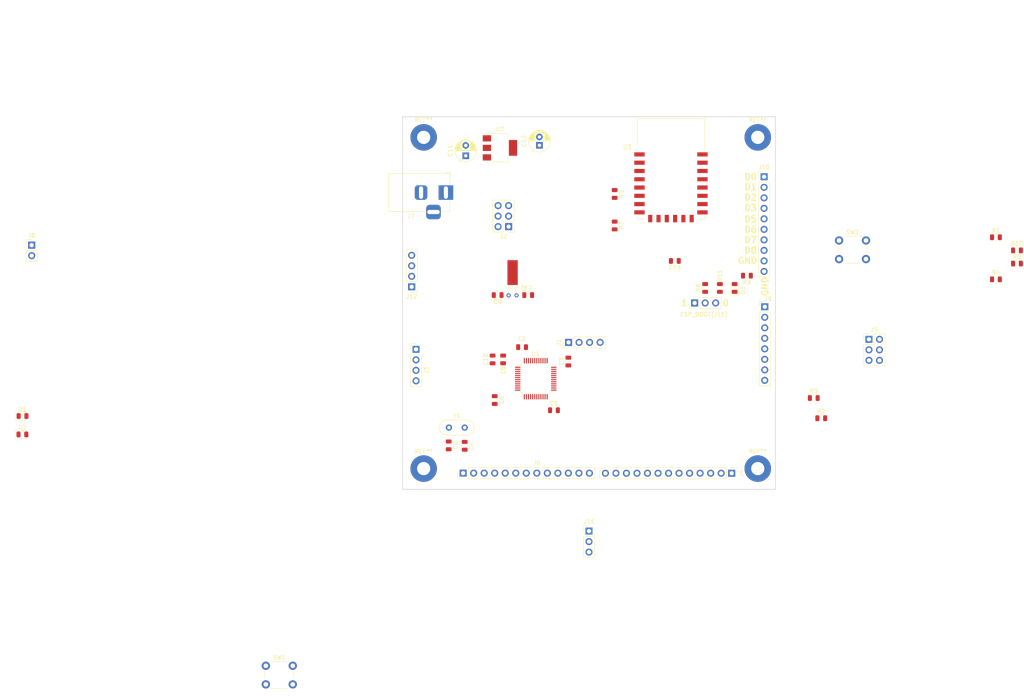
<source format=kicad_pcb>
(kicad_pcb (version 20171130) (host pcbnew "(5.0.2)-1")

  (general
    (thickness 1.6)
    (drawings 18)
    (tracks 0)
    (zones 0)
    (modules 51)
    (nets 71)
  )

  (page A4)
  (layers
    (0 F.Cu signal)
    (31 B.Cu signal)
    (32 B.Adhes user)
    (33 F.Adhes user)
    (34 B.Paste user)
    (35 F.Paste user)
    (36 B.SilkS user)
    (37 F.SilkS user)
    (38 B.Mask user)
    (39 F.Mask user)
    (40 Dwgs.User user)
    (41 Cmts.User user)
    (42 Eco1.User user)
    (43 Eco2.User user)
    (44 Edge.Cuts user)
    (45 Margin user)
    (46 B.CrtYd user)
    (47 F.CrtYd user)
    (48 B.Fab user)
    (49 F.Fab user)
  )

  (setup
    (last_trace_width 0.5)
    (user_trace_width 0.3)
    (user_trace_width 0.5)
    (user_trace_width 1)
    (user_trace_width 2)
    (trace_clearance 0.2)
    (zone_clearance 0.508)
    (zone_45_only no)
    (trace_min 0.2)
    (segment_width 0.2)
    (edge_width 0.15)
    (via_size 0.8)
    (via_drill 0.4)
    (via_min_size 0.4)
    (via_min_drill 0.3)
    (user_via 0.5 0.4)
    (uvia_size 0.3)
    (uvia_drill 0.1)
    (uvias_allowed no)
    (uvia_min_size 0.2)
    (uvia_min_drill 0.1)
    (pcb_text_width 0.3)
    (pcb_text_size 1.5 1.5)
    (mod_edge_width 0.15)
    (mod_text_size 1 1)
    (mod_text_width 0.15)
    (pad_size 1.524 1.524)
    (pad_drill 0.762)
    (pad_to_mask_clearance 0.051)
    (solder_mask_min_width 0.25)
    (aux_axis_origin 0 0)
    (visible_elements 7FFFF7FF)
    (pcbplotparams
      (layerselection 0x010fc_ffffffff)
      (usegerberextensions false)
      (usegerberattributes false)
      (usegerberadvancedattributes false)
      (creategerberjobfile false)
      (excludeedgelayer true)
      (linewidth 0.100000)
      (plotframeref false)
      (viasonmask false)
      (mode 1)
      (useauxorigin false)
      (hpglpennumber 1)
      (hpglpenspeed 20)
      (hpglpendiameter 15.000000)
      (psnegative false)
      (psa4output false)
      (plotreference true)
      (plotvalue true)
      (plotinvisibletext false)
      (padsonsilk false)
      (subtractmaskfromsilk false)
      (outputformat 1)
      (mirror false)
      (drillshape 1)
      (scaleselection 1)
      (outputdirectory ""))
  )

  (net 0 "")
  (net 1 GND)
  (net 2 +3V3)
  (net 3 /OSC_IN)
  (net 4 /OSC_OUT)
  (net 5 /OSC32_IN)
  (net 6 /OSC32_OUT)
  (net 7 +5V)
  (net 8 "Net-(D1-Pad2)")
  (net 9 "Net-(D2-Pad2)")
  (net 10 "Net-(D3-Pad2)")
  (net 11 /SWDIO)
  (net 12 /SWCLK)
  (net 13 /STM32_RX)
  (net 14 /STM32_TX)
  (net 15 /ESP_TX)
  (net 16 /ESP_RX)
  (net 17 /ESP_TX_OUT)
  (net 18 /ESP_RX_OUT)
  (net 19 /PB_13)
  (net 20 /PB_14)
  (net 21 /PB_15)
  (net 22 /PB_0)
  (net 23 /PB_1)
  (net 24 /PB_3)
  (net 25 /PB_4)
  (net 26 /PB_5)
  (net 27 /PB_6)
  (net 28 /PB_7)
  (net 29 /PB_8)
  (net 30 /PB_9)
  (net 31 /PB_10)
  (net 32 /PB_11)
  (net 33 /PB_12)
  (net 34 /PA_15)
  (net 35 /PA_12)
  (net 36 /PA_11)
  (net 37 /PA_8)
  (net 38 /PA_7)
  (net 39 /PA_6)
  (net 40 /PA_5)
  (net 41 /PA_4)
  (net 42 /PA_3)
  (net 43 /PA_2)
  (net 44 /PA_1)
  (net 45 /PA_0)
  (net 46 /ESP_ADC)
  (net 47 /ESP_SDD2)
  (net 48 /ESP_SDD3)
  (net 49 /ESP_CSO)
  (net 50 /ESP_MISO)
  (net 51 /ESP_MOSI)
  (net 52 /ESP_SCLK)
  (net 53 /ESP_D0)
  (net 54 /ESP_D1)
  (net 55 /ESP_D2)
  (net 56 /ESP_D3)
  (net 57 /ESP_D5)
  (net 58 /ESP_D6)
  (net 59 /ESP_D7)
  (net 60 /ESP_D8)
  (net 61 "Net-(J11-Pad2)")
  (net 62 "Net-(R1-Pad2)")
  (net 63 /BOOT0)
  (net 64 /BOOT1)
  (net 65 "Net-(R5-Pad1)")
  (net 66 "Net-(R6-Pad2)")
  (net 67 "Net-(R7-Pad2)")
  (net 68 "Net-(U1-Pad2)")
  (net 69 "Net-(J5-Pad4)")
  (net 70 "Net-(J5-Pad3)")

  (net_class Default "Это класс цепей по умолчанию."
    (clearance 0.2)
    (trace_width 0.25)
    (via_dia 0.8)
    (via_drill 0.4)
    (uvia_dia 0.3)
    (uvia_drill 0.1)
    (add_net +3V3)
    (add_net +5V)
    (add_net /BOOT0)
    (add_net /BOOT1)
    (add_net /ESP_ADC)
    (add_net /ESP_CSO)
    (add_net /ESP_D0)
    (add_net /ESP_D1)
    (add_net /ESP_D2)
    (add_net /ESP_D3)
    (add_net /ESP_D5)
    (add_net /ESP_D6)
    (add_net /ESP_D7)
    (add_net /ESP_D8)
    (add_net /ESP_MISO)
    (add_net /ESP_MOSI)
    (add_net /ESP_RX)
    (add_net /ESP_RX_OUT)
    (add_net /ESP_SCLK)
    (add_net /ESP_SDD2)
    (add_net /ESP_SDD3)
    (add_net /ESP_TX)
    (add_net /ESP_TX_OUT)
    (add_net /OSC32_IN)
    (add_net /OSC32_OUT)
    (add_net /OSC_IN)
    (add_net /OSC_OUT)
    (add_net /PA_0)
    (add_net /PA_1)
    (add_net /PA_11)
    (add_net /PA_12)
    (add_net /PA_15)
    (add_net /PA_2)
    (add_net /PA_3)
    (add_net /PA_4)
    (add_net /PA_5)
    (add_net /PA_6)
    (add_net /PA_7)
    (add_net /PA_8)
    (add_net /PB_0)
    (add_net /PB_1)
    (add_net /PB_10)
    (add_net /PB_11)
    (add_net /PB_12)
    (add_net /PB_13)
    (add_net /PB_14)
    (add_net /PB_15)
    (add_net /PB_3)
    (add_net /PB_4)
    (add_net /PB_5)
    (add_net /PB_6)
    (add_net /PB_7)
    (add_net /PB_8)
    (add_net /PB_9)
    (add_net /STM32_RX)
    (add_net /STM32_TX)
    (add_net /SWCLK)
    (add_net /SWDIO)
    (add_net GND)
    (add_net "Net-(D1-Pad2)")
    (add_net "Net-(D2-Pad2)")
    (add_net "Net-(D3-Pad2)")
    (add_net "Net-(J11-Pad2)")
    (add_net "Net-(J5-Pad3)")
    (add_net "Net-(J5-Pad4)")
    (add_net "Net-(R1-Pad2)")
    (add_net "Net-(R5-Pad1)")
    (add_net "Net-(R6-Pad2)")
    (add_net "Net-(R7-Pad2)")
    (add_net "Net-(U1-Pad2)")
  )

  (module RF_Module:ESP-12E (layer F.Cu) (tedit 5A030172) (tstamp 5F599047)
    (at 184.785 61.595)
    (descr "Wi-Fi Module, http://wiki.ai-thinker.com/_media/esp8266/docs/aithinker_esp_12f_datasheet_en.pdf")
    (tags "Wi-Fi Module")
    (path /5F43940D)
    (attr smd)
    (fp_text reference U3 (at -10.56 -5.26) (layer F.SilkS)
      (effects (font (size 1 1) (thickness 0.15)))
    )
    (fp_text value ESP-12E (at -0.06 -12.78) (layer F.Fab)
      (effects (font (size 1 1) (thickness 0.15)))
    )
    (fp_text user Antenna (at -0.06 -7 180) (layer Cmts.User)
      (effects (font (size 1 1) (thickness 0.15)))
    )
    (fp_text user "KEEP-OUT ZONE" (at 0.03 -9.55 180) (layer Cmts.User)
      (effects (font (size 1 1) (thickness 0.15)))
    )
    (fp_text user %R (at 0.49 -0.8) (layer F.Fab)
      (effects (font (size 1 1) (thickness 0.15)))
    )
    (fp_line (start -8 -12) (end 8 -12) (layer F.Fab) (width 0.12))
    (fp_line (start 8 -12) (end 8 12) (layer F.Fab) (width 0.12))
    (fp_line (start 8 12) (end -8 12) (layer F.Fab) (width 0.12))
    (fp_line (start -8 12) (end -8 -3) (layer F.Fab) (width 0.12))
    (fp_line (start -8 -3) (end -7.5 -3.5) (layer F.Fab) (width 0.12))
    (fp_line (start -7.5 -3.5) (end -8 -4) (layer F.Fab) (width 0.12))
    (fp_line (start -8 -4) (end -8 -12) (layer F.Fab) (width 0.12))
    (fp_line (start -9.05 -12.2) (end 9.05 -12.2) (layer F.CrtYd) (width 0.05))
    (fp_line (start 9.05 -12.2) (end 9.05 13.1) (layer F.CrtYd) (width 0.05))
    (fp_line (start 9.05 13.1) (end -9.05 13.1) (layer F.CrtYd) (width 0.05))
    (fp_line (start -9.05 13.1) (end -9.05 -12.2) (layer F.CrtYd) (width 0.05))
    (fp_line (start -8.12 -12.12) (end 8.12 -12.12) (layer F.SilkS) (width 0.12))
    (fp_line (start 8.12 -12.12) (end 8.12 -4.5) (layer F.SilkS) (width 0.12))
    (fp_line (start 8.12 11.5) (end 8.12 12.12) (layer F.SilkS) (width 0.12))
    (fp_line (start 8.12 12.12) (end 6 12.12) (layer F.SilkS) (width 0.12))
    (fp_line (start -6 12.12) (end -8.12 12.12) (layer F.SilkS) (width 0.12))
    (fp_line (start -8.12 12.12) (end -8.12 11.5) (layer F.SilkS) (width 0.12))
    (fp_line (start -8.12 -4.5) (end -8.12 -12.12) (layer F.SilkS) (width 0.12))
    (fp_line (start -8.12 -4.5) (end -8.73 -4.5) (layer F.SilkS) (width 0.12))
    (fp_line (start -8.12 -12.12) (end 8.12 -12.12) (layer Dwgs.User) (width 0.12))
    (fp_line (start 8.12 -12.12) (end 8.12 -4.8) (layer Dwgs.User) (width 0.12))
    (fp_line (start 8.12 -4.8) (end -8.12 -4.8) (layer Dwgs.User) (width 0.12))
    (fp_line (start -8.12 -4.8) (end -8.12 -12.12) (layer Dwgs.User) (width 0.12))
    (fp_line (start -8.12 -9.12) (end -5.12 -12.12) (layer Dwgs.User) (width 0.12))
    (fp_line (start -8.12 -6.12) (end -2.12 -12.12) (layer Dwgs.User) (width 0.12))
    (fp_line (start -6.44 -4.8) (end 0.88 -12.12) (layer Dwgs.User) (width 0.12))
    (fp_line (start -3.44 -4.8) (end 3.88 -12.12) (layer Dwgs.User) (width 0.12))
    (fp_line (start -0.44 -4.8) (end 6.88 -12.12) (layer Dwgs.User) (width 0.12))
    (fp_line (start 2.56 -4.8) (end 8.12 -10.36) (layer Dwgs.User) (width 0.12))
    (fp_line (start 5.56 -4.8) (end 8.12 -7.36) (layer Dwgs.User) (width 0.12))
    (pad 1 smd rect (at -7.6 -3.5) (size 2.5 1) (layers F.Cu F.Paste F.Mask)
      (net 66 "Net-(R6-Pad2)"))
    (pad 2 smd rect (at -7.6 -1.5) (size 2.5 1) (layers F.Cu F.Paste F.Mask)
      (net 46 /ESP_ADC))
    (pad 3 smd rect (at -7.6 0.5) (size 2.5 1) (layers F.Cu F.Paste F.Mask)
      (net 65 "Net-(R5-Pad1)"))
    (pad 4 smd rect (at -7.6 2.5) (size 2.5 1) (layers F.Cu F.Paste F.Mask)
      (net 53 /ESP_D0))
    (pad 5 smd rect (at -7.6 4.5) (size 2.5 1) (layers F.Cu F.Paste F.Mask)
      (net 57 /ESP_D5))
    (pad 6 smd rect (at -7.6 6.5) (size 2.5 1) (layers F.Cu F.Paste F.Mask)
      (net 58 /ESP_D6))
    (pad 7 smd rect (at -7.6 8.5) (size 2.5 1) (layers F.Cu F.Paste F.Mask)
      (net 59 /ESP_D7))
    (pad 8 smd rect (at -7.6 10.5) (size 2.5 1) (layers F.Cu F.Paste F.Mask)
      (net 2 +3V3))
    (pad 9 smd rect (at -5 12) (size 1 1.8) (layers F.Cu F.Paste F.Mask)
      (net 49 /ESP_CSO))
    (pad 10 smd rect (at -3 12) (size 1 1.8) (layers F.Cu F.Paste F.Mask)
      (net 50 /ESP_MISO))
    (pad 11 smd rect (at -1 12) (size 1 1.8) (layers F.Cu F.Paste F.Mask)
      (net 47 /ESP_SDD2))
    (pad 12 smd rect (at 1 12) (size 1 1.8) (layers F.Cu F.Paste F.Mask)
      (net 48 /ESP_SDD3))
    (pad 13 smd rect (at 3 12) (size 1 1.8) (layers F.Cu F.Paste F.Mask)
      (net 51 /ESP_MOSI))
    (pad 14 smd rect (at 5 12) (size 1 1.8) (layers F.Cu F.Paste F.Mask)
      (net 52 /ESP_SCLK))
    (pad 15 smd rect (at 7.6 10.5) (size 2.5 1) (layers F.Cu F.Paste F.Mask)
      (net 1 GND))
    (pad 16 smd rect (at 7.6 8.5) (size 2.5 1) (layers F.Cu F.Paste F.Mask)
      (net 60 /ESP_D8))
    (pad 17 smd rect (at 7.6 6.5) (size 2.5 1) (layers F.Cu F.Paste F.Mask)
      (net 67 "Net-(R7-Pad2)"))
    (pad 18 smd rect (at 7.6 4.5) (size 2.5 1) (layers F.Cu F.Paste F.Mask)
      (net 56 /ESP_D3))
    (pad 19 smd rect (at 7.6 2.5) (size 2.5 1) (layers F.Cu F.Paste F.Mask)
      (net 55 /ESP_D2))
    (pad 20 smd rect (at 7.6 0.5) (size 2.5 1) (layers F.Cu F.Paste F.Mask)
      (net 54 /ESP_D1))
    (pad 21 smd rect (at 7.6 -1.5) (size 2.5 1) (layers F.Cu F.Paste F.Mask)
      (net 16 /ESP_RX))
    (pad 22 smd rect (at 7.6 -3.5) (size 2.5 1) (layers F.Cu F.Paste F.Mask)
      (net 15 /ESP_TX))
    (model ${KISYS3DMOD}/RF_Module.3dshapes/ESP-12E.wrl
      (at (xyz 0 0 0))
      (scale (xyz 1 1 1))
      (rotate (xyz 0 0 0))
    )
  )

  (module MountingHole:MountingHole_3.2mm_M3_Pad (layer F.Cu) (tedit 56D1B4CB) (tstamp 5F5AA768)
    (at 125.095 133.985)
    (descr "Mounting Hole 3.2mm, M3")
    (tags "mounting hole 3.2mm m3")
    (attr virtual)
    (fp_text reference REF** (at 0 -4.2) (layer F.SilkS)
      (effects (font (size 1 1) (thickness 0.15)))
    )
    (fp_text value MountingHole_3.2mm_M3_Pad (at 0 4.2) (layer F.Fab)
      (effects (font (size 1 1) (thickness 0.15)))
    )
    (fp_text user %R (at 0.3 0) (layer F.Fab)
      (effects (font (size 1 1) (thickness 0.15)))
    )
    (fp_circle (center 0 0) (end 3.2 0) (layer Cmts.User) (width 0.15))
    (fp_circle (center 0 0) (end 3.45 0) (layer F.CrtYd) (width 0.05))
    (pad 1 thru_hole circle (at 0 0) (size 6.4 6.4) (drill 3.2) (layers *.Cu *.Mask))
  )

  (module MountingHole:MountingHole_3.2mm_M3_Pad (layer F.Cu) (tedit 56D1B4CB) (tstamp 5F5AA73E)
    (at 205.74 133.985)
    (descr "Mounting Hole 3.2mm, M3")
    (tags "mounting hole 3.2mm m3")
    (attr virtual)
    (fp_text reference REF** (at 0 -4.2) (layer F.SilkS)
      (effects (font (size 1 1) (thickness 0.15)))
    )
    (fp_text value MountingHole_3.2mm_M3_Pad (at 0 4.2) (layer F.Fab)
      (effects (font (size 1 1) (thickness 0.15)))
    )
    (fp_circle (center 0 0) (end 3.45 0) (layer F.CrtYd) (width 0.05))
    (fp_circle (center 0 0) (end 3.2 0) (layer Cmts.User) (width 0.15))
    (fp_text user %R (at 0.3 0) (layer F.Fab)
      (effects (font (size 1 1) (thickness 0.15)))
    )
    (pad 1 thru_hole circle (at 0 0) (size 6.4 6.4) (drill 3.2) (layers *.Cu *.Mask))
  )

  (module MountingHole:MountingHole_3.2mm_M3_Pad (layer F.Cu) (tedit 56D1B4CB) (tstamp 5F5AA730)
    (at 205.74 53.975)
    (descr "Mounting Hole 3.2mm, M3")
    (tags "mounting hole 3.2mm m3")
    (attr virtual)
    (fp_text reference REF** (at 0 -4.2) (layer F.SilkS)
      (effects (font (size 1 1) (thickness 0.15)))
    )
    (fp_text value MountingHole_3.2mm_M3_Pad (at 0 4.2) (layer F.Fab)
      (effects (font (size 1 1) (thickness 0.15)))
    )
    (fp_text user %R (at 0.3 0) (layer F.Fab)
      (effects (font (size 1 1) (thickness 0.15)))
    )
    (fp_circle (center 0 0) (end 3.2 0) (layer Cmts.User) (width 0.15))
    (fp_circle (center 0 0) (end 3.45 0) (layer F.CrtYd) (width 0.05))
    (pad 1 thru_hole circle (at 0 0) (size 6.4 6.4) (drill 3.2) (layers *.Cu *.Mask))
  )

  (module Capacitor_SMD:C_0805_2012Metric (layer F.Cu) (tedit 5B36C52B) (tstamp 5F4F9BCA)
    (at 148.844 104.648 180)
    (descr "Capacitor SMD 0805 (2012 Metric), square (rectangular) end terminal, IPC_7351 nominal, (Body size source: https://docs.google.com/spreadsheets/d/1BsfQQcO9C6DZCsRaXUlFlo91Tg2WpOkGARC1WS5S8t0/edit?usp=sharing), generated with kicad-footprint-generator")
    (tags capacitor)
    (path /5F45007C)
    (attr smd)
    (fp_text reference C1 (at 0 2.032 180) (layer F.SilkS)
      (effects (font (size 1 1) (thickness 0.15)))
    )
    (fp_text value 100nF (at 0 1.65 180) (layer F.Fab)
      (effects (font (size 1 1) (thickness 0.15)))
    )
    (fp_line (start -1 0.6) (end -1 -0.6) (layer F.Fab) (width 0.1))
    (fp_line (start -1 -0.6) (end 1 -0.6) (layer F.Fab) (width 0.1))
    (fp_line (start 1 -0.6) (end 1 0.6) (layer F.Fab) (width 0.1))
    (fp_line (start 1 0.6) (end -1 0.6) (layer F.Fab) (width 0.1))
    (fp_line (start -0.258578 -0.71) (end 0.258578 -0.71) (layer F.SilkS) (width 0.12))
    (fp_line (start -0.258578 0.71) (end 0.258578 0.71) (layer F.SilkS) (width 0.12))
    (fp_line (start -1.68 0.95) (end -1.68 -0.95) (layer F.CrtYd) (width 0.05))
    (fp_line (start -1.68 -0.95) (end 1.68 -0.95) (layer F.CrtYd) (width 0.05))
    (fp_line (start 1.68 -0.95) (end 1.68 0.95) (layer F.CrtYd) (width 0.05))
    (fp_line (start 1.68 0.95) (end -1.68 0.95) (layer F.CrtYd) (width 0.05))
    (fp_text user %R (at 0 0 180) (layer F.Fab)
      (effects (font (size 0.5 0.5) (thickness 0.08)))
    )
    (pad 1 smd roundrect (at -0.9375 0 180) (size 0.975 1.4) (layers F.Cu F.Paste F.Mask) (roundrect_rratio 0.25)
      (net 1 GND))
    (pad 2 smd roundrect (at 0.9375 0 180) (size 0.975 1.4) (layers F.Cu F.Paste F.Mask) (roundrect_rratio 0.25)
      (net 2 +3V3))
    (model ${KISYS3DMOD}/Capacitor_SMD.3dshapes/C_0805_2012Metric.wrl
      (at (xyz 0 0 0))
      (scale (xyz 1 1 1))
      (rotate (xyz 0 0 0))
    )
  )

  (module Capacitor_SMD:C_0805_2012Metric (layer F.Cu) (tedit 5B36C52B) (tstamp 5F598B81)
    (at 131.1275 128.382 270)
    (descr "Capacitor SMD 0805 (2012 Metric), square (rectangular) end terminal, IPC_7351 nominal, (Body size source: https://docs.google.com/spreadsheets/d/1BsfQQcO9C6DZCsRaXUlFlo91Tg2WpOkGARC1WS5S8t0/edit?usp=sharing), generated with kicad-footprint-generator")
    (tags capacitor)
    (path /5F4504FE)
    (attr smd)
    (fp_text reference C2 (at 0 -1.65 270) (layer F.SilkS)
      (effects (font (size 1 1) (thickness 0.15)))
    )
    (fp_text value 10pF (at 0 1.65 270) (layer F.Fab)
      (effects (font (size 1 1) (thickness 0.15)))
    )
    (fp_line (start -1 0.6) (end -1 -0.6) (layer F.Fab) (width 0.1))
    (fp_line (start -1 -0.6) (end 1 -0.6) (layer F.Fab) (width 0.1))
    (fp_line (start 1 -0.6) (end 1 0.6) (layer F.Fab) (width 0.1))
    (fp_line (start 1 0.6) (end -1 0.6) (layer F.Fab) (width 0.1))
    (fp_line (start -0.258578 -0.71) (end 0.258578 -0.71) (layer F.SilkS) (width 0.12))
    (fp_line (start -0.258578 0.71) (end 0.258578 0.71) (layer F.SilkS) (width 0.12))
    (fp_line (start -1.68 0.95) (end -1.68 -0.95) (layer F.CrtYd) (width 0.05))
    (fp_line (start -1.68 -0.95) (end 1.68 -0.95) (layer F.CrtYd) (width 0.05))
    (fp_line (start 1.68 -0.95) (end 1.68 0.95) (layer F.CrtYd) (width 0.05))
    (fp_line (start 1.68 0.95) (end -1.68 0.95) (layer F.CrtYd) (width 0.05))
    (fp_text user %R (at 0 0 270) (layer F.Fab)
      (effects (font (size 0.5 0.5) (thickness 0.08)))
    )
    (pad 1 smd roundrect (at -0.9375 0 270) (size 0.975 1.4) (layers F.Cu F.Paste F.Mask) (roundrect_rratio 0.25)
      (net 3 /OSC_IN))
    (pad 2 smd roundrect (at 0.9375 0 270) (size 0.975 1.4) (layers F.Cu F.Paste F.Mask) (roundrect_rratio 0.25)
      (net 1 GND))
    (model ${KISYS3DMOD}/Capacitor_SMD.3dshapes/C_0805_2012Metric.wrl
      (at (xyz 0 0 0))
      (scale (xyz 1 1 1))
      (rotate (xyz 0 0 0))
    )
  )

  (module Capacitor_SMD:C_0805_2012Metric (layer F.Cu) (tedit 5B36C52B) (tstamp 5F598B92)
    (at 160.02 108.1255 90)
    (descr "Capacitor SMD 0805 (2012 Metric), square (rectangular) end terminal, IPC_7351 nominal, (Body size source: https://docs.google.com/spreadsheets/d/1BsfQQcO9C6DZCsRaXUlFlo91Tg2WpOkGARC1WS5S8t0/edit?usp=sharing), generated with kicad-footprint-generator")
    (tags capacitor)
    (path /5F452CB3)
    (attr smd)
    (fp_text reference C3 (at 0 -1.65 90) (layer F.SilkS)
      (effects (font (size 1 1) (thickness 0.15)))
    )
    (fp_text value 100nF (at 0 1.65 90) (layer F.Fab)
      (effects (font (size 1 1) (thickness 0.15)))
    )
    (fp_line (start -1 0.6) (end -1 -0.6) (layer F.Fab) (width 0.1))
    (fp_line (start -1 -0.6) (end 1 -0.6) (layer F.Fab) (width 0.1))
    (fp_line (start 1 -0.6) (end 1 0.6) (layer F.Fab) (width 0.1))
    (fp_line (start 1 0.6) (end -1 0.6) (layer F.Fab) (width 0.1))
    (fp_line (start -0.258578 -0.71) (end 0.258578 -0.71) (layer F.SilkS) (width 0.12))
    (fp_line (start -0.258578 0.71) (end 0.258578 0.71) (layer F.SilkS) (width 0.12))
    (fp_line (start -1.68 0.95) (end -1.68 -0.95) (layer F.CrtYd) (width 0.05))
    (fp_line (start -1.68 -0.95) (end 1.68 -0.95) (layer F.CrtYd) (width 0.05))
    (fp_line (start 1.68 -0.95) (end 1.68 0.95) (layer F.CrtYd) (width 0.05))
    (fp_line (start 1.68 0.95) (end -1.68 0.95) (layer F.CrtYd) (width 0.05))
    (fp_text user %R (at 0 0 90) (layer F.Fab)
      (effects (font (size 0.5 0.5) (thickness 0.08)))
    )
    (pad 1 smd roundrect (at -0.9375 0 90) (size 0.975 1.4) (layers F.Cu F.Paste F.Mask) (roundrect_rratio 0.25)
      (net 1 GND))
    (pad 2 smd roundrect (at 0.9375 0 90) (size 0.975 1.4) (layers F.Cu F.Paste F.Mask) (roundrect_rratio 0.25)
      (net 2 +3V3))
    (model ${KISYS3DMOD}/Capacitor_SMD.3dshapes/C_0805_2012Metric.wrl
      (at (xyz 0 0 0))
      (scale (xyz 1 1 1))
      (rotate (xyz 0 0 0))
    )
  )

  (module Capacitor_SMD:C_0805_2012Metric (layer F.Cu) (tedit 5B36C52B) (tstamp 5F598BA3)
    (at 135.001 128.4755 270)
    (descr "Capacitor SMD 0805 (2012 Metric), square (rectangular) end terminal, IPC_7351 nominal, (Body size source: https://docs.google.com/spreadsheets/d/1BsfQQcO9C6DZCsRaXUlFlo91Tg2WpOkGARC1WS5S8t0/edit?usp=sharing), generated with kicad-footprint-generator")
    (tags capacitor)
    (path /5F4506A6)
    (attr smd)
    (fp_text reference C4 (at 0 -1.65 270) (layer F.SilkS)
      (effects (font (size 1 1) (thickness 0.15)))
    )
    (fp_text value 10pF (at 0 1.65 270) (layer F.Fab)
      (effects (font (size 1 1) (thickness 0.15)))
    )
    (fp_line (start -1 0.6) (end -1 -0.6) (layer F.Fab) (width 0.1))
    (fp_line (start -1 -0.6) (end 1 -0.6) (layer F.Fab) (width 0.1))
    (fp_line (start 1 -0.6) (end 1 0.6) (layer F.Fab) (width 0.1))
    (fp_line (start 1 0.6) (end -1 0.6) (layer F.Fab) (width 0.1))
    (fp_line (start -0.258578 -0.71) (end 0.258578 -0.71) (layer F.SilkS) (width 0.12))
    (fp_line (start -0.258578 0.71) (end 0.258578 0.71) (layer F.SilkS) (width 0.12))
    (fp_line (start -1.68 0.95) (end -1.68 -0.95) (layer F.CrtYd) (width 0.05))
    (fp_line (start -1.68 -0.95) (end 1.68 -0.95) (layer F.CrtYd) (width 0.05))
    (fp_line (start 1.68 -0.95) (end 1.68 0.95) (layer F.CrtYd) (width 0.05))
    (fp_line (start 1.68 0.95) (end -1.68 0.95) (layer F.CrtYd) (width 0.05))
    (fp_text user %R (at 0 0 270) (layer F.Fab)
      (effects (font (size 0.5 0.5) (thickness 0.08)))
    )
    (pad 1 smd roundrect (at -0.9375 0 270) (size 0.975 1.4) (layers F.Cu F.Paste F.Mask) (roundrect_rratio 0.25)
      (net 4 /OSC_OUT))
    (pad 2 smd roundrect (at 0.9375 0 270) (size 0.975 1.4) (layers F.Cu F.Paste F.Mask) (roundrect_rratio 0.25)
      (net 1 GND))
    (model ${KISYS3DMOD}/Capacitor_SMD.3dshapes/C_0805_2012Metric.wrl
      (at (xyz 0 0 0))
      (scale (xyz 1 1 1))
      (rotate (xyz 0 0 0))
    )
  )

  (module Capacitor_SMD:C_0805_2012Metric (layer F.Cu) (tedit 5B36C52B) (tstamp 5F598BB4)
    (at 156.5425 119.888)
    (descr "Capacitor SMD 0805 (2012 Metric), square (rectangular) end terminal, IPC_7351 nominal, (Body size source: https://docs.google.com/spreadsheets/d/1BsfQQcO9C6DZCsRaXUlFlo91Tg2WpOkGARC1WS5S8t0/edit?usp=sharing), generated with kicad-footprint-generator")
    (tags capacitor)
    (path /5F4526C5)
    (attr smd)
    (fp_text reference C5 (at 0 -1.65) (layer F.SilkS)
      (effects (font (size 1 1) (thickness 0.15)))
    )
    (fp_text value 100nF (at 0 1.65) (layer F.Fab)
      (effects (font (size 1 1) (thickness 0.15)))
    )
    (fp_text user %R (at 0 0) (layer F.Fab)
      (effects (font (size 0.5 0.5) (thickness 0.08)))
    )
    (fp_line (start 1.68 0.95) (end -1.68 0.95) (layer F.CrtYd) (width 0.05))
    (fp_line (start 1.68 -0.95) (end 1.68 0.95) (layer F.CrtYd) (width 0.05))
    (fp_line (start -1.68 -0.95) (end 1.68 -0.95) (layer F.CrtYd) (width 0.05))
    (fp_line (start -1.68 0.95) (end -1.68 -0.95) (layer F.CrtYd) (width 0.05))
    (fp_line (start -0.258578 0.71) (end 0.258578 0.71) (layer F.SilkS) (width 0.12))
    (fp_line (start -0.258578 -0.71) (end 0.258578 -0.71) (layer F.SilkS) (width 0.12))
    (fp_line (start 1 0.6) (end -1 0.6) (layer F.Fab) (width 0.1))
    (fp_line (start 1 -0.6) (end 1 0.6) (layer F.Fab) (width 0.1))
    (fp_line (start -1 -0.6) (end 1 -0.6) (layer F.Fab) (width 0.1))
    (fp_line (start -1 0.6) (end -1 -0.6) (layer F.Fab) (width 0.1))
    (pad 2 smd roundrect (at 0.9375 0) (size 0.975 1.4) (layers F.Cu F.Paste F.Mask) (roundrect_rratio 0.25)
      (net 2 +3V3))
    (pad 1 smd roundrect (at -0.9375 0) (size 0.975 1.4) (layers F.Cu F.Paste F.Mask) (roundrect_rratio 0.25)
      (net 1 GND))
    (model ${KISYS3DMOD}/Capacitor_SMD.3dshapes/C_0805_2012Metric.wrl
      (at (xyz 0 0 0))
      (scale (xyz 1 1 1))
      (rotate (xyz 0 0 0))
    )
  )

  (module Capacitor_SMD:C_0805_2012Metric (layer F.Cu) (tedit 5F5897B3) (tstamp 5F598BC5)
    (at 142.24 117.4265 270)
    (descr "Capacitor SMD 0805 (2012 Metric), square (rectangular) end terminal, IPC_7351 nominal, (Body size source: https://docs.google.com/spreadsheets/d/1BsfQQcO9C6DZCsRaXUlFlo91Tg2WpOkGARC1WS5S8t0/edit?usp=sharing), generated with kicad-footprint-generator")
    (tags capacitor)
    (path /5F45341F)
    (attr smd)
    (fp_text reference C6 (at 0 -1.65 270) (layer F.SilkS)
      (effects (font (size 1 1) (thickness 0.15)))
    )
    (fp_text value 100nF (at 0 1.65 270) (layer F.Fab)
      (effects (font (size 1 1) (thickness 0.15)))
    )
    (fp_line (start -1 0.6) (end -1 -0.6) (layer F.Fab) (width 0.1))
    (fp_line (start -1 -0.6) (end 1 -0.6) (layer F.Fab) (width 0.1))
    (fp_line (start 1 -0.6) (end 1 0.6) (layer F.Fab) (width 0.1))
    (fp_line (start 1 0.6) (end -1 0.6) (layer F.Fab) (width 0.1))
    (fp_line (start -0.258578 -0.71) (end 0.258578 -0.71) (layer F.SilkS) (width 0.12))
    (fp_line (start -0.258578 0.71) (end 0.258578 0.71) (layer F.SilkS) (width 0.12))
    (fp_line (start -1.68 0.95) (end -1.68 -0.95) (layer F.CrtYd) (width 0.05))
    (fp_line (start -1.68 -0.95) (end 1.68 -0.95) (layer F.CrtYd) (width 0.05))
    (fp_line (start 1.68 -0.95) (end 1.68 0.95) (layer F.CrtYd) (width 0.05))
    (fp_line (start 1.68 0.95) (end -1.68 0.95) (layer F.CrtYd) (width 0.05))
    (fp_text user %R (at 0 0 270) (layer F.Fab)
      (effects (font (size 0.5 0.5) (thickness 0.08)))
    )
    (pad 1 smd roundrect (at -0.9375 0 270) (size 0.975 1.4) (layers F.Cu F.Paste F.Mask) (roundrect_rratio 0.25)
      (net 1 GND))
    (pad 2 smd roundrect (at 0.9375 0 270) (size 0.975 1.4) (layers F.Cu F.Paste F.Mask) (roundrect_rratio 0.25)
      (net 2 +3V3))
    (model ${KISYS3DMOD}/Capacitor_SMD.3dshapes/C_0805_2012Metric.wrl
      (at (xyz 0 0 0))
      (scale (xyz 1 1 1))
      (rotate (xyz 0 0 0))
    )
  )

  (module Capacitor_SMD:C_0805_2012Metric (layer F.Cu) (tedit 5B36C52B) (tstamp 5F598BD6)
    (at 150.3195 92.075)
    (descr "Capacitor SMD 0805 (2012 Metric), square (rectangular) end terminal, IPC_7351 nominal, (Body size source: https://docs.google.com/spreadsheets/d/1BsfQQcO9C6DZCsRaXUlFlo91Tg2WpOkGARC1WS5S8t0/edit?usp=sharing), generated with kicad-footprint-generator")
    (tags capacitor)
    (path /5F45C01A)
    (attr smd)
    (fp_text reference C7 (at 0 -1.65) (layer F.SilkS)
      (effects (font (size 1 1) (thickness 0.15)))
    )
    (fp_text value 8pF (at 0 1.65) (layer F.Fab)
      (effects (font (size 1 1) (thickness 0.15)))
    )
    (fp_text user %R (at 0 0) (layer F.Fab)
      (effects (font (size 0.5 0.5) (thickness 0.08)))
    )
    (fp_line (start 1.68 0.95) (end -1.68 0.95) (layer F.CrtYd) (width 0.05))
    (fp_line (start 1.68 -0.95) (end 1.68 0.95) (layer F.CrtYd) (width 0.05))
    (fp_line (start -1.68 -0.95) (end 1.68 -0.95) (layer F.CrtYd) (width 0.05))
    (fp_line (start -1.68 0.95) (end -1.68 -0.95) (layer F.CrtYd) (width 0.05))
    (fp_line (start -0.258578 0.71) (end 0.258578 0.71) (layer F.SilkS) (width 0.12))
    (fp_line (start -0.258578 -0.71) (end 0.258578 -0.71) (layer F.SilkS) (width 0.12))
    (fp_line (start 1 0.6) (end -1 0.6) (layer F.Fab) (width 0.1))
    (fp_line (start 1 -0.6) (end 1 0.6) (layer F.Fab) (width 0.1))
    (fp_line (start -1 -0.6) (end 1 -0.6) (layer F.Fab) (width 0.1))
    (fp_line (start -1 0.6) (end -1 -0.6) (layer F.Fab) (width 0.1))
    (pad 2 smd roundrect (at 0.9375 0) (size 0.975 1.4) (layers F.Cu F.Paste F.Mask) (roundrect_rratio 0.25)
      (net 1 GND))
    (pad 1 smd roundrect (at -0.9375 0) (size 0.975 1.4) (layers F.Cu F.Paste F.Mask) (roundrect_rratio 0.25)
      (net 5 /OSC32_IN))
    (model ${KISYS3DMOD}/Capacitor_SMD.3dshapes/C_0805_2012Metric.wrl
      (at (xyz 0 0 0))
      (scale (xyz 1 1 1))
      (rotate (xyz 0 0 0))
    )
  )

  (module Capacitor_SMD:C_0805_2012Metric (layer F.Cu) (tedit 5B36C52B) (tstamp 5F598BE7)
    (at 144.272 107.6175 90)
    (descr "Capacitor SMD 0805 (2012 Metric), square (rectangular) end terminal, IPC_7351 nominal, (Body size source: https://docs.google.com/spreadsheets/d/1BsfQQcO9C6DZCsRaXUlFlo91Tg2WpOkGARC1WS5S8t0/edit?usp=sharing), generated with kicad-footprint-generator")
    (tags capacitor)
    (path /5F45AE77)
    (attr smd)
    (fp_text reference C8 (at -2.6185 0 90) (layer F.SilkS)
      (effects (font (size 1 1) (thickness 0.15)))
    )
    (fp_text value 100nF (at 0 1.65 90) (layer F.Fab)
      (effects (font (size 1 1) (thickness 0.15)))
    )
    (fp_text user %R (at 0 0 90) (layer F.Fab)
      (effects (font (size 0.5 0.5) (thickness 0.08)))
    )
    (fp_line (start 1.68 0.95) (end -1.68 0.95) (layer F.CrtYd) (width 0.05))
    (fp_line (start 1.68 -0.95) (end 1.68 0.95) (layer F.CrtYd) (width 0.05))
    (fp_line (start -1.68 -0.95) (end 1.68 -0.95) (layer F.CrtYd) (width 0.05))
    (fp_line (start -1.68 0.95) (end -1.68 -0.95) (layer F.CrtYd) (width 0.05))
    (fp_line (start -0.258578 0.71) (end 0.258578 0.71) (layer F.SilkS) (width 0.12))
    (fp_line (start -0.258578 -0.71) (end 0.258578 -0.71) (layer F.SilkS) (width 0.12))
    (fp_line (start 1 0.6) (end -1 0.6) (layer F.Fab) (width 0.1))
    (fp_line (start 1 -0.6) (end 1 0.6) (layer F.Fab) (width 0.1))
    (fp_line (start -1 -0.6) (end 1 -0.6) (layer F.Fab) (width 0.1))
    (fp_line (start -1 0.6) (end -1 -0.6) (layer F.Fab) (width 0.1))
    (pad 2 smd roundrect (at 0.9375 0 90) (size 0.975 1.4) (layers F.Cu F.Paste F.Mask) (roundrect_rratio 0.25)
      (net 2 +3V3))
    (pad 1 smd roundrect (at -0.9375 0 90) (size 0.975 1.4) (layers F.Cu F.Paste F.Mask) (roundrect_rratio 0.25)
      (net 1 GND))
    (model ${KISYS3DMOD}/Capacitor_SMD.3dshapes/C_0805_2012Metric.wrl
      (at (xyz 0 0 0))
      (scale (xyz 1 1 1))
      (rotate (xyz 0 0 0))
    )
  )

  (module Capacitor_SMD:C_0805_2012Metric (layer F.Cu) (tedit 5B36C52B) (tstamp 5F598BF8)
    (at 142.9535 92.075 180)
    (descr "Capacitor SMD 0805 (2012 Metric), square (rectangular) end terminal, IPC_7351 nominal, (Body size source: https://docs.google.com/spreadsheets/d/1BsfQQcO9C6DZCsRaXUlFlo91Tg2WpOkGARC1WS5S8t0/edit?usp=sharing), generated with kicad-footprint-generator")
    (tags capacitor)
    (path /5F45C0B1)
    (attr smd)
    (fp_text reference C9 (at 0 -1.65 180) (layer F.SilkS)
      (effects (font (size 1 1) (thickness 0.15)))
    )
    (fp_text value 8pF (at 0 1.65 180) (layer F.Fab)
      (effects (font (size 1 1) (thickness 0.15)))
    )
    (fp_line (start -1 0.6) (end -1 -0.6) (layer F.Fab) (width 0.1))
    (fp_line (start -1 -0.6) (end 1 -0.6) (layer F.Fab) (width 0.1))
    (fp_line (start 1 -0.6) (end 1 0.6) (layer F.Fab) (width 0.1))
    (fp_line (start 1 0.6) (end -1 0.6) (layer F.Fab) (width 0.1))
    (fp_line (start -0.258578 -0.71) (end 0.258578 -0.71) (layer F.SilkS) (width 0.12))
    (fp_line (start -0.258578 0.71) (end 0.258578 0.71) (layer F.SilkS) (width 0.12))
    (fp_line (start -1.68 0.95) (end -1.68 -0.95) (layer F.CrtYd) (width 0.05))
    (fp_line (start -1.68 -0.95) (end 1.68 -0.95) (layer F.CrtYd) (width 0.05))
    (fp_line (start 1.68 -0.95) (end 1.68 0.95) (layer F.CrtYd) (width 0.05))
    (fp_line (start 1.68 0.95) (end -1.68 0.95) (layer F.CrtYd) (width 0.05))
    (fp_text user %R (at 0 0 180) (layer F.Fab)
      (effects (font (size 0.5 0.5) (thickness 0.08)))
    )
    (pad 1 smd roundrect (at -0.9375 0 180) (size 0.975 1.4) (layers F.Cu F.Paste F.Mask) (roundrect_rratio 0.25)
      (net 6 /OSC32_OUT))
    (pad 2 smd roundrect (at 0.9375 0 180) (size 0.975 1.4) (layers F.Cu F.Paste F.Mask) (roundrect_rratio 0.25)
      (net 1 GND))
    (model ${KISYS3DMOD}/Capacitor_SMD.3dshapes/C_0805_2012Metric.wrl
      (at (xyz 0 0 0))
      (scale (xyz 1 1 1))
      (rotate (xyz 0 0 0))
    )
  )

  (module Capacitor_SMD:C_0805_2012Metric (layer F.Cu) (tedit 5B36C52B) (tstamp 5F598C09)
    (at 141.732 107.6175 90)
    (descr "Capacitor SMD 0805 (2012 Metric), square (rectangular) end terminal, IPC_7351 nominal, (Body size source: https://docs.google.com/spreadsheets/d/1BsfQQcO9C6DZCsRaXUlFlo91Tg2WpOkGARC1WS5S8t0/edit?usp=sharing), generated with kicad-footprint-generator")
    (tags capacitor)
    (path /5F46C470)
    (attr smd)
    (fp_text reference C10 (at 0 -1.65 90) (layer F.SilkS)
      (effects (font (size 1 1) (thickness 0.15)))
    )
    (fp_text value 4,7uF (at 0 1.65 90) (layer F.Fab)
      (effects (font (size 1 1) (thickness 0.15)))
    )
    (fp_text user %R (at 0 0 90) (layer F.Fab)
      (effects (font (size 0.5 0.5) (thickness 0.08)))
    )
    (fp_line (start 1.68 0.95) (end -1.68 0.95) (layer F.CrtYd) (width 0.05))
    (fp_line (start 1.68 -0.95) (end 1.68 0.95) (layer F.CrtYd) (width 0.05))
    (fp_line (start -1.68 -0.95) (end 1.68 -0.95) (layer F.CrtYd) (width 0.05))
    (fp_line (start -1.68 0.95) (end -1.68 -0.95) (layer F.CrtYd) (width 0.05))
    (fp_line (start -0.258578 0.71) (end 0.258578 0.71) (layer F.SilkS) (width 0.12))
    (fp_line (start -0.258578 -0.71) (end 0.258578 -0.71) (layer F.SilkS) (width 0.12))
    (fp_line (start 1 0.6) (end -1 0.6) (layer F.Fab) (width 0.1))
    (fp_line (start 1 -0.6) (end 1 0.6) (layer F.Fab) (width 0.1))
    (fp_line (start -1 -0.6) (end 1 -0.6) (layer F.Fab) (width 0.1))
    (fp_line (start -1 0.6) (end -1 -0.6) (layer F.Fab) (width 0.1))
    (pad 2 smd roundrect (at 0.9375 0 90) (size 0.975 1.4) (layers F.Cu F.Paste F.Mask) (roundrect_rratio 0.25)
      (net 2 +3V3))
    (pad 1 smd roundrect (at -0.9375 0 90) (size 0.975 1.4) (layers F.Cu F.Paste F.Mask) (roundrect_rratio 0.25)
      (net 1 GND))
    (model ${KISYS3DMOD}/Capacitor_SMD.3dshapes/C_0805_2012Metric.wrl
      (at (xyz 0 0 0))
      (scale (xyz 1 1 1))
      (rotate (xyz 0 0 0))
    )
  )

  (module Capacitor_THT:CP_Radial_D5.0mm_P2.50mm (layer F.Cu) (tedit 5AE50EF0) (tstamp 5F598C8D)
    (at 135.255 58.42 90)
    (descr "CP, Radial series, Radial, pin pitch=2.50mm, , diameter=5mm, Electrolytic Capacitor")
    (tags "CP Radial series Radial pin pitch 2.50mm  diameter 5mm Electrolytic Capacitor")
    (path /5F4C65BC)
    (fp_text reference C11 (at 1.25 -3.75 90) (layer F.SilkS)
      (effects (font (size 1 1) (thickness 0.15)))
    )
    (fp_text value 10uF (at 1.25 3.75 90) (layer F.Fab)
      (effects (font (size 1 1) (thickness 0.15)))
    )
    (fp_circle (center 1.25 0) (end 3.75 0) (layer F.Fab) (width 0.1))
    (fp_circle (center 1.25 0) (end 3.87 0) (layer F.SilkS) (width 0.12))
    (fp_circle (center 1.25 0) (end 4 0) (layer F.CrtYd) (width 0.05))
    (fp_line (start -0.883605 -1.0875) (end -0.383605 -1.0875) (layer F.Fab) (width 0.1))
    (fp_line (start -0.633605 -1.3375) (end -0.633605 -0.8375) (layer F.Fab) (width 0.1))
    (fp_line (start 1.25 -2.58) (end 1.25 2.58) (layer F.SilkS) (width 0.12))
    (fp_line (start 1.29 -2.58) (end 1.29 2.58) (layer F.SilkS) (width 0.12))
    (fp_line (start 1.33 -2.579) (end 1.33 2.579) (layer F.SilkS) (width 0.12))
    (fp_line (start 1.37 -2.578) (end 1.37 2.578) (layer F.SilkS) (width 0.12))
    (fp_line (start 1.41 -2.576) (end 1.41 2.576) (layer F.SilkS) (width 0.12))
    (fp_line (start 1.45 -2.573) (end 1.45 2.573) (layer F.SilkS) (width 0.12))
    (fp_line (start 1.49 -2.569) (end 1.49 -1.04) (layer F.SilkS) (width 0.12))
    (fp_line (start 1.49 1.04) (end 1.49 2.569) (layer F.SilkS) (width 0.12))
    (fp_line (start 1.53 -2.565) (end 1.53 -1.04) (layer F.SilkS) (width 0.12))
    (fp_line (start 1.53 1.04) (end 1.53 2.565) (layer F.SilkS) (width 0.12))
    (fp_line (start 1.57 -2.561) (end 1.57 -1.04) (layer F.SilkS) (width 0.12))
    (fp_line (start 1.57 1.04) (end 1.57 2.561) (layer F.SilkS) (width 0.12))
    (fp_line (start 1.61 -2.556) (end 1.61 -1.04) (layer F.SilkS) (width 0.12))
    (fp_line (start 1.61 1.04) (end 1.61 2.556) (layer F.SilkS) (width 0.12))
    (fp_line (start 1.65 -2.55) (end 1.65 -1.04) (layer F.SilkS) (width 0.12))
    (fp_line (start 1.65 1.04) (end 1.65 2.55) (layer F.SilkS) (width 0.12))
    (fp_line (start 1.69 -2.543) (end 1.69 -1.04) (layer F.SilkS) (width 0.12))
    (fp_line (start 1.69 1.04) (end 1.69 2.543) (layer F.SilkS) (width 0.12))
    (fp_line (start 1.73 -2.536) (end 1.73 -1.04) (layer F.SilkS) (width 0.12))
    (fp_line (start 1.73 1.04) (end 1.73 2.536) (layer F.SilkS) (width 0.12))
    (fp_line (start 1.77 -2.528) (end 1.77 -1.04) (layer F.SilkS) (width 0.12))
    (fp_line (start 1.77 1.04) (end 1.77 2.528) (layer F.SilkS) (width 0.12))
    (fp_line (start 1.81 -2.52) (end 1.81 -1.04) (layer F.SilkS) (width 0.12))
    (fp_line (start 1.81 1.04) (end 1.81 2.52) (layer F.SilkS) (width 0.12))
    (fp_line (start 1.85 -2.511) (end 1.85 -1.04) (layer F.SilkS) (width 0.12))
    (fp_line (start 1.85 1.04) (end 1.85 2.511) (layer F.SilkS) (width 0.12))
    (fp_line (start 1.89 -2.501) (end 1.89 -1.04) (layer F.SilkS) (width 0.12))
    (fp_line (start 1.89 1.04) (end 1.89 2.501) (layer F.SilkS) (width 0.12))
    (fp_line (start 1.93 -2.491) (end 1.93 -1.04) (layer F.SilkS) (width 0.12))
    (fp_line (start 1.93 1.04) (end 1.93 2.491) (layer F.SilkS) (width 0.12))
    (fp_line (start 1.971 -2.48) (end 1.971 -1.04) (layer F.SilkS) (width 0.12))
    (fp_line (start 1.971 1.04) (end 1.971 2.48) (layer F.SilkS) (width 0.12))
    (fp_line (start 2.011 -2.468) (end 2.011 -1.04) (layer F.SilkS) (width 0.12))
    (fp_line (start 2.011 1.04) (end 2.011 2.468) (layer F.SilkS) (width 0.12))
    (fp_line (start 2.051 -2.455) (end 2.051 -1.04) (layer F.SilkS) (width 0.12))
    (fp_line (start 2.051 1.04) (end 2.051 2.455) (layer F.SilkS) (width 0.12))
    (fp_line (start 2.091 -2.442) (end 2.091 -1.04) (layer F.SilkS) (width 0.12))
    (fp_line (start 2.091 1.04) (end 2.091 2.442) (layer F.SilkS) (width 0.12))
    (fp_line (start 2.131 -2.428) (end 2.131 -1.04) (layer F.SilkS) (width 0.12))
    (fp_line (start 2.131 1.04) (end 2.131 2.428) (layer F.SilkS) (width 0.12))
    (fp_line (start 2.171 -2.414) (end 2.171 -1.04) (layer F.SilkS) (width 0.12))
    (fp_line (start 2.171 1.04) (end 2.171 2.414) (layer F.SilkS) (width 0.12))
    (fp_line (start 2.211 -2.398) (end 2.211 -1.04) (layer F.SilkS) (width 0.12))
    (fp_line (start 2.211 1.04) (end 2.211 2.398) (layer F.SilkS) (width 0.12))
    (fp_line (start 2.251 -2.382) (end 2.251 -1.04) (layer F.SilkS) (width 0.12))
    (fp_line (start 2.251 1.04) (end 2.251 2.382) (layer F.SilkS) (width 0.12))
    (fp_line (start 2.291 -2.365) (end 2.291 -1.04) (layer F.SilkS) (width 0.12))
    (fp_line (start 2.291 1.04) (end 2.291 2.365) (layer F.SilkS) (width 0.12))
    (fp_line (start 2.331 -2.348) (end 2.331 -1.04) (layer F.SilkS) (width 0.12))
    (fp_line (start 2.331 1.04) (end 2.331 2.348) (layer F.SilkS) (width 0.12))
    (fp_line (start 2.371 -2.329) (end 2.371 -1.04) (layer F.SilkS) (width 0.12))
    (fp_line (start 2.371 1.04) (end 2.371 2.329) (layer F.SilkS) (width 0.12))
    (fp_line (start 2.411 -2.31) (end 2.411 -1.04) (layer F.SilkS) (width 0.12))
    (fp_line (start 2.411 1.04) (end 2.411 2.31) (layer F.SilkS) (width 0.12))
    (fp_line (start 2.451 -2.29) (end 2.451 -1.04) (layer F.SilkS) (width 0.12))
    (fp_line (start 2.451 1.04) (end 2.451 2.29) (layer F.SilkS) (width 0.12))
    (fp_line (start 2.491 -2.268) (end 2.491 -1.04) (layer F.SilkS) (width 0.12))
    (fp_line (start 2.491 1.04) (end 2.491 2.268) (layer F.SilkS) (width 0.12))
    (fp_line (start 2.531 -2.247) (end 2.531 -1.04) (layer F.SilkS) (width 0.12))
    (fp_line (start 2.531 1.04) (end 2.531 2.247) (layer F.SilkS) (width 0.12))
    (fp_line (start 2.571 -2.224) (end 2.571 -1.04) (layer F.SilkS) (width 0.12))
    (fp_line (start 2.571 1.04) (end 2.571 2.224) (layer F.SilkS) (width 0.12))
    (fp_line (start 2.611 -2.2) (end 2.611 -1.04) (layer F.SilkS) (width 0.12))
    (fp_line (start 2.611 1.04) (end 2.611 2.2) (layer F.SilkS) (width 0.12))
    (fp_line (start 2.651 -2.175) (end 2.651 -1.04) (layer F.SilkS) (width 0.12))
    (fp_line (start 2.651 1.04) (end 2.651 2.175) (layer F.SilkS) (width 0.12))
    (fp_line (start 2.691 -2.149) (end 2.691 -1.04) (layer F.SilkS) (width 0.12))
    (fp_line (start 2.691 1.04) (end 2.691 2.149) (layer F.SilkS) (width 0.12))
    (fp_line (start 2.731 -2.122) (end 2.731 -1.04) (layer F.SilkS) (width 0.12))
    (fp_line (start 2.731 1.04) (end 2.731 2.122) (layer F.SilkS) (width 0.12))
    (fp_line (start 2.771 -2.095) (end 2.771 -1.04) (layer F.SilkS) (width 0.12))
    (fp_line (start 2.771 1.04) (end 2.771 2.095) (layer F.SilkS) (width 0.12))
    (fp_line (start 2.811 -2.065) (end 2.811 -1.04) (layer F.SilkS) (width 0.12))
    (fp_line (start 2.811 1.04) (end 2.811 2.065) (layer F.SilkS) (width 0.12))
    (fp_line (start 2.851 -2.035) (end 2.851 -1.04) (layer F.SilkS) (width 0.12))
    (fp_line (start 2.851 1.04) (end 2.851 2.035) (layer F.SilkS) (width 0.12))
    (fp_line (start 2.891 -2.004) (end 2.891 -1.04) (layer F.SilkS) (width 0.12))
    (fp_line (start 2.891 1.04) (end 2.891 2.004) (layer F.SilkS) (width 0.12))
    (fp_line (start 2.931 -1.971) (end 2.931 -1.04) (layer F.SilkS) (width 0.12))
    (fp_line (start 2.931 1.04) (end 2.931 1.971) (layer F.SilkS) (width 0.12))
    (fp_line (start 2.971 -1.937) (end 2.971 -1.04) (layer F.SilkS) (width 0.12))
    (fp_line (start 2.971 1.04) (end 2.971 1.937) (layer F.SilkS) (width 0.12))
    (fp_line (start 3.011 -1.901) (end 3.011 -1.04) (layer F.SilkS) (width 0.12))
    (fp_line (start 3.011 1.04) (end 3.011 1.901) (layer F.SilkS) (width 0.12))
    (fp_line (start 3.051 -1.864) (end 3.051 -1.04) (layer F.SilkS) (width 0.12))
    (fp_line (start 3.051 1.04) (end 3.051 1.864) (layer F.SilkS) (width 0.12))
    (fp_line (start 3.091 -1.826) (end 3.091 -1.04) (layer F.SilkS) (width 0.12))
    (fp_line (start 3.091 1.04) (end 3.091 1.826) (layer F.SilkS) (width 0.12))
    (fp_line (start 3.131 -1.785) (end 3.131 -1.04) (layer F.SilkS) (width 0.12))
    (fp_line (start 3.131 1.04) (end 3.131 1.785) (layer F.SilkS) (width 0.12))
    (fp_line (start 3.171 -1.743) (end 3.171 -1.04) (layer F.SilkS) (width 0.12))
    (fp_line (start 3.171 1.04) (end 3.171 1.743) (layer F.SilkS) (width 0.12))
    (fp_line (start 3.211 -1.699) (end 3.211 -1.04) (layer F.SilkS) (width 0.12))
    (fp_line (start 3.211 1.04) (end 3.211 1.699) (layer F.SilkS) (width 0.12))
    (fp_line (start 3.251 -1.653) (end 3.251 -1.04) (layer F.SilkS) (width 0.12))
    (fp_line (start 3.251 1.04) (end 3.251 1.653) (layer F.SilkS) (width 0.12))
    (fp_line (start 3.291 -1.605) (end 3.291 -1.04) (layer F.SilkS) (width 0.12))
    (fp_line (start 3.291 1.04) (end 3.291 1.605) (layer F.SilkS) (width 0.12))
    (fp_line (start 3.331 -1.554) (end 3.331 -1.04) (layer F.SilkS) (width 0.12))
    (fp_line (start 3.331 1.04) (end 3.331 1.554) (layer F.SilkS) (width 0.12))
    (fp_line (start 3.371 -1.5) (end 3.371 -1.04) (layer F.SilkS) (width 0.12))
    (fp_line (start 3.371 1.04) (end 3.371 1.5) (layer F.SilkS) (width 0.12))
    (fp_line (start 3.411 -1.443) (end 3.411 -1.04) (layer F.SilkS) (width 0.12))
    (fp_line (start 3.411 1.04) (end 3.411 1.443) (layer F.SilkS) (width 0.12))
    (fp_line (start 3.451 -1.383) (end 3.451 -1.04) (layer F.SilkS) (width 0.12))
    (fp_line (start 3.451 1.04) (end 3.451 1.383) (layer F.SilkS) (width 0.12))
    (fp_line (start 3.491 -1.319) (end 3.491 -1.04) (layer F.SilkS) (width 0.12))
    (fp_line (start 3.491 1.04) (end 3.491 1.319) (layer F.SilkS) (width 0.12))
    (fp_line (start 3.531 -1.251) (end 3.531 -1.04) (layer F.SilkS) (width 0.12))
    (fp_line (start 3.531 1.04) (end 3.531 1.251) (layer F.SilkS) (width 0.12))
    (fp_line (start 3.571 -1.178) (end 3.571 1.178) (layer F.SilkS) (width 0.12))
    (fp_line (start 3.611 -1.098) (end 3.611 1.098) (layer F.SilkS) (width 0.12))
    (fp_line (start 3.651 -1.011) (end 3.651 1.011) (layer F.SilkS) (width 0.12))
    (fp_line (start 3.691 -0.915) (end 3.691 0.915) (layer F.SilkS) (width 0.12))
    (fp_line (start 3.731 -0.805) (end 3.731 0.805) (layer F.SilkS) (width 0.12))
    (fp_line (start 3.771 -0.677) (end 3.771 0.677) (layer F.SilkS) (width 0.12))
    (fp_line (start 3.811 -0.518) (end 3.811 0.518) (layer F.SilkS) (width 0.12))
    (fp_line (start 3.851 -0.284) (end 3.851 0.284) (layer F.SilkS) (width 0.12))
    (fp_line (start -1.554775 -1.475) (end -1.054775 -1.475) (layer F.SilkS) (width 0.12))
    (fp_line (start -1.304775 -1.725) (end -1.304775 -1.225) (layer F.SilkS) (width 0.12))
    (fp_text user %R (at 1.25 0 90) (layer F.Fab)
      (effects (font (size 1 1) (thickness 0.15)))
    )
    (pad 1 thru_hole rect (at 0 0 90) (size 1.6 1.6) (drill 0.8) (layers *.Cu *.Mask)
      (net 7 +5V))
    (pad 2 thru_hole circle (at 2.5 0 90) (size 1.6 1.6) (drill 0.8) (layers *.Cu *.Mask)
      (net 1 GND))
    (model ${KISYS3DMOD}/Capacitor_THT.3dshapes/CP_Radial_D5.0mm_P2.50mm.wrl
      (at (xyz 0 0 0))
      (scale (xyz 1 1 1))
      (rotate (xyz 0 0 0))
    )
  )

  (module Capacitor_THT:CP_Radial_D5.0mm_P2.00mm (layer F.Cu) (tedit 5AE50EF0) (tstamp 5F598D10)
    (at 153.035 55.88 90)
    (descr "CP, Radial series, Radial, pin pitch=2.00mm, , diameter=5mm, Electrolytic Capacitor")
    (tags "CP Radial series Radial pin pitch 2.00mm  diameter 5mm Electrolytic Capacitor")
    (path /5F4C7539)
    (fp_text reference C12 (at 1 -3.75 90) (layer F.SilkS)
      (effects (font (size 1 1) (thickness 0.15)))
    )
    (fp_text value 22uF (at 1 3.75 90) (layer F.Fab)
      (effects (font (size 1 1) (thickness 0.15)))
    )
    (fp_circle (center 1 0) (end 3.5 0) (layer F.Fab) (width 0.1))
    (fp_circle (center 1 0) (end 3.62 0) (layer F.SilkS) (width 0.12))
    (fp_circle (center 1 0) (end 3.75 0) (layer F.CrtYd) (width 0.05))
    (fp_line (start -1.133605 -1.0875) (end -0.633605 -1.0875) (layer F.Fab) (width 0.1))
    (fp_line (start -0.883605 -1.3375) (end -0.883605 -0.8375) (layer F.Fab) (width 0.1))
    (fp_line (start 1 1.04) (end 1 2.58) (layer F.SilkS) (width 0.12))
    (fp_line (start 1 -2.58) (end 1 -1.04) (layer F.SilkS) (width 0.12))
    (fp_line (start 1.04 1.04) (end 1.04 2.58) (layer F.SilkS) (width 0.12))
    (fp_line (start 1.04 -2.58) (end 1.04 -1.04) (layer F.SilkS) (width 0.12))
    (fp_line (start 1.08 -2.579) (end 1.08 -1.04) (layer F.SilkS) (width 0.12))
    (fp_line (start 1.08 1.04) (end 1.08 2.579) (layer F.SilkS) (width 0.12))
    (fp_line (start 1.12 -2.578) (end 1.12 -1.04) (layer F.SilkS) (width 0.12))
    (fp_line (start 1.12 1.04) (end 1.12 2.578) (layer F.SilkS) (width 0.12))
    (fp_line (start 1.16 -2.576) (end 1.16 -1.04) (layer F.SilkS) (width 0.12))
    (fp_line (start 1.16 1.04) (end 1.16 2.576) (layer F.SilkS) (width 0.12))
    (fp_line (start 1.2 -2.573) (end 1.2 -1.04) (layer F.SilkS) (width 0.12))
    (fp_line (start 1.2 1.04) (end 1.2 2.573) (layer F.SilkS) (width 0.12))
    (fp_line (start 1.24 -2.569) (end 1.24 -1.04) (layer F.SilkS) (width 0.12))
    (fp_line (start 1.24 1.04) (end 1.24 2.569) (layer F.SilkS) (width 0.12))
    (fp_line (start 1.28 -2.565) (end 1.28 -1.04) (layer F.SilkS) (width 0.12))
    (fp_line (start 1.28 1.04) (end 1.28 2.565) (layer F.SilkS) (width 0.12))
    (fp_line (start 1.32 -2.561) (end 1.32 -1.04) (layer F.SilkS) (width 0.12))
    (fp_line (start 1.32 1.04) (end 1.32 2.561) (layer F.SilkS) (width 0.12))
    (fp_line (start 1.36 -2.556) (end 1.36 -1.04) (layer F.SilkS) (width 0.12))
    (fp_line (start 1.36 1.04) (end 1.36 2.556) (layer F.SilkS) (width 0.12))
    (fp_line (start 1.4 -2.55) (end 1.4 -1.04) (layer F.SilkS) (width 0.12))
    (fp_line (start 1.4 1.04) (end 1.4 2.55) (layer F.SilkS) (width 0.12))
    (fp_line (start 1.44 -2.543) (end 1.44 -1.04) (layer F.SilkS) (width 0.12))
    (fp_line (start 1.44 1.04) (end 1.44 2.543) (layer F.SilkS) (width 0.12))
    (fp_line (start 1.48 -2.536) (end 1.48 -1.04) (layer F.SilkS) (width 0.12))
    (fp_line (start 1.48 1.04) (end 1.48 2.536) (layer F.SilkS) (width 0.12))
    (fp_line (start 1.52 -2.528) (end 1.52 -1.04) (layer F.SilkS) (width 0.12))
    (fp_line (start 1.52 1.04) (end 1.52 2.528) (layer F.SilkS) (width 0.12))
    (fp_line (start 1.56 -2.52) (end 1.56 -1.04) (layer F.SilkS) (width 0.12))
    (fp_line (start 1.56 1.04) (end 1.56 2.52) (layer F.SilkS) (width 0.12))
    (fp_line (start 1.6 -2.511) (end 1.6 -1.04) (layer F.SilkS) (width 0.12))
    (fp_line (start 1.6 1.04) (end 1.6 2.511) (layer F.SilkS) (width 0.12))
    (fp_line (start 1.64 -2.501) (end 1.64 -1.04) (layer F.SilkS) (width 0.12))
    (fp_line (start 1.64 1.04) (end 1.64 2.501) (layer F.SilkS) (width 0.12))
    (fp_line (start 1.68 -2.491) (end 1.68 -1.04) (layer F.SilkS) (width 0.12))
    (fp_line (start 1.68 1.04) (end 1.68 2.491) (layer F.SilkS) (width 0.12))
    (fp_line (start 1.721 -2.48) (end 1.721 -1.04) (layer F.SilkS) (width 0.12))
    (fp_line (start 1.721 1.04) (end 1.721 2.48) (layer F.SilkS) (width 0.12))
    (fp_line (start 1.761 -2.468) (end 1.761 -1.04) (layer F.SilkS) (width 0.12))
    (fp_line (start 1.761 1.04) (end 1.761 2.468) (layer F.SilkS) (width 0.12))
    (fp_line (start 1.801 -2.455) (end 1.801 -1.04) (layer F.SilkS) (width 0.12))
    (fp_line (start 1.801 1.04) (end 1.801 2.455) (layer F.SilkS) (width 0.12))
    (fp_line (start 1.841 -2.442) (end 1.841 -1.04) (layer F.SilkS) (width 0.12))
    (fp_line (start 1.841 1.04) (end 1.841 2.442) (layer F.SilkS) (width 0.12))
    (fp_line (start 1.881 -2.428) (end 1.881 -1.04) (layer F.SilkS) (width 0.12))
    (fp_line (start 1.881 1.04) (end 1.881 2.428) (layer F.SilkS) (width 0.12))
    (fp_line (start 1.921 -2.414) (end 1.921 -1.04) (layer F.SilkS) (width 0.12))
    (fp_line (start 1.921 1.04) (end 1.921 2.414) (layer F.SilkS) (width 0.12))
    (fp_line (start 1.961 -2.398) (end 1.961 -1.04) (layer F.SilkS) (width 0.12))
    (fp_line (start 1.961 1.04) (end 1.961 2.398) (layer F.SilkS) (width 0.12))
    (fp_line (start 2.001 -2.382) (end 2.001 -1.04) (layer F.SilkS) (width 0.12))
    (fp_line (start 2.001 1.04) (end 2.001 2.382) (layer F.SilkS) (width 0.12))
    (fp_line (start 2.041 -2.365) (end 2.041 -1.04) (layer F.SilkS) (width 0.12))
    (fp_line (start 2.041 1.04) (end 2.041 2.365) (layer F.SilkS) (width 0.12))
    (fp_line (start 2.081 -2.348) (end 2.081 -1.04) (layer F.SilkS) (width 0.12))
    (fp_line (start 2.081 1.04) (end 2.081 2.348) (layer F.SilkS) (width 0.12))
    (fp_line (start 2.121 -2.329) (end 2.121 -1.04) (layer F.SilkS) (width 0.12))
    (fp_line (start 2.121 1.04) (end 2.121 2.329) (layer F.SilkS) (width 0.12))
    (fp_line (start 2.161 -2.31) (end 2.161 -1.04) (layer F.SilkS) (width 0.12))
    (fp_line (start 2.161 1.04) (end 2.161 2.31) (layer F.SilkS) (width 0.12))
    (fp_line (start 2.201 -2.29) (end 2.201 -1.04) (layer F.SilkS) (width 0.12))
    (fp_line (start 2.201 1.04) (end 2.201 2.29) (layer F.SilkS) (width 0.12))
    (fp_line (start 2.241 -2.268) (end 2.241 -1.04) (layer F.SilkS) (width 0.12))
    (fp_line (start 2.241 1.04) (end 2.241 2.268) (layer F.SilkS) (width 0.12))
    (fp_line (start 2.281 -2.247) (end 2.281 -1.04) (layer F.SilkS) (width 0.12))
    (fp_line (start 2.281 1.04) (end 2.281 2.247) (layer F.SilkS) (width 0.12))
    (fp_line (start 2.321 -2.224) (end 2.321 -1.04) (layer F.SilkS) (width 0.12))
    (fp_line (start 2.321 1.04) (end 2.321 2.224) (layer F.SilkS) (width 0.12))
    (fp_line (start 2.361 -2.2) (end 2.361 -1.04) (layer F.SilkS) (width 0.12))
    (fp_line (start 2.361 1.04) (end 2.361 2.2) (layer F.SilkS) (width 0.12))
    (fp_line (start 2.401 -2.175) (end 2.401 -1.04) (layer F.SilkS) (width 0.12))
    (fp_line (start 2.401 1.04) (end 2.401 2.175) (layer F.SilkS) (width 0.12))
    (fp_line (start 2.441 -2.149) (end 2.441 -1.04) (layer F.SilkS) (width 0.12))
    (fp_line (start 2.441 1.04) (end 2.441 2.149) (layer F.SilkS) (width 0.12))
    (fp_line (start 2.481 -2.122) (end 2.481 -1.04) (layer F.SilkS) (width 0.12))
    (fp_line (start 2.481 1.04) (end 2.481 2.122) (layer F.SilkS) (width 0.12))
    (fp_line (start 2.521 -2.095) (end 2.521 -1.04) (layer F.SilkS) (width 0.12))
    (fp_line (start 2.521 1.04) (end 2.521 2.095) (layer F.SilkS) (width 0.12))
    (fp_line (start 2.561 -2.065) (end 2.561 -1.04) (layer F.SilkS) (width 0.12))
    (fp_line (start 2.561 1.04) (end 2.561 2.065) (layer F.SilkS) (width 0.12))
    (fp_line (start 2.601 -2.035) (end 2.601 -1.04) (layer F.SilkS) (width 0.12))
    (fp_line (start 2.601 1.04) (end 2.601 2.035) (layer F.SilkS) (width 0.12))
    (fp_line (start 2.641 -2.004) (end 2.641 -1.04) (layer F.SilkS) (width 0.12))
    (fp_line (start 2.641 1.04) (end 2.641 2.004) (layer F.SilkS) (width 0.12))
    (fp_line (start 2.681 -1.971) (end 2.681 -1.04) (layer F.SilkS) (width 0.12))
    (fp_line (start 2.681 1.04) (end 2.681 1.971) (layer F.SilkS) (width 0.12))
    (fp_line (start 2.721 -1.937) (end 2.721 -1.04) (layer F.SilkS) (width 0.12))
    (fp_line (start 2.721 1.04) (end 2.721 1.937) (layer F.SilkS) (width 0.12))
    (fp_line (start 2.761 -1.901) (end 2.761 -1.04) (layer F.SilkS) (width 0.12))
    (fp_line (start 2.761 1.04) (end 2.761 1.901) (layer F.SilkS) (width 0.12))
    (fp_line (start 2.801 -1.864) (end 2.801 -1.04) (layer F.SilkS) (width 0.12))
    (fp_line (start 2.801 1.04) (end 2.801 1.864) (layer F.SilkS) (width 0.12))
    (fp_line (start 2.841 -1.826) (end 2.841 -1.04) (layer F.SilkS) (width 0.12))
    (fp_line (start 2.841 1.04) (end 2.841 1.826) (layer F.SilkS) (width 0.12))
    (fp_line (start 2.881 -1.785) (end 2.881 -1.04) (layer F.SilkS) (width 0.12))
    (fp_line (start 2.881 1.04) (end 2.881 1.785) (layer F.SilkS) (width 0.12))
    (fp_line (start 2.921 -1.743) (end 2.921 -1.04) (layer F.SilkS) (width 0.12))
    (fp_line (start 2.921 1.04) (end 2.921 1.743) (layer F.SilkS) (width 0.12))
    (fp_line (start 2.961 -1.699) (end 2.961 -1.04) (layer F.SilkS) (width 0.12))
    (fp_line (start 2.961 1.04) (end 2.961 1.699) (layer F.SilkS) (width 0.12))
    (fp_line (start 3.001 -1.653) (end 3.001 -1.04) (layer F.SilkS) (width 0.12))
    (fp_line (start 3.001 1.04) (end 3.001 1.653) (layer F.SilkS) (width 0.12))
    (fp_line (start 3.041 -1.605) (end 3.041 1.605) (layer F.SilkS) (width 0.12))
    (fp_line (start 3.081 -1.554) (end 3.081 1.554) (layer F.SilkS) (width 0.12))
    (fp_line (start 3.121 -1.5) (end 3.121 1.5) (layer F.SilkS) (width 0.12))
    (fp_line (start 3.161 -1.443) (end 3.161 1.443) (layer F.SilkS) (width 0.12))
    (fp_line (start 3.201 -1.383) (end 3.201 1.383) (layer F.SilkS) (width 0.12))
    (fp_line (start 3.241 -1.319) (end 3.241 1.319) (layer F.SilkS) (width 0.12))
    (fp_line (start 3.281 -1.251) (end 3.281 1.251) (layer F.SilkS) (width 0.12))
    (fp_line (start 3.321 -1.178) (end 3.321 1.178) (layer F.SilkS) (width 0.12))
    (fp_line (start 3.361 -1.098) (end 3.361 1.098) (layer F.SilkS) (width 0.12))
    (fp_line (start 3.401 -1.011) (end 3.401 1.011) (layer F.SilkS) (width 0.12))
    (fp_line (start 3.441 -0.915) (end 3.441 0.915) (layer F.SilkS) (width 0.12))
    (fp_line (start 3.481 -0.805) (end 3.481 0.805) (layer F.SilkS) (width 0.12))
    (fp_line (start 3.521 -0.677) (end 3.521 0.677) (layer F.SilkS) (width 0.12))
    (fp_line (start 3.561 -0.518) (end 3.561 0.518) (layer F.SilkS) (width 0.12))
    (fp_line (start 3.601 -0.284) (end 3.601 0.284) (layer F.SilkS) (width 0.12))
    (fp_line (start -1.804775 -1.475) (end -1.304775 -1.475) (layer F.SilkS) (width 0.12))
    (fp_line (start -1.554775 -1.725) (end -1.554775 -1.225) (layer F.SilkS) (width 0.12))
    (fp_text user %R (at 1 0 90) (layer F.Fab)
      (effects (font (size 1 1) (thickness 0.15)))
    )
    (pad 1 thru_hole rect (at 0 0 90) (size 1.6 1.6) (drill 0.8) (layers *.Cu *.Mask)
      (net 2 +3V3))
    (pad 2 thru_hole circle (at 2 0 90) (size 1.6 1.6) (drill 0.8) (layers *.Cu *.Mask)
      (net 1 GND))
    (model ${KISYS3DMOD}/Capacitor_THT.3dshapes/CP_Radial_D5.0mm_P2.00mm.wrl
      (at (xyz 0 0 0))
      (scale (xyz 1 1 1))
      (rotate (xyz 0 0 0))
    )
  )

  (module Capacitor_SMD:C_0805_2012Metric (layer F.Cu) (tedit 5B36C52B) (tstamp 5F4E0A50)
    (at 185.7225 83.82 180)
    (descr "Capacitor SMD 0805 (2012 Metric), square (rectangular) end terminal, IPC_7351 nominal, (Body size source: https://docs.google.com/spreadsheets/d/1BsfQQcO9C6DZCsRaXUlFlo91Tg2WpOkGARC1WS5S8t0/edit?usp=sharing), generated with kicad-footprint-generator")
    (tags capacitor)
    (path /5F442995)
    (attr smd)
    (fp_text reference C13 (at 0 -1.65 180) (layer F.SilkS)
      (effects (font (size 1 1) (thickness 0.15)))
    )
    (fp_text value 100nF (at 0 1.65 180) (layer F.Fab)
      (effects (font (size 1 1) (thickness 0.15)))
    )
    (fp_text user %R (at 0 0 180) (layer F.Fab)
      (effects (font (size 0.5 0.5) (thickness 0.08)))
    )
    (fp_line (start 1.68 0.95) (end -1.68 0.95) (layer F.CrtYd) (width 0.05))
    (fp_line (start 1.68 -0.95) (end 1.68 0.95) (layer F.CrtYd) (width 0.05))
    (fp_line (start -1.68 -0.95) (end 1.68 -0.95) (layer F.CrtYd) (width 0.05))
    (fp_line (start -1.68 0.95) (end -1.68 -0.95) (layer F.CrtYd) (width 0.05))
    (fp_line (start -0.258578 0.71) (end 0.258578 0.71) (layer F.SilkS) (width 0.12))
    (fp_line (start -0.258578 -0.71) (end 0.258578 -0.71) (layer F.SilkS) (width 0.12))
    (fp_line (start 1 0.6) (end -1 0.6) (layer F.Fab) (width 0.1))
    (fp_line (start 1 -0.6) (end 1 0.6) (layer F.Fab) (width 0.1))
    (fp_line (start -1 -0.6) (end 1 -0.6) (layer F.Fab) (width 0.1))
    (fp_line (start -1 0.6) (end -1 -0.6) (layer F.Fab) (width 0.1))
    (pad 2 smd roundrect (at 0.9375 0 180) (size 0.975 1.4) (layers F.Cu F.Paste F.Mask) (roundrect_rratio 0.25)
      (net 2 +3V3))
    (pad 1 smd roundrect (at -0.9375 0 180) (size 0.975 1.4) (layers F.Cu F.Paste F.Mask) (roundrect_rratio 0.25)
      (net 1 GND))
    (model ${KISYS3DMOD}/Capacitor_SMD.3dshapes/C_0805_2012Metric.wrl
      (at (xyz 0 0 0))
      (scale (xyz 1 1 1))
      (rotate (xyz 0 0 0))
    )
  )

  (module LED_SMD:LED_0805_2012Metric (layer F.Cu) (tedit 5B36C52C) (tstamp 5F598D34)
    (at 28.2725 121.285)
    (descr "LED SMD 0805 (2012 Metric), square (rectangular) end terminal, IPC_7351 nominal, (Body size source: https://docs.google.com/spreadsheets/d/1BsfQQcO9C6DZCsRaXUlFlo91Tg2WpOkGARC1WS5S8t0/edit?usp=sharing), generated with kicad-footprint-generator")
    (tags diode)
    (path /5F4923D3)
    (attr smd)
    (fp_text reference D1 (at 0 -1.65) (layer F.SilkS)
      (effects (font (size 1 1) (thickness 0.15)))
    )
    (fp_text value "ON_LED(R)" (at 0 1.65) (layer F.Fab)
      (effects (font (size 1 1) (thickness 0.15)))
    )
    (fp_line (start 1 -0.6) (end -0.7 -0.6) (layer F.Fab) (width 0.1))
    (fp_line (start -0.7 -0.6) (end -1 -0.3) (layer F.Fab) (width 0.1))
    (fp_line (start -1 -0.3) (end -1 0.6) (layer F.Fab) (width 0.1))
    (fp_line (start -1 0.6) (end 1 0.6) (layer F.Fab) (width 0.1))
    (fp_line (start 1 0.6) (end 1 -0.6) (layer F.Fab) (width 0.1))
    (fp_line (start 1 -0.96) (end -1.685 -0.96) (layer F.SilkS) (width 0.12))
    (fp_line (start -1.685 -0.96) (end -1.685 0.96) (layer F.SilkS) (width 0.12))
    (fp_line (start -1.685 0.96) (end 1 0.96) (layer F.SilkS) (width 0.12))
    (fp_line (start -1.68 0.95) (end -1.68 -0.95) (layer F.CrtYd) (width 0.05))
    (fp_line (start -1.68 -0.95) (end 1.68 -0.95) (layer F.CrtYd) (width 0.05))
    (fp_line (start 1.68 -0.95) (end 1.68 0.95) (layer F.CrtYd) (width 0.05))
    (fp_line (start 1.68 0.95) (end -1.68 0.95) (layer F.CrtYd) (width 0.05))
    (fp_text user %R (at 0 0) (layer F.Fab)
      (effects (font (size 0.5 0.5) (thickness 0.08)))
    )
    (pad 1 smd roundrect (at -0.9375 0) (size 0.975 1.4) (layers F.Cu F.Paste F.Mask) (roundrect_rratio 0.25)
      (net 1 GND))
    (pad 2 smd roundrect (at 0.9375 0) (size 0.975 1.4) (layers F.Cu F.Paste F.Mask) (roundrect_rratio 0.25)
      (net 8 "Net-(D1-Pad2)"))
    (model ${KISYS3DMOD}/LED_SMD.3dshapes/LED_0805_2012Metric.wrl
      (at (xyz 0 0 0))
      (scale (xyz 1 1 1))
      (rotate (xyz 0 0 0))
    )
  )

  (module LED_SMD:LED_0805_2012Metric (layer F.Cu) (tedit 5B36C52C) (tstamp 5F598D47)
    (at 28.2425 125.73)
    (descr "LED SMD 0805 (2012 Metric), square (rectangular) end terminal, IPC_7351 nominal, (Body size source: https://docs.google.com/spreadsheets/d/1BsfQQcO9C6DZCsRaXUlFlo91Tg2WpOkGARC1WS5S8t0/edit?usp=sharing), generated with kicad-footprint-generator")
    (tags diode)
    (path /5F4ABC5B)
    (attr smd)
    (fp_text reference D2 (at 0 -1.65) (layer F.SilkS)
      (effects (font (size 1 1) (thickness 0.15)))
    )
    (fp_text value "STM32_LED(B)" (at 0 1.65) (layer F.Fab)
      (effects (font (size 1 1) (thickness 0.15)))
    )
    (fp_text user %R (at 0 0) (layer F.Fab)
      (effects (font (size 0.5 0.5) (thickness 0.08)))
    )
    (fp_line (start 1.68 0.95) (end -1.68 0.95) (layer F.CrtYd) (width 0.05))
    (fp_line (start 1.68 -0.95) (end 1.68 0.95) (layer F.CrtYd) (width 0.05))
    (fp_line (start -1.68 -0.95) (end 1.68 -0.95) (layer F.CrtYd) (width 0.05))
    (fp_line (start -1.68 0.95) (end -1.68 -0.95) (layer F.CrtYd) (width 0.05))
    (fp_line (start -1.685 0.96) (end 1 0.96) (layer F.SilkS) (width 0.12))
    (fp_line (start -1.685 -0.96) (end -1.685 0.96) (layer F.SilkS) (width 0.12))
    (fp_line (start 1 -0.96) (end -1.685 -0.96) (layer F.SilkS) (width 0.12))
    (fp_line (start 1 0.6) (end 1 -0.6) (layer F.Fab) (width 0.1))
    (fp_line (start -1 0.6) (end 1 0.6) (layer F.Fab) (width 0.1))
    (fp_line (start -1 -0.3) (end -1 0.6) (layer F.Fab) (width 0.1))
    (fp_line (start -0.7 -0.6) (end -1 -0.3) (layer F.Fab) (width 0.1))
    (fp_line (start 1 -0.6) (end -0.7 -0.6) (layer F.Fab) (width 0.1))
    (pad 2 smd roundrect (at 0.9375 0) (size 0.975 1.4) (layers F.Cu F.Paste F.Mask) (roundrect_rratio 0.25)
      (net 9 "Net-(D2-Pad2)"))
    (pad 1 smd roundrect (at -0.9375 0) (size 0.975 1.4) (layers F.Cu F.Paste F.Mask) (roundrect_rratio 0.25)
      (net 1 GND))
    (model ${KISYS3DMOD}/LED_SMD.3dshapes/LED_0805_2012Metric.wrl
      (at (xyz 0 0 0))
      (scale (xyz 1 1 1))
      (rotate (xyz 0 0 0))
    )
  )

  (module LED_SMD:LED_0805_2012Metric (layer F.Cu) (tedit 5B36C52C) (tstamp 5F598D5A)
    (at 200.152 90.3455 90)
    (descr "LED SMD 0805 (2012 Metric), square (rectangular) end terminal, IPC_7351 nominal, (Body size source: https://docs.google.com/spreadsheets/d/1BsfQQcO9C6DZCsRaXUlFlo91Tg2WpOkGARC1WS5S8t0/edit?usp=sharing), generated with kicad-footprint-generator")
    (tags diode)
    (path /5F4C4ECC)
    (attr smd)
    (fp_text reference D3 (at -0.5865 2.032 90) (layer F.SilkS)
      (effects (font (size 1 1) (thickness 0.15)))
    )
    (fp_text value "ESP_LED(G)" (at 0 1.65 90) (layer F.Fab)
      (effects (font (size 1 1) (thickness 0.15)))
    )
    (fp_line (start 1 -0.6) (end -0.7 -0.6) (layer F.Fab) (width 0.1))
    (fp_line (start -0.7 -0.6) (end -1 -0.3) (layer F.Fab) (width 0.1))
    (fp_line (start -1 -0.3) (end -1 0.6) (layer F.Fab) (width 0.1))
    (fp_line (start -1 0.6) (end 1 0.6) (layer F.Fab) (width 0.1))
    (fp_line (start 1 0.6) (end 1 -0.6) (layer F.Fab) (width 0.1))
    (fp_line (start 1 -0.96) (end -1.685 -0.96) (layer F.SilkS) (width 0.12))
    (fp_line (start -1.685 -0.96) (end -1.685 0.96) (layer F.SilkS) (width 0.12))
    (fp_line (start -1.685 0.96) (end 1 0.96) (layer F.SilkS) (width 0.12))
    (fp_line (start -1.68 0.95) (end -1.68 -0.95) (layer F.CrtYd) (width 0.05))
    (fp_line (start -1.68 -0.95) (end 1.68 -0.95) (layer F.CrtYd) (width 0.05))
    (fp_line (start 1.68 -0.95) (end 1.68 0.95) (layer F.CrtYd) (width 0.05))
    (fp_line (start 1.68 0.95) (end -1.68 0.95) (layer F.CrtYd) (width 0.05))
    (fp_text user %R (at 0 0 90) (layer F.Fab)
      (effects (font (size 0.5 0.5) (thickness 0.08)))
    )
    (pad 1 smd roundrect (at -0.9375 0 90) (size 0.975 1.4) (layers F.Cu F.Paste F.Mask) (roundrect_rratio 0.25)
      (net 1 GND))
    (pad 2 smd roundrect (at 0.9375 0 90) (size 0.975 1.4) (layers F.Cu F.Paste F.Mask) (roundrect_rratio 0.25)
      (net 10 "Net-(D3-Pad2)"))
    (model ${KISYS3DMOD}/LED_SMD.3dshapes/LED_0805_2012Metric.wrl
      (at (xyz 0 0 0))
      (scale (xyz 1 1 1))
      (rotate (xyz 0 0 0))
    )
  )

  (module Connector_PinHeader_2.54mm:PinHeader_1x04_P2.54mm_Vertical (layer F.Cu) (tedit 59FED5CC) (tstamp 5F598D72)
    (at 160.06826 103.5 90)
    (descr "Through hole straight pin header, 1x04, 2.54mm pitch, single row")
    (tags "Through hole pin header THT 1x04 2.54mm single row")
    (path /5F45BDB7)
    (fp_text reference J1 (at 0 -2.33 90) (layer F.SilkS)
      (effects (font (size 1 1) (thickness 0.15)))
    )
    (fp_text value STM32_PROG (at 0 9.95 90) (layer F.Fab)
      (effects (font (size 1 1) (thickness 0.15)))
    )
    (fp_line (start -0.635 -1.27) (end 1.27 -1.27) (layer F.Fab) (width 0.1))
    (fp_line (start 1.27 -1.27) (end 1.27 8.89) (layer F.Fab) (width 0.1))
    (fp_line (start 1.27 8.89) (end -1.27 8.89) (layer F.Fab) (width 0.1))
    (fp_line (start -1.27 8.89) (end -1.27 -0.635) (layer F.Fab) (width 0.1))
    (fp_line (start -1.27 -0.635) (end -0.635 -1.27) (layer F.Fab) (width 0.1))
    (fp_line (start -1.33 8.95) (end 1.33 8.95) (layer F.SilkS) (width 0.12))
    (fp_line (start -1.33 1.27) (end -1.33 8.95) (layer F.SilkS) (width 0.12))
    (fp_line (start 1.33 1.27) (end 1.33 8.95) (layer F.SilkS) (width 0.12))
    (fp_line (start -1.33 1.27) (end 1.33 1.27) (layer F.SilkS) (width 0.12))
    (fp_line (start -1.33 0) (end -1.33 -1.33) (layer F.SilkS) (width 0.12))
    (fp_line (start -1.33 -1.33) (end 0 -1.33) (layer F.SilkS) (width 0.12))
    (fp_line (start -1.8 -1.8) (end -1.8 9.4) (layer F.CrtYd) (width 0.05))
    (fp_line (start -1.8 9.4) (end 1.8 9.4) (layer F.CrtYd) (width 0.05))
    (fp_line (start 1.8 9.4) (end 1.8 -1.8) (layer F.CrtYd) (width 0.05))
    (fp_line (start 1.8 -1.8) (end -1.8 -1.8) (layer F.CrtYd) (width 0.05))
    (fp_text user %R (at 0 3.81 180) (layer F.Fab)
      (effects (font (size 1 1) (thickness 0.15)))
    )
    (pad 1 thru_hole rect (at 0 0 90) (size 1.7 1.7) (drill 1) (layers *.Cu *.Mask)
      (net 2 +3V3))
    (pad 2 thru_hole oval (at 0 2.54 90) (size 1.7 1.7) (drill 1) (layers *.Cu *.Mask)
      (net 12 /SWCLK))
    (pad 3 thru_hole oval (at 0 5.08 90) (size 1.7 1.7) (drill 1) (layers *.Cu *.Mask)
      (net 11 /SWDIO))
    (pad 4 thru_hole oval (at 0 7.62 90) (size 1.7 1.7) (drill 1) (layers *.Cu *.Mask)
      (net 1 GND))
    (model ${KISYS3DMOD}/Connector_PinHeader_2.54mm.3dshapes/PinHeader_1x04_P2.54mm_Vertical.wrl
      (at (xyz 0 0 0))
      (scale (xyz 1 1 1))
      (rotate (xyz 0 0 0))
    )
  )

  (module Connector_PinHeader_2.54mm:PinHeader_2x03_P2.54mm_Vertical (layer F.Cu) (tedit 59FED5CC) (tstamp 5F598D8E)
    (at 145.6 75.54 180)
    (descr "Through hole straight pin header, 2x03, 2.54mm pitch, double rows")
    (tags "Through hole pin header THT 2x03 2.54mm double row")
    (path /5F4B0EC6)
    (fp_text reference J2 (at 1.27 -2.33 180) (layer F.SilkS)
      (effects (font (size 1 1) (thickness 0.15)))
    )
    (fp_text value UART_JMP (at 1.27 7.41 180) (layer F.Fab)
      (effects (font (size 1 1) (thickness 0.15)))
    )
    (fp_line (start 0 -1.27) (end 3.81 -1.27) (layer F.Fab) (width 0.1))
    (fp_line (start 3.81 -1.27) (end 3.81 6.35) (layer F.Fab) (width 0.1))
    (fp_line (start 3.81 6.35) (end -1.27 6.35) (layer F.Fab) (width 0.1))
    (fp_line (start -1.27 6.35) (end -1.27 0) (layer F.Fab) (width 0.1))
    (fp_line (start -1.27 0) (end 0 -1.27) (layer F.Fab) (width 0.1))
    (fp_line (start -1.33 6.41) (end 3.87 6.41) (layer F.SilkS) (width 0.12))
    (fp_line (start -1.33 1.27) (end -1.33 6.41) (layer F.SilkS) (width 0.12))
    (fp_line (start 3.87 -1.33) (end 3.87 6.41) (layer F.SilkS) (width 0.12))
    (fp_line (start -1.33 1.27) (end 1.27 1.27) (layer F.SilkS) (width 0.12))
    (fp_line (start 1.27 1.27) (end 1.27 -1.33) (layer F.SilkS) (width 0.12))
    (fp_line (start 1.27 -1.33) (end 3.87 -1.33) (layer F.SilkS) (width 0.12))
    (fp_line (start -1.33 0) (end -1.33 -1.33) (layer F.SilkS) (width 0.12))
    (fp_line (start -1.33 -1.33) (end 0 -1.33) (layer F.SilkS) (width 0.12))
    (fp_line (start -1.8 -1.8) (end -1.8 6.85) (layer F.CrtYd) (width 0.05))
    (fp_line (start -1.8 6.85) (end 4.35 6.85) (layer F.CrtYd) (width 0.05))
    (fp_line (start 4.35 6.85) (end 4.35 -1.8) (layer F.CrtYd) (width 0.05))
    (fp_line (start 4.35 -1.8) (end -1.8 -1.8) (layer F.CrtYd) (width 0.05))
    (fp_text user %R (at 1.27 2.54 270) (layer F.Fab)
      (effects (font (size 1 1) (thickness 0.15)))
    )
    (pad 1 thru_hole rect (at 0 0 180) (size 1.7 1.7) (drill 1) (layers *.Cu *.Mask)
      (net 13 /STM32_RX))
    (pad 2 thru_hole oval (at 2.54 0 180) (size 1.7 1.7) (drill 1) (layers *.Cu *.Mask)
      (net 14 /STM32_TX))
    (pad 3 thru_hole oval (at 0 2.54 180) (size 1.7 1.7) (drill 1) (layers *.Cu *.Mask)
      (net 15 /ESP_TX))
    (pad 4 thru_hole oval (at 2.54 2.54 180) (size 1.7 1.7) (drill 1) (layers *.Cu *.Mask)
      (net 16 /ESP_RX))
    (pad 5 thru_hole oval (at 0 5.08 180) (size 1.7 1.7) (drill 1) (layers *.Cu *.Mask)
      (net 18 /ESP_RX_OUT))
    (pad 6 thru_hole oval (at 2.54 5.08 180) (size 1.7 1.7) (drill 1) (layers *.Cu *.Mask)
      (net 17 /ESP_TX_OUT))
    (model ${KISYS3DMOD}/Connector_PinHeader_2.54mm.3dshapes/PinHeader_2x03_P2.54mm_Vertical.wrl
      (at (xyz 0 0 0))
      (scale (xyz 1 1 1))
      (rotate (xyz 0 0 0))
    )
  )

  (module Connector_PinHeader_2.54mm:PinHeader_1x04_P2.54mm_Vertical (layer F.Cu) (tedit 59FED5CC) (tstamp 5F598DA6)
    (at 123.25 105.17)
    (descr "Through hole straight pin header, 1x04, 2.54mm pitch, single row")
    (tags "Through hole pin header THT 1x04 2.54mm single row")
    (path /5F4B927D)
    (fp_text reference J3 (at 2.54 5.08 90) (layer F.SilkS)
      (effects (font (size 1 1) (thickness 0.15)))
    )
    (fp_text value STM32_GPIO_3 (at -2.54 5.08 90) (layer F.Fab)
      (effects (font (size 1 1) (thickness 0.15)))
    )
    (fp_line (start -0.635 -1.27) (end 1.27 -1.27) (layer F.Fab) (width 0.1))
    (fp_line (start 1.27 -1.27) (end 1.27 8.89) (layer F.Fab) (width 0.1))
    (fp_line (start 1.27 8.89) (end -1.27 8.89) (layer F.Fab) (width 0.1))
    (fp_line (start -1.27 8.89) (end -1.27 -0.635) (layer F.Fab) (width 0.1))
    (fp_line (start -1.27 -0.635) (end -0.635 -1.27) (layer F.Fab) (width 0.1))
    (fp_line (start -1.33 8.95) (end 1.33 8.95) (layer F.SilkS) (width 0.12))
    (fp_line (start -1.33 1.27) (end -1.33 8.95) (layer F.SilkS) (width 0.12))
    (fp_line (start 1.33 1.27) (end 1.33 8.95) (layer F.SilkS) (width 0.12))
    (fp_line (start -1.33 1.27) (end 1.33 1.27) (layer F.SilkS) (width 0.12))
    (fp_line (start -1.33 0) (end -1.33 -1.33) (layer F.SilkS) (width 0.12))
    (fp_line (start -1.33 -1.33) (end 0 -1.33) (layer F.SilkS) (width 0.12))
    (fp_line (start -1.8 -1.8) (end -1.8 9.4) (layer F.CrtYd) (width 0.05))
    (fp_line (start -1.8 9.4) (end 1.8 9.4) (layer F.CrtYd) (width 0.05))
    (fp_line (start 1.8 9.4) (end 1.8 -1.8) (layer F.CrtYd) (width 0.05))
    (fp_line (start 1.8 -1.8) (end -1.8 -1.8) (layer F.CrtYd) (width 0.05))
    (fp_text user %R (at 0 3.81 90) (layer F.Fab)
      (effects (font (size 1 1) (thickness 0.15)))
    )
    (pad 1 thru_hole rect (at 0 0) (size 1.7 1.7) (drill 1) (layers *.Cu *.Mask)
      (net 29 /PB_8))
    (pad 2 thru_hole oval (at 0 2.54) (size 1.7 1.7) (drill 1) (layers *.Cu *.Mask)
      (net 30 /PB_9))
    (pad 3 thru_hole oval (at 0 5.08) (size 1.7 1.7) (drill 1) (layers *.Cu *.Mask)
      (net 28 /PB_7))
    (pad 4 thru_hole oval (at 0 7.62) (size 1.7 1.7) (drill 1) (layers *.Cu *.Mask)
      (net 1 GND))
    (model ${KISYS3DMOD}/Connector_PinHeader_2.54mm.3dshapes/PinHeader_1x04_P2.54mm_Vertical.wrl
      (at (xyz 0 0 0))
      (scale (xyz 1 1 1))
      (rotate (xyz 0 0 0))
    )
  )

  (module Connector_PinHeader_2.54mm:PinHeader_1x13_P2.54mm_Vertical (layer F.Cu) (tedit 59FED5CC) (tstamp 5F598DC7)
    (at 199.4408 135.1026 270)
    (descr "Through hole straight pin header, 1x13, 2.54mm pitch, single row")
    (tags "Through hole pin header THT 1x13 2.54mm single row")
    (path /5F4A94C2)
    (fp_text reference J4 (at 0 -2.33 270) (layer F.SilkS)
      (effects (font (size 1 1) (thickness 0.15)))
    )
    (fp_text value STM32_GPIO_2 (at 0 32.81 270) (layer F.Fab)
      (effects (font (size 1 1) (thickness 0.15)))
    )
    (fp_line (start -0.635 -1.27) (end 1.27 -1.27) (layer F.Fab) (width 0.1))
    (fp_line (start 1.27 -1.27) (end 1.27 31.75) (layer F.Fab) (width 0.1))
    (fp_line (start 1.27 31.75) (end -1.27 31.75) (layer F.Fab) (width 0.1))
    (fp_line (start -1.27 31.75) (end -1.27 -0.635) (layer F.Fab) (width 0.1))
    (fp_line (start -1.27 -0.635) (end -0.635 -1.27) (layer F.Fab) (width 0.1))
    (fp_line (start -1.33 31.81) (end 1.33 31.81) (layer F.SilkS) (width 0.12))
    (fp_line (start -1.33 1.27) (end -1.33 31.81) (layer F.SilkS) (width 0.12))
    (fp_line (start 1.33 1.27) (end 1.33 31.81) (layer F.SilkS) (width 0.12))
    (fp_line (start -1.33 1.27) (end 1.33 1.27) (layer F.SilkS) (width 0.12))
    (fp_line (start -1.33 0) (end -1.33 -1.33) (layer F.SilkS) (width 0.12))
    (fp_line (start -1.33 -1.33) (end 0 -1.33) (layer F.SilkS) (width 0.12))
    (fp_line (start -1.8 -1.8) (end -1.8 32.25) (layer F.CrtYd) (width 0.05))
    (fp_line (start -1.8 32.25) (end 1.8 32.25) (layer F.CrtYd) (width 0.05))
    (fp_line (start 1.8 32.25) (end 1.8 -1.8) (layer F.CrtYd) (width 0.05))
    (fp_line (start 1.8 -1.8) (end -1.8 -1.8) (layer F.CrtYd) (width 0.05))
    (fp_text user %R (at 0 15.24) (layer F.Fab)
      (effects (font (size 1 1) (thickness 0.15)))
    )
    (pad 1 thru_hole rect (at 0 0 270) (size 1.7 1.7) (drill 1) (layers *.Cu *.Mask)
      (net 27 /PB_6))
    (pad 2 thru_hole oval (at 0 2.54 270) (size 1.7 1.7) (drill 1) (layers *.Cu *.Mask)
      (net 26 /PB_5))
    (pad 3 thru_hole oval (at 0 5.08 270) (size 1.7 1.7) (drill 1) (layers *.Cu *.Mask)
      (net 24 /PB_3))
    (pad 4 thru_hole oval (at 0 7.62 270) (size 1.7 1.7) (drill 1) (layers *.Cu *.Mask)
      (net 25 /PB_4))
    (pad 5 thru_hole oval (at 0 10.16 270) (size 1.7 1.7) (drill 1) (layers *.Cu *.Mask)
      (net 21 /PB_15))
    (pad 6 thru_hole oval (at 0 12.7 270) (size 1.7 1.7) (drill 1) (layers *.Cu *.Mask)
      (net 20 /PB_14))
    (pad 7 thru_hole oval (at 0 15.24 270) (size 1.7 1.7) (drill 1) (layers *.Cu *.Mask)
      (net 19 /PB_13))
    (pad 8 thru_hole oval (at 0 17.78 270) (size 1.7 1.7) (drill 1) (layers *.Cu *.Mask)
      (net 33 /PB_12))
    (pad 9 thru_hole oval (at 0 20.32 270) (size 1.7 1.7) (drill 1) (layers *.Cu *.Mask)
      (net 32 /PB_11))
    (pad 10 thru_hole oval (at 0 22.86 270) (size 1.7 1.7) (drill 1) (layers *.Cu *.Mask)
      (net 31 /PB_10))
    (pad 11 thru_hole oval (at 0 25.4 270) (size 1.7 1.7) (drill 1) (layers *.Cu *.Mask)
      (net 23 /PB_1))
    (pad 12 thru_hole oval (at 0 27.94 270) (size 1.7 1.7) (drill 1) (layers *.Cu *.Mask)
      (net 22 /PB_0))
    (pad 13 thru_hole oval (at 0 30.48 270) (size 1.7 1.7) (drill 1) (layers *.Cu *.Mask)
      (net 1 GND))
    (model ${KISYS3DMOD}/Connector_PinHeader_2.54mm.3dshapes/PinHeader_1x13_P2.54mm_Vertical.wrl
      (at (xyz 0 0 0))
      (scale (xyz 1 1 1))
      (rotate (xyz 0 0 0))
    )
  )

  (module Connector_PinHeader_2.54mm:PinHeader_2x03_P2.54mm_Vertical (layer F.Cu) (tedit 59FED5CC) (tstamp 5F4E046F)
    (at 232.57764 102.75824)
    (descr "Through hole straight pin header, 2x03, 2.54mm pitch, double rows")
    (tags "Through hole pin header THT 2x03 2.54mm double row")
    (path /5F478A6C)
    (fp_text reference J5 (at 1.27 -2.33) (layer F.SilkS)
      (effects (font (size 1 1) (thickness 0.15)))
    )
    (fp_text value STM32_BOOT_MODE (at 1.27 7.41) (layer F.Fab)
      (effects (font (size 1 1) (thickness 0.15)))
    )
    (fp_text user %R (at 1.27 2.54 90) (layer F.Fab)
      (effects (font (size 1 1) (thickness 0.15)))
    )
    (fp_line (start 4.35 -1.8) (end -1.8 -1.8) (layer F.CrtYd) (width 0.05))
    (fp_line (start 4.35 6.85) (end 4.35 -1.8) (layer F.CrtYd) (width 0.05))
    (fp_line (start -1.8 6.85) (end 4.35 6.85) (layer F.CrtYd) (width 0.05))
    (fp_line (start -1.8 -1.8) (end -1.8 6.85) (layer F.CrtYd) (width 0.05))
    (fp_line (start -1.33 -1.33) (end 0 -1.33) (layer F.SilkS) (width 0.12))
    (fp_line (start -1.33 0) (end -1.33 -1.33) (layer F.SilkS) (width 0.12))
    (fp_line (start 1.27 -1.33) (end 3.87 -1.33) (layer F.SilkS) (width 0.12))
    (fp_line (start 1.27 1.27) (end 1.27 -1.33) (layer F.SilkS) (width 0.12))
    (fp_line (start -1.33 1.27) (end 1.27 1.27) (layer F.SilkS) (width 0.12))
    (fp_line (start 3.87 -1.33) (end 3.87 6.41) (layer F.SilkS) (width 0.12))
    (fp_line (start -1.33 1.27) (end -1.33 6.41) (layer F.SilkS) (width 0.12))
    (fp_line (start -1.33 6.41) (end 3.87 6.41) (layer F.SilkS) (width 0.12))
    (fp_line (start -1.27 0) (end 0 -1.27) (layer F.Fab) (width 0.1))
    (fp_line (start -1.27 6.35) (end -1.27 0) (layer F.Fab) (width 0.1))
    (fp_line (start 3.81 6.35) (end -1.27 6.35) (layer F.Fab) (width 0.1))
    (fp_line (start 3.81 -1.27) (end 3.81 6.35) (layer F.Fab) (width 0.1))
    (fp_line (start 0 -1.27) (end 3.81 -1.27) (layer F.Fab) (width 0.1))
    (pad 6 thru_hole oval (at 2.54 5.08) (size 1.7 1.7) (drill 1) (layers *.Cu *.Mask)
      (net 1 GND))
    (pad 5 thru_hole oval (at 0 5.08) (size 1.7 1.7) (drill 1) (layers *.Cu *.Mask)
      (net 1 GND))
    (pad 4 thru_hole oval (at 2.54 2.54) (size 1.7 1.7) (drill 1) (layers *.Cu *.Mask)
      (net 69 "Net-(J5-Pad4)"))
    (pad 3 thru_hole oval (at 0 2.54) (size 1.7 1.7) (drill 1) (layers *.Cu *.Mask)
      (net 70 "Net-(J5-Pad3)"))
    (pad 2 thru_hole oval (at 2.54 0) (size 1.7 1.7) (drill 1) (layers *.Cu *.Mask)
      (net 2 +3V3))
    (pad 1 thru_hole rect (at 0 0) (size 1.7 1.7) (drill 1) (layers *.Cu *.Mask)
      (net 2 +3V3))
    (model ${KISYS3DMOD}/Connector_PinHeader_2.54mm.3dshapes/PinHeader_2x03_P2.54mm_Vertical.wrl
      (at (xyz 0 0 0))
      (scale (xyz 1 1 1))
      (rotate (xyz 0 0 0))
    )
  )

  (module Connector_PinHeader_2.54mm:PinHeader_1x13_P2.54mm_Vertical (layer F.Cu) (tedit 59FED5CC) (tstamp 5F598E04)
    (at 134.62 135.0772 90)
    (descr "Through hole straight pin header, 1x13, 2.54mm pitch, single row")
    (tags "Through hole pin header THT 1x13 2.54mm single row")
    (path /5F49DE4D)
    (fp_text reference J6 (at 2.54 17.78 180) (layer F.SilkS)
      (effects (font (size 1 1) (thickness 0.15)))
    )
    (fp_text value STM32_GPIO_1 (at -2.54 15.24 180) (layer F.Fab)
      (effects (font (size 1 1) (thickness 0.15)))
    )
    (fp_text user %R (at 0 15.24 180) (layer F.Fab)
      (effects (font (size 1 1) (thickness 0.15)))
    )
    (fp_line (start 1.8 -1.8) (end -1.8 -1.8) (layer F.CrtYd) (width 0.05))
    (fp_line (start 1.8 32.25) (end 1.8 -1.8) (layer F.CrtYd) (width 0.05))
    (fp_line (start -1.8 32.25) (end 1.8 32.25) (layer F.CrtYd) (width 0.05))
    (fp_line (start -1.8 -1.8) (end -1.8 32.25) (layer F.CrtYd) (width 0.05))
    (fp_line (start -1.33 -1.33) (end 0 -1.33) (layer F.SilkS) (width 0.12))
    (fp_line (start -1.33 0) (end -1.33 -1.33) (layer F.SilkS) (width 0.12))
    (fp_line (start -1.33 1.27) (end 1.33 1.27) (layer F.SilkS) (width 0.12))
    (fp_line (start 1.33 1.27) (end 1.33 31.81) (layer F.SilkS) (width 0.12))
    (fp_line (start -1.33 1.27) (end -1.33 31.81) (layer F.SilkS) (width 0.12))
    (fp_line (start -1.33 31.81) (end 1.33 31.81) (layer F.SilkS) (width 0.12))
    (fp_line (start -1.27 -0.635) (end -0.635 -1.27) (layer F.Fab) (width 0.1))
    (fp_line (start -1.27 31.75) (end -1.27 -0.635) (layer F.Fab) (width 0.1))
    (fp_line (start 1.27 31.75) (end -1.27 31.75) (layer F.Fab) (width 0.1))
    (fp_line (start 1.27 -1.27) (end 1.27 31.75) (layer F.Fab) (width 0.1))
    (fp_line (start -0.635 -1.27) (end 1.27 -1.27) (layer F.Fab) (width 0.1))
    (pad 13 thru_hole oval (at 0 30.48 90) (size 1.7 1.7) (drill 1) (layers *.Cu *.Mask)
      (net 1 GND))
    (pad 12 thru_hole oval (at 0 27.94 90) (size 1.7 1.7) (drill 1) (layers *.Cu *.Mask)
      (net 34 /PA_15))
    (pad 11 thru_hole oval (at 0 25.4 90) (size 1.7 1.7) (drill 1) (layers *.Cu *.Mask)
      (net 35 /PA_12))
    (pad 10 thru_hole oval (at 0 22.86 90) (size 1.7 1.7) (drill 1) (layers *.Cu *.Mask)
      (net 36 /PA_11))
    (pad 9 thru_hole oval (at 0 20.32 90) (size 1.7 1.7) (drill 1) (layers *.Cu *.Mask)
      (net 37 /PA_8))
    (pad 8 thru_hole oval (at 0 17.78 90) (size 1.7 1.7) (drill 1) (layers *.Cu *.Mask)
      (net 38 /PA_7))
    (pad 7 thru_hole oval (at 0 15.24 90) (size 1.7 1.7) (drill 1) (layers *.Cu *.Mask)
      (net 39 /PA_6))
    (pad 6 thru_hole oval (at 0 12.7 90) (size 1.7 1.7) (drill 1) (layers *.Cu *.Mask)
      (net 40 /PA_5))
    (pad 5 thru_hole oval (at 0 10.16 90) (size 1.7 1.7) (drill 1) (layers *.Cu *.Mask)
      (net 41 /PA_4))
    (pad 4 thru_hole oval (at 0 7.62 90) (size 1.7 1.7) (drill 1) (layers *.Cu *.Mask)
      (net 42 /PA_3))
    (pad 3 thru_hole oval (at 0 5.08 90) (size 1.7 1.7) (drill 1) (layers *.Cu *.Mask)
      (net 43 /PA_2))
    (pad 2 thru_hole oval (at 0 2.54 90) (size 1.7 1.7) (drill 1) (layers *.Cu *.Mask)
      (net 44 /PA_1))
    (pad 1 thru_hole rect (at 0 0 90) (size 1.7 1.7) (drill 1) (layers *.Cu *.Mask)
      (net 45 /PA_0))
    (model ${KISYS3DMOD}/Connector_PinHeader_2.54mm.3dshapes/PinHeader_1x13_P2.54mm_Vertical.wrl
      (at (xyz 0 0 0))
      (scale (xyz 1 1 1))
      (rotate (xyz 0 0 0))
    )
  )

  (module Connector_BarrelJack:BarrelJack_Horizontal (layer F.Cu) (tedit 5A1DBF6A) (tstamp 5F598E27)
    (at 130.46 67.31)
    (descr "DC Barrel Jack")
    (tags "Power Jack")
    (path /5F4D4887)
    (fp_text reference J7 (at -8.45 5.75) (layer F.SilkS)
      (effects (font (size 1 1) (thickness 0.15)))
    )
    (fp_text value Barrel_Jack (at -6.2 -5.5) (layer F.Fab)
      (effects (font (size 1 1) (thickness 0.15)))
    )
    (fp_text user %R (at -3 -2.95) (layer F.Fab)
      (effects (font (size 1 1) (thickness 0.15)))
    )
    (fp_line (start -0.003213 -4.505425) (end 0.8 -3.75) (layer F.Fab) (width 0.1))
    (fp_line (start 1.1 -3.75) (end 1.1 -4.8) (layer F.SilkS) (width 0.12))
    (fp_line (start 0.05 -4.8) (end 1.1 -4.8) (layer F.SilkS) (width 0.12))
    (fp_line (start 1 -4.5) (end 1 -4.75) (layer F.CrtYd) (width 0.05))
    (fp_line (start 1 -4.75) (end -14 -4.75) (layer F.CrtYd) (width 0.05))
    (fp_line (start 1 -4.5) (end 1 -2) (layer F.CrtYd) (width 0.05))
    (fp_line (start 1 -2) (end 2 -2) (layer F.CrtYd) (width 0.05))
    (fp_line (start 2 -2) (end 2 2) (layer F.CrtYd) (width 0.05))
    (fp_line (start 2 2) (end 1 2) (layer F.CrtYd) (width 0.05))
    (fp_line (start 1 2) (end 1 4.75) (layer F.CrtYd) (width 0.05))
    (fp_line (start 1 4.75) (end -1 4.75) (layer F.CrtYd) (width 0.05))
    (fp_line (start -1 4.75) (end -1 6.75) (layer F.CrtYd) (width 0.05))
    (fp_line (start -1 6.75) (end -5 6.75) (layer F.CrtYd) (width 0.05))
    (fp_line (start -5 6.75) (end -5 4.75) (layer F.CrtYd) (width 0.05))
    (fp_line (start -5 4.75) (end -14 4.75) (layer F.CrtYd) (width 0.05))
    (fp_line (start -14 4.75) (end -14 -4.75) (layer F.CrtYd) (width 0.05))
    (fp_line (start -5 4.6) (end -13.8 4.6) (layer F.SilkS) (width 0.12))
    (fp_line (start -13.8 4.6) (end -13.8 -4.6) (layer F.SilkS) (width 0.12))
    (fp_line (start 0.9 1.9) (end 0.9 4.6) (layer F.SilkS) (width 0.12))
    (fp_line (start 0.9 4.6) (end -1 4.6) (layer F.SilkS) (width 0.12))
    (fp_line (start -13.8 -4.6) (end 0.9 -4.6) (layer F.SilkS) (width 0.12))
    (fp_line (start 0.9 -4.6) (end 0.9 -2) (layer F.SilkS) (width 0.12))
    (fp_line (start -10.2 -4.5) (end -10.2 4.5) (layer F.Fab) (width 0.1))
    (fp_line (start -13.7 -4.5) (end -13.7 4.5) (layer F.Fab) (width 0.1))
    (fp_line (start -13.7 4.5) (end 0.8 4.5) (layer F.Fab) (width 0.1))
    (fp_line (start 0.8 4.5) (end 0.8 -3.75) (layer F.Fab) (width 0.1))
    (fp_line (start 0 -4.5) (end -13.7 -4.5) (layer F.Fab) (width 0.1))
    (pad 1 thru_hole rect (at 0 0) (size 3.5 3.5) (drill oval 1 3) (layers *.Cu *.Mask)
      (net 7 +5V))
    (pad 2 thru_hole roundrect (at -6 0) (size 3 3.5) (drill oval 1 3) (layers *.Cu *.Mask) (roundrect_rratio 0.25)
      (net 1 GND))
    (pad 3 thru_hole roundrect (at -3 4.7) (size 3.5 3.5) (drill oval 3 1) (layers *.Cu *.Mask) (roundrect_rratio 0.25))
    (model ${KISYS3DMOD}/Connector_BarrelJack.3dshapes/BarrelJack_Horizontal.wrl
      (at (xyz 0 0 0))
      (scale (xyz 1 1 1))
      (rotate (xyz 0 0 0))
    )
  )

  (module Connector_PinHeader_2.54mm:PinHeader_1x02_P2.54mm_Vertical (layer F.Cu) (tedit 59FED5CC) (tstamp 5F598E3D)
    (at 30.48 80.01)
    (descr "Through hole straight pin header, 1x02, 2.54mm pitch, single row")
    (tags "Through hole pin header THT 1x02 2.54mm single row")
    (path /5F480A0B)
    (fp_text reference J8 (at 0 -2.33) (layer F.SilkS)
      (effects (font (size 1 1) (thickness 0.15)))
    )
    (fp_text value EXTERNAL_3,3V (at 0 4.87) (layer F.Fab)
      (effects (font (size 1 1) (thickness 0.15)))
    )
    (fp_line (start -0.635 -1.27) (end 1.27 -1.27) (layer F.Fab) (width 0.1))
    (fp_line (start 1.27 -1.27) (end 1.27 3.81) (layer F.Fab) (width 0.1))
    (fp_line (start 1.27 3.81) (end -1.27 3.81) (layer F.Fab) (width 0.1))
    (fp_line (start -1.27 3.81) (end -1.27 -0.635) (layer F.Fab) (width 0.1))
    (fp_line (start -1.27 -0.635) (end -0.635 -1.27) (layer F.Fab) (width 0.1))
    (fp_line (start -1.33 3.87) (end 1.33 3.87) (layer F.SilkS) (width 0.12))
    (fp_line (start -1.33 1.27) (end -1.33 3.87) (layer F.SilkS) (width 0.12))
    (fp_line (start 1.33 1.27) (end 1.33 3.87) (layer F.SilkS) (width 0.12))
    (fp_line (start -1.33 1.27) (end 1.33 1.27) (layer F.SilkS) (width 0.12))
    (fp_line (start -1.33 0) (end -1.33 -1.33) (layer F.SilkS) (width 0.12))
    (fp_line (start -1.33 -1.33) (end 0 -1.33) (layer F.SilkS) (width 0.12))
    (fp_line (start -1.8 -1.8) (end -1.8 4.35) (layer F.CrtYd) (width 0.05))
    (fp_line (start -1.8 4.35) (end 1.8 4.35) (layer F.CrtYd) (width 0.05))
    (fp_line (start 1.8 4.35) (end 1.8 -1.8) (layer F.CrtYd) (width 0.05))
    (fp_line (start 1.8 -1.8) (end -1.8 -1.8) (layer F.CrtYd) (width 0.05))
    (fp_text user %R (at 0 1.27 90) (layer F.Fab)
      (effects (font (size 1 1) (thickness 0.15)))
    )
    (pad 1 thru_hole rect (at 0 0) (size 1.7 1.7) (drill 1) (layers *.Cu *.Mask)
      (net 2 +3V3))
    (pad 2 thru_hole oval (at 0 2.54) (size 1.7 1.7) (drill 1) (layers *.Cu *.Mask)
      (net 1 GND))
    (model ${KISYS3DMOD}/Connector_PinHeader_2.54mm.3dshapes/PinHeader_1x02_P2.54mm_Vertical.wrl
      (at (xyz 0 0 0))
      (scale (xyz 1 1 1))
      (rotate (xyz 0 0 0))
    )
  )

  (module Connector_PinHeader_2.54mm:PinHeader_1x08_P2.54mm_Vertical (layer F.Cu) (tedit 59FED5CC) (tstamp 5F598E59)
    (at 207.42148 94.89948)
    (descr "Through hole straight pin header, 1x08, 2.54mm pitch, single row")
    (tags "Through hole pin header THT 1x08 2.54mm single row")
    (path /5F4CE53D)
    (fp_text reference J9 (at 0.82852 -1.89948) (layer F.SilkS)
      (effects (font (size 1 1) (thickness 0.15)))
    )
    (fp_text value ESP_GPIO2 (at 0 20.11) (layer F.Fab)
      (effects (font (size 1 1) (thickness 0.15)))
    )
    (fp_line (start -0.635 -1.27) (end 1.27 -1.27) (layer F.Fab) (width 0.1))
    (fp_line (start 1.27 -1.27) (end 1.27 19.05) (layer F.Fab) (width 0.1))
    (fp_line (start 1.27 19.05) (end -1.27 19.05) (layer F.Fab) (width 0.1))
    (fp_line (start -1.27 19.05) (end -1.27 -0.635) (layer F.Fab) (width 0.1))
    (fp_line (start -1.27 -0.635) (end -0.635 -1.27) (layer F.Fab) (width 0.1))
    (fp_line (start -1.33 19.11) (end 1.33 19.11) (layer F.SilkS) (width 0.12))
    (fp_line (start -1.33 1.27) (end -1.33 19.11) (layer F.SilkS) (width 0.12))
    (fp_line (start 1.33 1.27) (end 1.33 19.11) (layer F.SilkS) (width 0.12))
    (fp_line (start -1.33 1.27) (end 1.33 1.27) (layer F.SilkS) (width 0.12))
    (fp_line (start -1.33 0) (end -1.33 -1.33) (layer F.SilkS) (width 0.12))
    (fp_line (start -1.33 -1.33) (end 0 -1.33) (layer F.SilkS) (width 0.12))
    (fp_line (start -1.8 -1.8) (end -1.8 19.55) (layer F.CrtYd) (width 0.05))
    (fp_line (start -1.8 19.55) (end 1.8 19.55) (layer F.CrtYd) (width 0.05))
    (fp_line (start 1.8 19.55) (end 1.8 -1.8) (layer F.CrtYd) (width 0.05))
    (fp_line (start 1.8 -1.8) (end -1.8 -1.8) (layer F.CrtYd) (width 0.05))
    (fp_text user %R (at 0 8.89 90) (layer F.Fab)
      (effects (font (size 1 1) (thickness 0.15)))
    )
    (pad 1 thru_hole rect (at 0 0) (size 1.7 1.7) (drill 1) (layers *.Cu *.Mask)
      (net 46 /ESP_ADC))
    (pad 2 thru_hole oval (at 0 2.54) (size 1.7 1.7) (drill 1) (layers *.Cu *.Mask)
      (net 52 /ESP_SCLK))
    (pad 3 thru_hole oval (at 0 5.08) (size 1.7 1.7) (drill 1) (layers *.Cu *.Mask)
      (net 51 /ESP_MOSI))
    (pad 4 thru_hole oval (at 0 7.62) (size 1.7 1.7) (drill 1) (layers *.Cu *.Mask)
      (net 48 /ESP_SDD3))
    (pad 5 thru_hole oval (at 0 10.16) (size 1.7 1.7) (drill 1) (layers *.Cu *.Mask)
      (net 47 /ESP_SDD2))
    (pad 6 thru_hole oval (at 0 12.7) (size 1.7 1.7) (drill 1) (layers *.Cu *.Mask)
      (net 50 /ESP_MISO))
    (pad 7 thru_hole oval (at 0 15.24) (size 1.7 1.7) (drill 1) (layers *.Cu *.Mask)
      (net 49 /ESP_CSO))
    (pad 8 thru_hole oval (at 0 17.78) (size 1.7 1.7) (drill 1) (layers *.Cu *.Mask)
      (net 1 GND))
    (model ${KISYS3DMOD}/Connector_PinHeader_2.54mm.3dshapes/PinHeader_1x08_P2.54mm_Vertical.wrl
      (at (xyz 0 0 0))
      (scale (xyz 1 1 1))
      (rotate (xyz 0 0 0))
    )
  )

  (module Connector_PinHeader_2.54mm:PinHeader_1x10_P2.54mm_Vertical (layer F.Cu) (tedit 59FED5CC) (tstamp 5F598E77)
    (at 207.264 63.5)
    (descr "Through hole straight pin header, 1x10, 2.54mm pitch, single row")
    (tags "Through hole pin header THT 1x10 2.54mm single row")
    (path /5F4801FB)
    (fp_text reference J10 (at 0 -2.33) (layer F.SilkS)
      (effects (font (size 1 1) (thickness 0.15)))
    )
    (fp_text value ESP_GPIO (at 0 25.19) (layer F.Fab)
      (effects (font (size 1 1) (thickness 0.15)))
    )
    (fp_line (start -0.635 -1.27) (end 1.27 -1.27) (layer F.Fab) (width 0.1))
    (fp_line (start 1.27 -1.27) (end 1.27 24.13) (layer F.Fab) (width 0.1))
    (fp_line (start 1.27 24.13) (end -1.27 24.13) (layer F.Fab) (width 0.1))
    (fp_line (start -1.27 24.13) (end -1.27 -0.635) (layer F.Fab) (width 0.1))
    (fp_line (start -1.27 -0.635) (end -0.635 -1.27) (layer F.Fab) (width 0.1))
    (fp_line (start -1.33 24.19) (end 1.33 24.19) (layer F.SilkS) (width 0.12))
    (fp_line (start -1.33 1.27) (end -1.33 24.19) (layer F.SilkS) (width 0.12))
    (fp_line (start 1.33 1.27) (end 1.33 24.19) (layer F.SilkS) (width 0.12))
    (fp_line (start -1.33 1.27) (end 1.33 1.27) (layer F.SilkS) (width 0.12))
    (fp_line (start -1.33 0) (end -1.33 -1.33) (layer F.SilkS) (width 0.12))
    (fp_line (start -1.33 -1.33) (end 0 -1.33) (layer F.SilkS) (width 0.12))
    (fp_line (start -1.8 -1.8) (end -1.8 24.65) (layer F.CrtYd) (width 0.05))
    (fp_line (start -1.8 24.65) (end 1.8 24.65) (layer F.CrtYd) (width 0.05))
    (fp_line (start 1.8 24.65) (end 1.8 -1.8) (layer F.CrtYd) (width 0.05))
    (fp_line (start 1.8 -1.8) (end -1.8 -1.8) (layer F.CrtYd) (width 0.05))
    (fp_text user %R (at 0 11.43 90) (layer F.Fab)
      (effects (font (size 1 1) (thickness 0.15)))
    )
    (pad 1 thru_hole rect (at 0 0) (size 1.7 1.7) (drill 1) (layers *.Cu *.Mask)
      (net 53 /ESP_D0))
    (pad 2 thru_hole oval (at 0 2.54) (size 1.7 1.7) (drill 1) (layers *.Cu *.Mask)
      (net 54 /ESP_D1))
    (pad 3 thru_hole oval (at 0 5.08) (size 1.7 1.7) (drill 1) (layers *.Cu *.Mask)
      (net 55 /ESP_D2))
    (pad 4 thru_hole oval (at 0 7.62) (size 1.7 1.7) (drill 1) (layers *.Cu *.Mask)
      (net 56 /ESP_D3))
    (pad 5 thru_hole oval (at 0 10.16) (size 1.7 1.7) (drill 1) (layers *.Cu *.Mask)
      (net 57 /ESP_D5))
    (pad 6 thru_hole oval (at 0 12.7) (size 1.7 1.7) (drill 1) (layers *.Cu *.Mask)
      (net 58 /ESP_D6))
    (pad 7 thru_hole oval (at 0 15.24) (size 1.7 1.7) (drill 1) (layers *.Cu *.Mask)
      (net 59 /ESP_D7))
    (pad 8 thru_hole oval (at 0 17.78) (size 1.7 1.7) (drill 1) (layers *.Cu *.Mask)
      (net 60 /ESP_D8))
    (pad 9 thru_hole oval (at 0 20.32) (size 1.7 1.7) (drill 1) (layers *.Cu *.Mask)
      (net 1 GND))
    (pad 10 thru_hole oval (at 0 22.86) (size 1.7 1.7) (drill 1) (layers *.Cu *.Mask)
      (net 1 GND))
    (model ${KISYS3DMOD}/Connector_PinHeader_2.54mm.3dshapes/PinHeader_1x10_P2.54mm_Vertical.wrl
      (at (xyz 0 0 0))
      (scale (xyz 1 1 1))
      (rotate (xyz 0 0 0))
    )
  )

  (module Connector_PinHeader_2.54mm:PinHeader_1x03_P2.54mm_Vertical (layer F.Cu) (tedit 5F59E990) (tstamp 5F669720)
    (at 190.5 93.98 90)
    (descr "Through hole straight pin header, 1x03, 2.54mm pitch, single row")
    (tags "Through hole pin header THT 1x03 2.54mm single row")
    (path /5F43A559)
    (fp_text reference "ESP_BOOT(J11)" (at -2.77 2.25 180) (layer F.SilkS)
      (effects (font (size 1 1) (thickness 0.15)))
    )
    (fp_text value ESP_BOOT (at -3.048 2.54 180) (layer F.Fab)
      (effects (font (size 1 1) (thickness 0.15)))
    )
    (fp_line (start -0.635 -1.27) (end 1.27 -1.27) (layer F.Fab) (width 0.1))
    (fp_line (start 1.27 -1.27) (end 1.27 6.35) (layer F.Fab) (width 0.1))
    (fp_line (start 1.27 6.35) (end -1.27 6.35) (layer F.Fab) (width 0.1))
    (fp_line (start -1.27 6.35) (end -1.27 -0.635) (layer F.Fab) (width 0.1))
    (fp_line (start -1.27 -0.635) (end -0.635 -1.27) (layer F.Fab) (width 0.1))
    (fp_line (start -1.33 6.41) (end 1.33 6.41) (layer F.SilkS) (width 0.12))
    (fp_line (start -1.33 1.27) (end -1.33 6.41) (layer F.SilkS) (width 0.12))
    (fp_line (start 1.33 1.27) (end 1.33 6.41) (layer F.SilkS) (width 0.12))
    (fp_line (start -1.33 1.27) (end 1.33 1.27) (layer F.SilkS) (width 0.12))
    (fp_line (start -1.33 0) (end -1.33 -1.33) (layer F.SilkS) (width 0.12))
    (fp_line (start -1.33 -1.33) (end 0 -1.33) (layer F.SilkS) (width 0.12))
    (fp_line (start -1.8 -1.8) (end -1.8 6.85) (layer F.CrtYd) (width 0.05))
    (fp_line (start -1.8 6.85) (end 1.8 6.85) (layer F.CrtYd) (width 0.05))
    (fp_line (start 1.8 6.85) (end 1.8 -1.8) (layer F.CrtYd) (width 0.05))
    (fp_line (start 1.8 -1.8) (end -1.8 -1.8) (layer F.CrtYd) (width 0.05))
    (fp_text user %R (at 0 2.54 180) (layer F.Fab)
      (effects (font (size 1 1) (thickness 0.15)))
    )
    (pad 1 thru_hole rect (at 0 0 90) (size 1.7 1.7) (drill 1) (layers *.Cu *.Mask)
      (net 2 +3V3))
    (pad 2 thru_hole oval (at 0 2.54 90) (size 1.7 1.7) (drill 1) (layers *.Cu *.Mask)
      (net 61 "Net-(J11-Pad2)"))
    (pad 3 thru_hole oval (at 0 5.08 90) (size 1.7 1.7) (drill 1) (layers *.Cu *.Mask)
      (net 1 GND))
    (model ${KISYS3DMOD}/Connector_PinHeader_2.54mm.3dshapes/PinHeader_1x03_P2.54mm_Vertical.wrl
      (at (xyz 0 0 0))
      (scale (xyz 1 1 1))
      (rotate (xyz 0 0 0))
    )
  )

  (module Connector_PinHeader_2.54mm:PinHeader_1x04_P2.54mm_Vertical (layer F.Cu) (tedit 59FED5CC) (tstamp 5F669EEE)
    (at 122.2 90.08 180)
    (descr "Through hole straight pin header, 1x04, 2.54mm pitch, single row")
    (tags "Through hole pin header THT 1x04 2.54mm single row")
    (path /5F497647)
    (fp_text reference J12 (at 0 -2.33 180) (layer F.SilkS)
      (effects (font (size 1 1) (thickness 0.15)))
    )
    (fp_text value ESP_PROG (at 0 9.95 180) (layer F.Fab)
      (effects (font (size 1 1) (thickness 0.15)))
    )
    (fp_text user %R (at 0 3.81 270) (layer F.Fab)
      (effects (font (size 1 1) (thickness 0.15)))
    )
    (fp_line (start 1.8 -1.8) (end -1.8 -1.8) (layer F.CrtYd) (width 0.05))
    (fp_line (start 1.8 9.4) (end 1.8 -1.8) (layer F.CrtYd) (width 0.05))
    (fp_line (start -1.8 9.4) (end 1.8 9.4) (layer F.CrtYd) (width 0.05))
    (fp_line (start -1.8 -1.8) (end -1.8 9.4) (layer F.CrtYd) (width 0.05))
    (fp_line (start -1.33 -1.33) (end 0 -1.33) (layer F.SilkS) (width 0.12))
    (fp_line (start -1.33 0) (end -1.33 -1.33) (layer F.SilkS) (width 0.12))
    (fp_line (start -1.33 1.27) (end 1.33 1.27) (layer F.SilkS) (width 0.12))
    (fp_line (start 1.33 1.27) (end 1.33 8.95) (layer F.SilkS) (width 0.12))
    (fp_line (start -1.33 1.27) (end -1.33 8.95) (layer F.SilkS) (width 0.12))
    (fp_line (start -1.33 8.95) (end 1.33 8.95) (layer F.SilkS) (width 0.12))
    (fp_line (start -1.27 -0.635) (end -0.635 -1.27) (layer F.Fab) (width 0.1))
    (fp_line (start -1.27 8.89) (end -1.27 -0.635) (layer F.Fab) (width 0.1))
    (fp_line (start 1.27 8.89) (end -1.27 8.89) (layer F.Fab) (width 0.1))
    (fp_line (start 1.27 -1.27) (end 1.27 8.89) (layer F.Fab) (width 0.1))
    (fp_line (start -0.635 -1.27) (end 1.27 -1.27) (layer F.Fab) (width 0.1))
    (pad 4 thru_hole oval (at 0 7.62 180) (size 1.7 1.7) (drill 1) (layers *.Cu *.Mask)
      (net 1 GND))
    (pad 3 thru_hole oval (at 0 5.08 180) (size 1.7 1.7) (drill 1) (layers *.Cu *.Mask)
      (net 17 /ESP_TX_OUT))
    (pad 2 thru_hole oval (at 0 2.54 180) (size 1.7 1.7) (drill 1) (layers *.Cu *.Mask)
      (net 18 /ESP_RX_OUT))
    (pad 1 thru_hole rect (at 0 0 180) (size 1.7 1.7) (drill 1) (layers *.Cu *.Mask)
      (net 2 +3V3))
    (model ${KISYS3DMOD}/Connector_PinHeader_2.54mm.3dshapes/PinHeader_1x04_P2.54mm_Vertical.wrl
      (at (xyz 0 0 0))
      (scale (xyz 1 1 1))
      (rotate (xyz 0 0 0))
    )
  )

  (module Resistor_SMD:R_0805_2012Metric (layer F.Cu) (tedit 5B36C52B) (tstamp 5F598EB7)
    (at 263.2225 78.105)
    (descr "Resistor SMD 0805 (2012 Metric), square (rectangular) end terminal, IPC_7351 nominal, (Body size source: https://docs.google.com/spreadsheets/d/1BsfQQcO9C6DZCsRaXUlFlo91Tg2WpOkGARC1WS5S8t0/edit?usp=sharing), generated with kicad-footprint-generator")
    (tags resistor)
    (path /5F46D470)
    (attr smd)
    (fp_text reference R1 (at 0 -1.65) (layer F.SilkS)
      (effects (font (size 1 1) (thickness 0.15)))
    )
    (fp_text value 10k (at 0 1.65) (layer F.Fab)
      (effects (font (size 1 1) (thickness 0.15)))
    )
    (fp_text user %R (at 0 0) (layer F.Fab)
      (effects (font (size 0.5 0.5) (thickness 0.08)))
    )
    (fp_line (start 1.68 0.95) (end -1.68 0.95) (layer F.CrtYd) (width 0.05))
    (fp_line (start 1.68 -0.95) (end 1.68 0.95) (layer F.CrtYd) (width 0.05))
    (fp_line (start -1.68 -0.95) (end 1.68 -0.95) (layer F.CrtYd) (width 0.05))
    (fp_line (start -1.68 0.95) (end -1.68 -0.95) (layer F.CrtYd) (width 0.05))
    (fp_line (start -0.258578 0.71) (end 0.258578 0.71) (layer F.SilkS) (width 0.12))
    (fp_line (start -0.258578 -0.71) (end 0.258578 -0.71) (layer F.SilkS) (width 0.12))
    (fp_line (start 1 0.6) (end -1 0.6) (layer F.Fab) (width 0.1))
    (fp_line (start 1 -0.6) (end 1 0.6) (layer F.Fab) (width 0.1))
    (fp_line (start -1 -0.6) (end 1 -0.6) (layer F.Fab) (width 0.1))
    (fp_line (start -1 0.6) (end -1 -0.6) (layer F.Fab) (width 0.1))
    (pad 2 smd roundrect (at 0.9375 0) (size 0.975 1.4) (layers F.Cu F.Paste F.Mask) (roundrect_rratio 0.25)
      (net 62 "Net-(R1-Pad2)"))
    (pad 1 smd roundrect (at -0.9375 0) (size 0.975 1.4) (layers F.Cu F.Paste F.Mask) (roundrect_rratio 0.25)
      (net 2 +3V3))
    (model ${KISYS3DMOD}/Resistor_SMD.3dshapes/R_0805_2012Metric.wrl
      (at (xyz 0 0 0))
      (scale (xyz 1 1 1))
      (rotate (xyz 0 0 0))
    )
  )

  (module Resistor_SMD:R_0805_2012Metric (layer F.Cu) (tedit 5B36C52B) (tstamp 5F598EC8)
    (at 221.0585 121.8184)
    (descr "Resistor SMD 0805 (2012 Metric), square (rectangular) end terminal, IPC_7351 nominal, (Body size source: https://docs.google.com/spreadsheets/d/1BsfQQcO9C6DZCsRaXUlFlo91Tg2WpOkGARC1WS5S8t0/edit?usp=sharing), generated with kicad-footprint-generator")
    (tags resistor)
    (path /5F478E8B)
    (attr smd)
    (fp_text reference R2 (at 0 -1.65) (layer F.SilkS)
      (effects (font (size 1 1) (thickness 0.15)))
    )
    (fp_text value 10k (at 0 1.65) (layer F.Fab)
      (effects (font (size 1 1) (thickness 0.15)))
    )
    (fp_text user %R (at 0 0) (layer F.Fab)
      (effects (font (size 0.5 0.5) (thickness 0.08)))
    )
    (fp_line (start 1.68 0.95) (end -1.68 0.95) (layer F.CrtYd) (width 0.05))
    (fp_line (start 1.68 -0.95) (end 1.68 0.95) (layer F.CrtYd) (width 0.05))
    (fp_line (start -1.68 -0.95) (end 1.68 -0.95) (layer F.CrtYd) (width 0.05))
    (fp_line (start -1.68 0.95) (end -1.68 -0.95) (layer F.CrtYd) (width 0.05))
    (fp_line (start -0.258578 0.71) (end 0.258578 0.71) (layer F.SilkS) (width 0.12))
    (fp_line (start -0.258578 -0.71) (end 0.258578 -0.71) (layer F.SilkS) (width 0.12))
    (fp_line (start 1 0.6) (end -1 0.6) (layer F.Fab) (width 0.1))
    (fp_line (start 1 -0.6) (end 1 0.6) (layer F.Fab) (width 0.1))
    (fp_line (start -1 -0.6) (end 1 -0.6) (layer F.Fab) (width 0.1))
    (fp_line (start -1 0.6) (end -1 -0.6) (layer F.Fab) (width 0.1))
    (pad 2 smd roundrect (at 0.9375 0) (size 0.975 1.4) (layers F.Cu F.Paste F.Mask) (roundrect_rratio 0.25)
      (net 70 "Net-(J5-Pad3)"))
    (pad 1 smd roundrect (at -0.9375 0) (size 0.975 1.4) (layers F.Cu F.Paste F.Mask) (roundrect_rratio 0.25)
      (net 63 /BOOT0))
    (model ${KISYS3DMOD}/Resistor_SMD.3dshapes/R_0805_2012Metric.wrl
      (at (xyz 0 0 0))
      (scale (xyz 1 1 1))
      (rotate (xyz 0 0 0))
    )
  )

  (module Resistor_SMD:R_0805_2012Metric (layer F.Cu) (tedit 5B36C52B) (tstamp 5F4E0F81)
    (at 219.2528 116.9416)
    (descr "Resistor SMD 0805 (2012 Metric), square (rectangular) end terminal, IPC_7351 nominal, (Body size source: https://docs.google.com/spreadsheets/d/1BsfQQcO9C6DZCsRaXUlFlo91Tg2WpOkGARC1WS5S8t0/edit?usp=sharing), generated with kicad-footprint-generator")
    (tags resistor)
    (path /5F478C8B)
    (attr smd)
    (fp_text reference R3 (at 0 -1.65) (layer F.SilkS)
      (effects (font (size 1 1) (thickness 0.15)))
    )
    (fp_text value 10k (at 0 1.65) (layer F.Fab)
      (effects (font (size 1 1) (thickness 0.15)))
    )
    (fp_line (start -1 0.6) (end -1 -0.6) (layer F.Fab) (width 0.1))
    (fp_line (start -1 -0.6) (end 1 -0.6) (layer F.Fab) (width 0.1))
    (fp_line (start 1 -0.6) (end 1 0.6) (layer F.Fab) (width 0.1))
    (fp_line (start 1 0.6) (end -1 0.6) (layer F.Fab) (width 0.1))
    (fp_line (start -0.258578 -0.71) (end 0.258578 -0.71) (layer F.SilkS) (width 0.12))
    (fp_line (start -0.258578 0.71) (end 0.258578 0.71) (layer F.SilkS) (width 0.12))
    (fp_line (start -1.68 0.95) (end -1.68 -0.95) (layer F.CrtYd) (width 0.05))
    (fp_line (start -1.68 -0.95) (end 1.68 -0.95) (layer F.CrtYd) (width 0.05))
    (fp_line (start 1.68 -0.95) (end 1.68 0.95) (layer F.CrtYd) (width 0.05))
    (fp_line (start 1.68 0.95) (end -1.68 0.95) (layer F.CrtYd) (width 0.05))
    (fp_text user %R (at 0 0 90) (layer F.Fab)
      (effects (font (size 0.5 0.5) (thickness 0.08)))
    )
    (pad 1 smd roundrect (at -0.9375 0) (size 0.975 1.4) (layers F.Cu F.Paste F.Mask) (roundrect_rratio 0.25)
      (net 69 "Net-(J5-Pad4)"))
    (pad 2 smd roundrect (at 0.9375 0) (size 0.975 1.4) (layers F.Cu F.Paste F.Mask) (roundrect_rratio 0.25)
      (net 64 /BOOT1))
    (model ${KISYS3DMOD}/Resistor_SMD.3dshapes/R_0805_2012Metric.wrl
      (at (xyz 0 0 0))
      (scale (xyz 1 1 1))
      (rotate (xyz 0 0 0))
    )
  )

  (module Resistor_SMD:R_0805_2012Metric (layer F.Cu) (tedit 5B36C52B) (tstamp 5F598EEA)
    (at 263.2225 88.265)
    (descr "Resistor SMD 0805 (2012 Metric), square (rectangular) end terminal, IPC_7351 nominal, (Body size source: https://docs.google.com/spreadsheets/d/1BsfQQcO9C6DZCsRaXUlFlo91Tg2WpOkGARC1WS5S8t0/edit?usp=sharing), generated with kicad-footprint-generator")
    (tags resistor)
    (path /5F492651)
    (attr smd)
    (fp_text reference R4 (at 0 -1.65) (layer F.SilkS)
      (effects (font (size 1 1) (thickness 0.15)))
    )
    (fp_text value 200 (at 0 1.65) (layer F.Fab)
      (effects (font (size 1 1) (thickness 0.15)))
    )
    (fp_line (start -1 0.6) (end -1 -0.6) (layer F.Fab) (width 0.1))
    (fp_line (start -1 -0.6) (end 1 -0.6) (layer F.Fab) (width 0.1))
    (fp_line (start 1 -0.6) (end 1 0.6) (layer F.Fab) (width 0.1))
    (fp_line (start 1 0.6) (end -1 0.6) (layer F.Fab) (width 0.1))
    (fp_line (start -0.258578 -0.71) (end 0.258578 -0.71) (layer F.SilkS) (width 0.12))
    (fp_line (start -0.258578 0.71) (end 0.258578 0.71) (layer F.SilkS) (width 0.12))
    (fp_line (start -1.68 0.95) (end -1.68 -0.95) (layer F.CrtYd) (width 0.05))
    (fp_line (start -1.68 -0.95) (end 1.68 -0.95) (layer F.CrtYd) (width 0.05))
    (fp_line (start 1.68 -0.95) (end 1.68 0.95) (layer F.CrtYd) (width 0.05))
    (fp_line (start 1.68 0.95) (end -1.68 0.95) (layer F.CrtYd) (width 0.05))
    (fp_text user %R (at 0 0) (layer F.Fab)
      (effects (font (size 0.5 0.5) (thickness 0.08)))
    )
    (pad 1 smd roundrect (at -0.9375 0) (size 0.975 1.4) (layers F.Cu F.Paste F.Mask) (roundrect_rratio 0.25)
      (net 2 +3V3))
    (pad 2 smd roundrect (at 0.9375 0) (size 0.975 1.4) (layers F.Cu F.Paste F.Mask) (roundrect_rratio 0.25)
      (net 8 "Net-(D1-Pad2)"))
    (model ${KISYS3DMOD}/Resistor_SMD.3dshapes/R_0805_2012Metric.wrl
      (at (xyz 0 0 0))
      (scale (xyz 1 1 1))
      (rotate (xyz 0 0 0))
    )
  )

  (module Resistor_SMD:R_0805_2012Metric (layer F.Cu) (tedit 5B36C52B) (tstamp 5F598EFB)
    (at 171.196 67.6425 270)
    (descr "Resistor SMD 0805 (2012 Metric), square (rectangular) end terminal, IPC_7351 nominal, (Body size source: https://docs.google.com/spreadsheets/d/1BsfQQcO9C6DZCsRaXUlFlo91Tg2WpOkGARC1WS5S8t0/edit?usp=sharing), generated with kicad-footprint-generator")
    (tags resistor)
    (path /5F439EFA)
    (attr smd)
    (fp_text reference R5 (at 0 -1.65 270) (layer F.SilkS)
      (effects (font (size 1 1) (thickness 0.15)))
    )
    (fp_text value 10k (at 0 1.65 270) (layer F.Fab)
      (effects (font (size 1 1) (thickness 0.15)))
    )
    (fp_text user %R (at 0 0 270) (layer F.Fab)
      (effects (font (size 0.5 0.5) (thickness 0.08)))
    )
    (fp_line (start 1.68 0.95) (end -1.68 0.95) (layer F.CrtYd) (width 0.05))
    (fp_line (start 1.68 -0.95) (end 1.68 0.95) (layer F.CrtYd) (width 0.05))
    (fp_line (start -1.68 -0.95) (end 1.68 -0.95) (layer F.CrtYd) (width 0.05))
    (fp_line (start -1.68 0.95) (end -1.68 -0.95) (layer F.CrtYd) (width 0.05))
    (fp_line (start -0.258578 0.71) (end 0.258578 0.71) (layer F.SilkS) (width 0.12))
    (fp_line (start -0.258578 -0.71) (end 0.258578 -0.71) (layer F.SilkS) (width 0.12))
    (fp_line (start 1 0.6) (end -1 0.6) (layer F.Fab) (width 0.1))
    (fp_line (start 1 -0.6) (end 1 0.6) (layer F.Fab) (width 0.1))
    (fp_line (start -1 -0.6) (end 1 -0.6) (layer F.Fab) (width 0.1))
    (fp_line (start -1 0.6) (end -1 -0.6) (layer F.Fab) (width 0.1))
    (pad 2 smd roundrect (at 0.9375 0 270) (size 0.975 1.4) (layers F.Cu F.Paste F.Mask) (roundrect_rratio 0.25)
      (net 2 +3V3))
    (pad 1 smd roundrect (at -0.9375 0 270) (size 0.975 1.4) (layers F.Cu F.Paste F.Mask) (roundrect_rratio 0.25)
      (net 65 "Net-(R5-Pad1)"))
    (model ${KISYS3DMOD}/Resistor_SMD.3dshapes/R_0805_2012Metric.wrl
      (at (xyz 0 0 0))
      (scale (xyz 1 1 1))
      (rotate (xyz 0 0 0))
    )
  )

  (module Resistor_SMD:R_0805_2012Metric (layer F.Cu) (tedit 5B36C52B) (tstamp 5F598F0C)
    (at 268.3025 84.455)
    (descr "Resistor SMD 0805 (2012 Metric), square (rectangular) end terminal, IPC_7351 nominal, (Body size source: https://docs.google.com/spreadsheets/d/1BsfQQcO9C6DZCsRaXUlFlo91Tg2WpOkGARC1WS5S8t0/edit?usp=sharing), generated with kicad-footprint-generator")
    (tags resistor)
    (path /5F4396C2)
    (attr smd)
    (fp_text reference R6 (at 0 -1.65) (layer F.SilkS)
      (effects (font (size 1 1) (thickness 0.15)))
    )
    (fp_text value 10k (at 0 1.65) (layer F.Fab)
      (effects (font (size 1 1) (thickness 0.15)))
    )
    (fp_line (start -1 0.6) (end -1 -0.6) (layer F.Fab) (width 0.1))
    (fp_line (start -1 -0.6) (end 1 -0.6) (layer F.Fab) (width 0.1))
    (fp_line (start 1 -0.6) (end 1 0.6) (layer F.Fab) (width 0.1))
    (fp_line (start 1 0.6) (end -1 0.6) (layer F.Fab) (width 0.1))
    (fp_line (start -0.258578 -0.71) (end 0.258578 -0.71) (layer F.SilkS) (width 0.12))
    (fp_line (start -0.258578 0.71) (end 0.258578 0.71) (layer F.SilkS) (width 0.12))
    (fp_line (start -1.68 0.95) (end -1.68 -0.95) (layer F.CrtYd) (width 0.05))
    (fp_line (start -1.68 -0.95) (end 1.68 -0.95) (layer F.CrtYd) (width 0.05))
    (fp_line (start 1.68 -0.95) (end 1.68 0.95) (layer F.CrtYd) (width 0.05))
    (fp_line (start 1.68 0.95) (end -1.68 0.95) (layer F.CrtYd) (width 0.05))
    (fp_text user %R (at 0 0) (layer F.Fab)
      (effects (font (size 0.5 0.5) (thickness 0.08)))
    )
    (pad 1 smd roundrect (at -0.9375 0) (size 0.975 1.4) (layers F.Cu F.Paste F.Mask) (roundrect_rratio 0.25)
      (net 2 +3V3))
    (pad 2 smd roundrect (at 0.9375 0) (size 0.975 1.4) (layers F.Cu F.Paste F.Mask) (roundrect_rratio 0.25)
      (net 66 "Net-(R6-Pad2)"))
    (model ${KISYS3DMOD}/Resistor_SMD.3dshapes/R_0805_2012Metric.wrl
      (at (xyz 0 0 0))
      (scale (xyz 1 1 1))
      (rotate (xyz 0 0 0))
    )
  )

  (module Resistor_SMD:R_0805_2012Metric (layer F.Cu) (tedit 5B36C52B) (tstamp 5F598F1D)
    (at 171.196 75.2625 270)
    (descr "Resistor SMD 0805 (2012 Metric), square (rectangular) end terminal, IPC_7351 nominal, (Body size source: https://docs.google.com/spreadsheets/d/1BsfQQcO9C6DZCsRaXUlFlo91Tg2WpOkGARC1WS5S8t0/edit?usp=sharing), generated with kicad-footprint-generator")
    (tags resistor)
    (path /5F439C75)
    (attr smd)
    (fp_text reference R7 (at 0 -1.65 270) (layer F.SilkS)
      (effects (font (size 1 1) (thickness 0.15)))
    )
    (fp_text value 10k (at 0 1.65 270) (layer F.Fab)
      (effects (font (size 1 1) (thickness 0.15)))
    )
    (fp_line (start -1 0.6) (end -1 -0.6) (layer F.Fab) (width 0.1))
    (fp_line (start -1 -0.6) (end 1 -0.6) (layer F.Fab) (width 0.1))
    (fp_line (start 1 -0.6) (end 1 0.6) (layer F.Fab) (width 0.1))
    (fp_line (start 1 0.6) (end -1 0.6) (layer F.Fab) (width 0.1))
    (fp_line (start -0.258578 -0.71) (end 0.258578 -0.71) (layer F.SilkS) (width 0.12))
    (fp_line (start -0.258578 0.71) (end 0.258578 0.71) (layer F.SilkS) (width 0.12))
    (fp_line (start -1.68 0.95) (end -1.68 -0.95) (layer F.CrtYd) (width 0.05))
    (fp_line (start -1.68 -0.95) (end 1.68 -0.95) (layer F.CrtYd) (width 0.05))
    (fp_line (start 1.68 -0.95) (end 1.68 0.95) (layer F.CrtYd) (width 0.05))
    (fp_line (start 1.68 0.95) (end -1.68 0.95) (layer F.CrtYd) (width 0.05))
    (fp_text user %R (at 0 0 270) (layer F.Fab)
      (effects (font (size 0.5 0.5) (thickness 0.08)))
    )
    (pad 1 smd roundrect (at -0.9375 0 270) (size 0.975 1.4) (layers F.Cu F.Paste F.Mask) (roundrect_rratio 0.25)
      (net 2 +3V3))
    (pad 2 smd roundrect (at 0.9375 0 270) (size 0.975 1.4) (layers F.Cu F.Paste F.Mask) (roundrect_rratio 0.25)
      (net 67 "Net-(R7-Pad2)"))
    (model ${KISYS3DMOD}/Resistor_SMD.3dshapes/R_0805_2012Metric.wrl
      (at (xyz 0 0 0))
      (scale (xyz 1 1 1))
      (rotate (xyz 0 0 0))
    )
  )

  (module Resistor_SMD:R_0805_2012Metric (layer F.Cu) (tedit 5B36C52B) (tstamp 5F598F2E)
    (at 193.04 90.3455 90)
    (descr "Resistor SMD 0805 (2012 Metric), square (rectangular) end terminal, IPC_7351 nominal, (Body size source: https://docs.google.com/spreadsheets/d/1BsfQQcO9C6DZCsRaXUlFlo91Tg2WpOkGARC1WS5S8t0/edit?usp=sharing), generated with kicad-footprint-generator")
    (tags resistor)
    (path /5F43AC31)
    (attr smd)
    (fp_text reference R8 (at 0 -1.65 90) (layer F.SilkS)
      (effects (font (size 1 1) (thickness 0.15)))
    )
    (fp_text value 10k (at 0 1.65 90) (layer F.Fab)
      (effects (font (size 1 1) (thickness 0.15)))
    )
    (fp_line (start -1 0.6) (end -1 -0.6) (layer F.Fab) (width 0.1))
    (fp_line (start -1 -0.6) (end 1 -0.6) (layer F.Fab) (width 0.1))
    (fp_line (start 1 -0.6) (end 1 0.6) (layer F.Fab) (width 0.1))
    (fp_line (start 1 0.6) (end -1 0.6) (layer F.Fab) (width 0.1))
    (fp_line (start -0.258578 -0.71) (end 0.258578 -0.71) (layer F.SilkS) (width 0.12))
    (fp_line (start -0.258578 0.71) (end 0.258578 0.71) (layer F.SilkS) (width 0.12))
    (fp_line (start -1.68 0.95) (end -1.68 -0.95) (layer F.CrtYd) (width 0.05))
    (fp_line (start -1.68 -0.95) (end 1.68 -0.95) (layer F.CrtYd) (width 0.05))
    (fp_line (start 1.68 -0.95) (end 1.68 0.95) (layer F.CrtYd) (width 0.05))
    (fp_line (start 1.68 0.95) (end -1.68 0.95) (layer F.CrtYd) (width 0.05))
    (fp_text user %R (at 0 0 90) (layer F.Fab)
      (effects (font (size 0.5 0.5) (thickness 0.08)))
    )
    (pad 1 smd roundrect (at -0.9375 0 90) (size 0.975 1.4) (layers F.Cu F.Paste F.Mask) (roundrect_rratio 0.25)
      (net 61 "Net-(J11-Pad2)"))
    (pad 2 smd roundrect (at 0.9375 0 90) (size 0.975 1.4) (layers F.Cu F.Paste F.Mask) (roundrect_rratio 0.25)
      (net 56 /ESP_D3))
    (model ${KISYS3DMOD}/Resistor_SMD.3dshapes/R_0805_2012Metric.wrl
      (at (xyz 0 0 0))
      (scale (xyz 1 1 1))
      (rotate (xyz 0 0 0))
    )
  )

  (module Resistor_SMD:R_0805_2012Metric (layer F.Cu) (tedit 5B36C52B) (tstamp 5F598F3F)
    (at 203.1215 87.376 180)
    (descr "Resistor SMD 0805 (2012 Metric), square (rectangular) end terminal, IPC_7351 nominal, (Body size source: https://docs.google.com/spreadsheets/d/1BsfQQcO9C6DZCsRaXUlFlo91Tg2WpOkGARC1WS5S8t0/edit?usp=sharing), generated with kicad-footprint-generator")
    (tags resistor)
    (path /5F439B15)
    (attr smd)
    (fp_text reference R9 (at 0 -1.65 180) (layer F.SilkS)
      (effects (font (size 1 1) (thickness 0.15)))
    )
    (fp_text value 10k (at 0 1.65 180) (layer F.Fab)
      (effects (font (size 1 1) (thickness 0.15)))
    )
    (fp_text user %R (at 0 0 180) (layer F.Fab)
      (effects (font (size 0.5 0.5) (thickness 0.08)))
    )
    (fp_line (start 1.68 0.95) (end -1.68 0.95) (layer F.CrtYd) (width 0.05))
    (fp_line (start 1.68 -0.95) (end 1.68 0.95) (layer F.CrtYd) (width 0.05))
    (fp_line (start -1.68 -0.95) (end 1.68 -0.95) (layer F.CrtYd) (width 0.05))
    (fp_line (start -1.68 0.95) (end -1.68 -0.95) (layer F.CrtYd) (width 0.05))
    (fp_line (start -0.258578 0.71) (end 0.258578 0.71) (layer F.SilkS) (width 0.12))
    (fp_line (start -0.258578 -0.71) (end 0.258578 -0.71) (layer F.SilkS) (width 0.12))
    (fp_line (start 1 0.6) (end -1 0.6) (layer F.Fab) (width 0.1))
    (fp_line (start 1 -0.6) (end 1 0.6) (layer F.Fab) (width 0.1))
    (fp_line (start -1 -0.6) (end 1 -0.6) (layer F.Fab) (width 0.1))
    (fp_line (start -1 0.6) (end -1 -0.6) (layer F.Fab) (width 0.1))
    (pad 2 smd roundrect (at 0.9375 0 180) (size 0.975 1.4) (layers F.Cu F.Paste F.Mask) (roundrect_rratio 0.25)
      (net 60 /ESP_D8))
    (pad 1 smd roundrect (at -0.9375 0 180) (size 0.975 1.4) (layers F.Cu F.Paste F.Mask) (roundrect_rratio 0.25)
      (net 1 GND))
    (model ${KISYS3DMOD}/Resistor_SMD.3dshapes/R_0805_2012Metric.wrl
      (at (xyz 0 0 0))
      (scale (xyz 1 1 1))
      (rotate (xyz 0 0 0))
    )
  )

  (module Resistor_SMD:R_0805_2012Metric (layer F.Cu) (tedit 5B36C52B) (tstamp 5F598F50)
    (at 268.3025 81.28)
    (descr "Resistor SMD 0805 (2012 Metric), square (rectangular) end terminal, IPC_7351 nominal, (Body size source: https://docs.google.com/spreadsheets/d/1BsfQQcO9C6DZCsRaXUlFlo91Tg2WpOkGARC1WS5S8t0/edit?usp=sharing), generated with kicad-footprint-generator")
    (tags resistor)
    (path /5F4ABBD3)
    (attr smd)
    (fp_text reference R10 (at 0 -1.65) (layer F.SilkS)
      (effects (font (size 1 1) (thickness 0.15)))
    )
    (fp_text value 200 (at 0 1.65) (layer F.Fab)
      (effects (font (size 1 1) (thickness 0.15)))
    )
    (fp_text user %R (at 0 0) (layer F.Fab)
      (effects (font (size 0.5 0.5) (thickness 0.08)))
    )
    (fp_line (start 1.68 0.95) (end -1.68 0.95) (layer F.CrtYd) (width 0.05))
    (fp_line (start 1.68 -0.95) (end 1.68 0.95) (layer F.CrtYd) (width 0.05))
    (fp_line (start -1.68 -0.95) (end 1.68 -0.95) (layer F.CrtYd) (width 0.05))
    (fp_line (start -1.68 0.95) (end -1.68 -0.95) (layer F.CrtYd) (width 0.05))
    (fp_line (start -0.258578 0.71) (end 0.258578 0.71) (layer F.SilkS) (width 0.12))
    (fp_line (start -0.258578 -0.71) (end 0.258578 -0.71) (layer F.SilkS) (width 0.12))
    (fp_line (start 1 0.6) (end -1 0.6) (layer F.Fab) (width 0.1))
    (fp_line (start 1 -0.6) (end 1 0.6) (layer F.Fab) (width 0.1))
    (fp_line (start -1 -0.6) (end 1 -0.6) (layer F.Fab) (width 0.1))
    (fp_line (start -1 0.6) (end -1 -0.6) (layer F.Fab) (width 0.1))
    (pad 2 smd roundrect (at 0.9375 0) (size 0.975 1.4) (layers F.Cu F.Paste F.Mask) (roundrect_rratio 0.25)
      (net 9 "Net-(D2-Pad2)"))
    (pad 1 smd roundrect (at -0.9375 0) (size 0.975 1.4) (layers F.Cu F.Paste F.Mask) (roundrect_rratio 0.25)
      (net 44 /PA_1))
    (model ${KISYS3DMOD}/Resistor_SMD.3dshapes/R_0805_2012Metric.wrl
      (at (xyz 0 0 0))
      (scale (xyz 1 1 1))
      (rotate (xyz 0 0 0))
    )
  )

  (module Resistor_SMD:R_0805_2012Metric (layer F.Cu) (tedit 5B36C52B) (tstamp 5F598F61)
    (at 196.596 90.3455 270)
    (descr "Resistor SMD 0805 (2012 Metric), square (rectangular) end terminal, IPC_7351 nominal, (Body size source: https://docs.google.com/spreadsheets/d/1BsfQQcO9C6DZCsRaXUlFlo91Tg2WpOkGARC1WS5S8t0/edit?usp=sharing), generated with kicad-footprint-generator")
    (tags resistor)
    (path /5F4C4E32)
    (attr smd)
    (fp_text reference R11 (at -2.9695 0 270) (layer F.SilkS)
      (effects (font (size 1 1) (thickness 0.15)))
    )
    (fp_text value 200 (at 0 1.65 270) (layer F.Fab)
      (effects (font (size 1 1) (thickness 0.15)))
    )
    (fp_line (start -1 0.6) (end -1 -0.6) (layer F.Fab) (width 0.1))
    (fp_line (start -1 -0.6) (end 1 -0.6) (layer F.Fab) (width 0.1))
    (fp_line (start 1 -0.6) (end 1 0.6) (layer F.Fab) (width 0.1))
    (fp_line (start 1 0.6) (end -1 0.6) (layer F.Fab) (width 0.1))
    (fp_line (start -0.258578 -0.71) (end 0.258578 -0.71) (layer F.SilkS) (width 0.12))
    (fp_line (start -0.258578 0.71) (end 0.258578 0.71) (layer F.SilkS) (width 0.12))
    (fp_line (start -1.68 0.95) (end -1.68 -0.95) (layer F.CrtYd) (width 0.05))
    (fp_line (start -1.68 -0.95) (end 1.68 -0.95) (layer F.CrtYd) (width 0.05))
    (fp_line (start 1.68 -0.95) (end 1.68 0.95) (layer F.CrtYd) (width 0.05))
    (fp_line (start 1.68 0.95) (end -1.68 0.95) (layer F.CrtYd) (width 0.05))
    (fp_text user %R (at 0 0 270) (layer F.Fab)
      (effects (font (size 0.5 0.5) (thickness 0.08)))
    )
    (pad 1 smd roundrect (at -0.9375 0 270) (size 0.975 1.4) (layers F.Cu F.Paste F.Mask) (roundrect_rratio 0.25)
      (net 56 /ESP_D3))
    (pad 2 smd roundrect (at 0.9375 0 270) (size 0.975 1.4) (layers F.Cu F.Paste F.Mask) (roundrect_rratio 0.25)
      (net 10 "Net-(D3-Pad2)"))
    (model ${KISYS3DMOD}/Resistor_SMD.3dshapes/R_0805_2012Metric.wrl
      (at (xyz 0 0 0))
      (scale (xyz 1 1 1))
      (rotate (xyz 0 0 0))
    )
  )

  (module Button_Switch_THT:SW_PUSH_6mm (layer F.Cu) (tedit 5A02FE31) (tstamp 5F598F80)
    (at 86.995 181.61)
    (descr https://www.omron.com/ecb/products/pdf/en-b3f.pdf)
    (tags "tact sw push 6mm")
    (path /5F472906)
    (fp_text reference SW1 (at 3.25 -2) (layer F.SilkS)
      (effects (font (size 1 1) (thickness 0.15)))
    )
    (fp_text value SW_Push (at 3.75 6.7) (layer F.Fab)
      (effects (font (size 1 1) (thickness 0.15)))
    )
    (fp_text user %R (at 3.25 2.25) (layer F.Fab)
      (effects (font (size 1 1) (thickness 0.15)))
    )
    (fp_line (start 3.25 -0.75) (end 6.25 -0.75) (layer F.Fab) (width 0.1))
    (fp_line (start 6.25 -0.75) (end 6.25 5.25) (layer F.Fab) (width 0.1))
    (fp_line (start 6.25 5.25) (end 0.25 5.25) (layer F.Fab) (width 0.1))
    (fp_line (start 0.25 5.25) (end 0.25 -0.75) (layer F.Fab) (width 0.1))
    (fp_line (start 0.25 -0.75) (end 3.25 -0.75) (layer F.Fab) (width 0.1))
    (fp_line (start 7.75 6) (end 8 6) (layer F.CrtYd) (width 0.05))
    (fp_line (start 8 6) (end 8 5.75) (layer F.CrtYd) (width 0.05))
    (fp_line (start 7.75 -1.5) (end 8 -1.5) (layer F.CrtYd) (width 0.05))
    (fp_line (start 8 -1.5) (end 8 -1.25) (layer F.CrtYd) (width 0.05))
    (fp_line (start -1.5 -1.25) (end -1.5 -1.5) (layer F.CrtYd) (width 0.05))
    (fp_line (start -1.5 -1.5) (end -1.25 -1.5) (layer F.CrtYd) (width 0.05))
    (fp_line (start -1.5 5.75) (end -1.5 6) (layer F.CrtYd) (width 0.05))
    (fp_line (start -1.5 6) (end -1.25 6) (layer F.CrtYd) (width 0.05))
    (fp_line (start -1.25 -1.5) (end 7.75 -1.5) (layer F.CrtYd) (width 0.05))
    (fp_line (start -1.5 5.75) (end -1.5 -1.25) (layer F.CrtYd) (width 0.05))
    (fp_line (start 7.75 6) (end -1.25 6) (layer F.CrtYd) (width 0.05))
    (fp_line (start 8 -1.25) (end 8 5.75) (layer F.CrtYd) (width 0.05))
    (fp_line (start 1 5.5) (end 5.5 5.5) (layer F.SilkS) (width 0.12))
    (fp_line (start -0.25 1.5) (end -0.25 3) (layer F.SilkS) (width 0.12))
    (fp_line (start 5.5 -1) (end 1 -1) (layer F.SilkS) (width 0.12))
    (fp_line (start 6.75 3) (end 6.75 1.5) (layer F.SilkS) (width 0.12))
    (fp_circle (center 3.25 2.25) (end 1.25 2.5) (layer F.Fab) (width 0.1))
    (pad 2 thru_hole circle (at 0 4.5 90) (size 2 2) (drill 1.1) (layers *.Cu *.Mask)
      (net 62 "Net-(R1-Pad2)"))
    (pad 1 thru_hole circle (at 0 0 90) (size 2 2) (drill 1.1) (layers *.Cu *.Mask)
      (net 1 GND))
    (pad 2 thru_hole circle (at 6.5 4.5 90) (size 2 2) (drill 1.1) (layers *.Cu *.Mask)
      (net 62 "Net-(R1-Pad2)"))
    (pad 1 thru_hole circle (at 6.5 0 90) (size 2 2) (drill 1.1) (layers *.Cu *.Mask)
      (net 1 GND))
    (model ${KISYS3DMOD}/Button_Switch_THT.3dshapes/SW_PUSH_6mm.wrl
      (at (xyz 0 0 0))
      (scale (xyz 1 1 1))
      (rotate (xyz 0 0 0))
    )
  )

  (module Button_Switch_THT:SW_PUSH_6mm (layer F.Cu) (tedit 5A02FE31) (tstamp 5F598F9F)
    (at 225.3615 78.8797)
    (descr https://www.omron.com/ecb/products/pdf/en-b3f.pdf)
    (tags "tact sw push 6mm")
    (path /5F439958)
    (fp_text reference SW2 (at 3.25 -2) (layer F.SilkS)
      (effects (font (size 1 1) (thickness 0.15)))
    )
    (fp_text value SW_Push (at 3.75 6.7) (layer F.Fab)
      (effects (font (size 1 1) (thickness 0.15)))
    )
    (fp_circle (center 3.25 2.25) (end 1.25 2.5) (layer F.Fab) (width 0.1))
    (fp_line (start 6.75 3) (end 6.75 1.5) (layer F.SilkS) (width 0.12))
    (fp_line (start 5.5 -1) (end 1 -1) (layer F.SilkS) (width 0.12))
    (fp_line (start -0.25 1.5) (end -0.25 3) (layer F.SilkS) (width 0.12))
    (fp_line (start 1 5.5) (end 5.5 5.5) (layer F.SilkS) (width 0.12))
    (fp_line (start 8 -1.25) (end 8 5.75) (layer F.CrtYd) (width 0.05))
    (fp_line (start 7.75 6) (end -1.25 6) (layer F.CrtYd) (width 0.05))
    (fp_line (start -1.5 5.75) (end -1.5 -1.25) (layer F.CrtYd) (width 0.05))
    (fp_line (start -1.25 -1.5) (end 7.75 -1.5) (layer F.CrtYd) (width 0.05))
    (fp_line (start -1.5 6) (end -1.25 6) (layer F.CrtYd) (width 0.05))
    (fp_line (start -1.5 5.75) (end -1.5 6) (layer F.CrtYd) (width 0.05))
    (fp_line (start -1.5 -1.5) (end -1.25 -1.5) (layer F.CrtYd) (width 0.05))
    (fp_line (start -1.5 -1.25) (end -1.5 -1.5) (layer F.CrtYd) (width 0.05))
    (fp_line (start 8 -1.5) (end 8 -1.25) (layer F.CrtYd) (width 0.05))
    (fp_line (start 7.75 -1.5) (end 8 -1.5) (layer F.CrtYd) (width 0.05))
    (fp_line (start 8 6) (end 8 5.75) (layer F.CrtYd) (width 0.05))
    (fp_line (start 7.75 6) (end 8 6) (layer F.CrtYd) (width 0.05))
    (fp_line (start 0.25 -0.75) (end 3.25 -0.75) (layer F.Fab) (width 0.1))
    (fp_line (start 0.25 5.25) (end 0.25 -0.75) (layer F.Fab) (width 0.1))
    (fp_line (start 6.25 5.25) (end 0.25 5.25) (layer F.Fab) (width 0.1))
    (fp_line (start 6.25 -0.75) (end 6.25 5.25) (layer F.Fab) (width 0.1))
    (fp_line (start 3.25 -0.75) (end 6.25 -0.75) (layer F.Fab) (width 0.1))
    (fp_text user %R (at 3.25 2.25) (layer F.Fab)
      (effects (font (size 1 1) (thickness 0.15)))
    )
    (pad 1 thru_hole circle (at 6.5 0 90) (size 2 2) (drill 1.1) (layers *.Cu *.Mask)
      (net 1 GND))
    (pad 2 thru_hole circle (at 6.5 4.5 90) (size 2 2) (drill 1.1) (layers *.Cu *.Mask)
      (net 66 "Net-(R6-Pad2)"))
    (pad 1 thru_hole circle (at 0 0 90) (size 2 2) (drill 1.1) (layers *.Cu *.Mask)
      (net 1 GND))
    (pad 2 thru_hole circle (at 0 4.5 90) (size 2 2) (drill 1.1) (layers *.Cu *.Mask)
      (net 66 "Net-(R6-Pad2)"))
    (model ${KISYS3DMOD}/Button_Switch_THT.3dshapes/SW_PUSH_6mm.wrl
      (at (xyz 0 0 0))
      (scale (xyz 1 1 1))
      (rotate (xyz 0 0 0))
    )
  )

  (module Package_QFP:LQFP-48_7x7mm_P0.5mm (layer F.Cu) (tedit 5A5E2375) (tstamp 5F5AA8BC)
    (at 152.146 112.268)
    (descr "48 LEAD LQFP 7x7mm (see MICREL LQFP7x7-48LD-PL-1.pdf)")
    (tags "QFP 0.5")
    (path /5F439358)
    (attr smd)
    (fp_text reference U1 (at 0 -6) (layer F.SilkS)
      (effects (font (size 1 1) (thickness 0.15)))
    )
    (fp_text value STM32F103C8Tx (at 0 6) (layer F.Fab)
      (effects (font (size 1 1) (thickness 0.15)))
    )
    (fp_line (start 3.13 3.75) (end 3.75 3.75) (layer F.CrtYd) (width 0.05))
    (fp_line (start 3.75 3.13) (end 3.75 3.75) (layer F.CrtYd) (width 0.05))
    (fp_line (start 3.13 5.25) (end 3.13 3.75) (layer F.CrtYd) (width 0.05))
    (fp_text user %R (at 0 0) (layer F.Fab)
      (effects (font (size 1 1) (thickness 0.15)))
    )
    (fp_line (start -2.5 -3.5) (end 3.5 -3.5) (layer F.Fab) (width 0.1))
    (fp_line (start 3.5 -3.5) (end 3.5 3.5) (layer F.Fab) (width 0.1))
    (fp_line (start 3.5 3.5) (end -3.5 3.5) (layer F.Fab) (width 0.1))
    (fp_line (start -3.5 3.5) (end -3.5 -2.5) (layer F.Fab) (width 0.1))
    (fp_line (start -3.5 -2.5) (end -2.5 -3.5) (layer F.Fab) (width 0.1))
    (fp_line (start -5.25 -3.13) (end -5.25 3.13) (layer F.CrtYd) (width 0.05))
    (fp_line (start 5.25 -3.13) (end 5.25 3.13) (layer F.CrtYd) (width 0.05))
    (fp_line (start -3.13 -5.25) (end 3.13 -5.25) (layer F.CrtYd) (width 0.05))
    (fp_line (start -3.13 5.25) (end 3.13 5.25) (layer F.CrtYd) (width 0.05))
    (fp_line (start 3.56 -3.56) (end 3.56 -3.14) (layer F.SilkS) (width 0.12))
    (fp_line (start 3.56 3.56) (end 3.56 3.14) (layer F.SilkS) (width 0.12))
    (fp_line (start -3.56 3.56) (end -3.56 3.14) (layer F.SilkS) (width 0.12))
    (fp_line (start -3.56 -3.56) (end -3.14 -3.56) (layer F.SilkS) (width 0.12))
    (fp_line (start 3.56 3.56) (end 3.14 3.56) (layer F.SilkS) (width 0.12))
    (fp_line (start 3.56 -3.56) (end 3.14 -3.56) (layer F.SilkS) (width 0.12))
    (fp_line (start -3.56 -3.14) (end -4.94 -3.14) (layer F.SilkS) (width 0.12))
    (fp_line (start -3.56 -3.56) (end -3.56 -3.14) (layer F.SilkS) (width 0.12))
    (fp_line (start -3.56 3.56) (end -3.14 3.56) (layer F.SilkS) (width 0.12))
    (fp_line (start 3.75 3.13) (end 5.25 3.13) (layer F.CrtYd) (width 0.05))
    (fp_line (start 3.75 -3.13) (end 5.25 -3.13) (layer F.CrtYd) (width 0.05))
    (fp_line (start 3.13 -3.75) (end 3.13 -5.25) (layer F.CrtYd) (width 0.05))
    (fp_line (start -3.13 -3.75) (end -3.13 -5.25) (layer F.CrtYd) (width 0.05))
    (fp_line (start -3.75 -3.13) (end -5.25 -3.13) (layer F.CrtYd) (width 0.05))
    (fp_line (start -3.75 3.13) (end -5.25 3.13) (layer F.CrtYd) (width 0.05))
    (fp_line (start -3.13 3.75) (end -3.13 5.25) (layer F.CrtYd) (width 0.05))
    (fp_line (start 3.13 -3.75) (end 3.75 -3.75) (layer F.CrtYd) (width 0.05))
    (fp_line (start 3.75 -3.13) (end 3.75 -3.75) (layer F.CrtYd) (width 0.05))
    (fp_line (start -3.75 3.13) (end -3.75 3.75) (layer F.CrtYd) (width 0.05))
    (fp_line (start -3.13 3.75) (end -3.75 3.75) (layer F.CrtYd) (width 0.05))
    (fp_line (start -3.75 -3.13) (end -3.75 -3.75) (layer F.CrtYd) (width 0.05))
    (fp_line (start -3.13 -3.75) (end -3.75 -3.75) (layer F.CrtYd) (width 0.05))
    (pad 1 smd rect (at -4.35 -2.75) (size 1.3 0.25) (layers F.Cu F.Paste F.Mask)
      (net 2 +3V3))
    (pad 2 smd rect (at -4.35 -2.25) (size 1.3 0.25) (layers F.Cu F.Paste F.Mask)
      (net 68 "Net-(U1-Pad2)"))
    (pad 3 smd rect (at -4.35 -1.75) (size 1.3 0.25) (layers F.Cu F.Paste F.Mask)
      (net 5 /OSC32_IN))
    (pad 4 smd rect (at -4.35 -1.25) (size 1.3 0.25) (layers F.Cu F.Paste F.Mask)
      (net 6 /OSC32_OUT))
    (pad 5 smd rect (at -4.35 -0.75) (size 1.3 0.25) (layers F.Cu F.Paste F.Mask)
      (net 3 /OSC_IN))
    (pad 6 smd rect (at -4.35 -0.25) (size 1.3 0.25) (layers F.Cu F.Paste F.Mask)
      (net 4 /OSC_OUT))
    (pad 7 smd rect (at -4.35 0.25) (size 1.3 0.25) (layers F.Cu F.Paste F.Mask)
      (net 62 "Net-(R1-Pad2)"))
    (pad 8 smd rect (at -4.35 0.75) (size 1.3 0.25) (layers F.Cu F.Paste F.Mask)
      (net 1 GND))
    (pad 9 smd rect (at -4.35 1.25) (size 1.3 0.25) (layers F.Cu F.Paste F.Mask)
      (net 2 +3V3))
    (pad 10 smd rect (at -4.35 1.75) (size 1.3 0.25) (layers F.Cu F.Paste F.Mask)
      (net 45 /PA_0))
    (pad 11 smd rect (at -4.35 2.25) (size 1.3 0.25) (layers F.Cu F.Paste F.Mask)
      (net 44 /PA_1))
    (pad 12 smd rect (at -4.35 2.75) (size 1.3 0.25) (layers F.Cu F.Paste F.Mask)
      (net 43 /PA_2))
    (pad 13 smd rect (at -2.75 4.35 90) (size 1.3 0.25) (layers F.Cu F.Paste F.Mask)
      (net 42 /PA_3))
    (pad 14 smd rect (at -2.25 4.35 90) (size 1.3 0.25) (layers F.Cu F.Paste F.Mask)
      (net 41 /PA_4))
    (pad 15 smd rect (at -1.75 4.35 90) (size 1.3 0.25) (layers F.Cu F.Paste F.Mask)
      (net 40 /PA_5))
    (pad 16 smd rect (at -1.25 4.35 90) (size 1.3 0.25) (layers F.Cu F.Paste F.Mask)
      (net 39 /PA_6))
    (pad 17 smd rect (at -0.75 4.35 90) (size 1.3 0.25) (layers F.Cu F.Paste F.Mask)
      (net 38 /PA_7))
    (pad 18 smd rect (at -0.25 4.35 90) (size 1.3 0.25) (layers F.Cu F.Paste F.Mask)
      (net 22 /PB_0))
    (pad 19 smd rect (at 0.25 4.35 90) (size 1.3 0.25) (layers F.Cu F.Paste F.Mask)
      (net 23 /PB_1))
    (pad 20 smd rect (at 0.75 4.35 90) (size 1.3 0.25) (layers F.Cu F.Paste F.Mask)
      (net 64 /BOOT1))
    (pad 21 smd rect (at 1.25 4.35 90) (size 1.3 0.25) (layers F.Cu F.Paste F.Mask)
      (net 31 /PB_10))
    (pad 22 smd rect (at 1.75 4.35 90) (size 1.3 0.25) (layers F.Cu F.Paste F.Mask)
      (net 32 /PB_11))
    (pad 23 smd rect (at 2.25 4.35 90) (size 1.3 0.25) (layers F.Cu F.Paste F.Mask)
      (net 1 GND))
    (pad 24 smd rect (at 2.75 4.35 90) (size 1.3 0.25) (layers F.Cu F.Paste F.Mask)
      (net 2 +3V3))
    (pad 25 smd rect (at 4.35 2.75) (size 1.3 0.25) (layers F.Cu F.Paste F.Mask)
      (net 33 /PB_12))
    (pad 26 smd rect (at 4.35 2.25) (size 1.3 0.25) (layers F.Cu F.Paste F.Mask)
      (net 19 /PB_13))
    (pad 27 smd rect (at 4.35 1.75) (size 1.3 0.25) (layers F.Cu F.Paste F.Mask)
      (net 20 /PB_14))
    (pad 28 smd rect (at 4.35 1.25) (size 1.3 0.25) (layers F.Cu F.Paste F.Mask)
      (net 21 /PB_15))
    (pad 29 smd rect (at 4.35 0.75) (size 1.3 0.25) (layers F.Cu F.Paste F.Mask)
      (net 37 /PA_8))
    (pad 30 smd rect (at 4.35 0.25) (size 1.3 0.25) (layers F.Cu F.Paste F.Mask)
      (net 14 /STM32_TX))
    (pad 31 smd rect (at 4.35 -0.25) (size 1.3 0.25) (layers F.Cu F.Paste F.Mask)
      (net 13 /STM32_RX))
    (pad 32 smd rect (at 4.35 -0.75) (size 1.3 0.25) (layers F.Cu F.Paste F.Mask)
      (net 36 /PA_11))
    (pad 33 smd rect (at 4.35 -1.25) (size 1.3 0.25) (layers F.Cu F.Paste F.Mask)
      (net 35 /PA_12))
    (pad 34 smd rect (at 4.35 -1.75) (size 1.3 0.25) (layers F.Cu F.Paste F.Mask)
      (net 11 /SWDIO))
    (pad 35 smd rect (at 4.35 -2.25) (size 1.3 0.25) (layers F.Cu F.Paste F.Mask)
      (net 1 GND))
    (pad 36 smd rect (at 4.35 -2.75) (size 1.3 0.25) (layers F.Cu F.Paste F.Mask)
      (net 2 +3V3))
    (pad 37 smd rect (at 2.75 -4.35 90) (size 1.3 0.25) (layers F.Cu F.Paste F.Mask)
      (net 12 /SWCLK))
    (pad 38 smd rect (at 2.25 -4.35 90) (size 1.3 0.25) (layers F.Cu F.Paste F.Mask)
      (net 34 /PA_15))
    (pad 39 smd rect (at 1.75 -4.35 90) (size 1.3 0.25) (layers F.Cu F.Paste F.Mask)
      (net 24 /PB_3))
    (pad 40 smd rect (at 1.25 -4.35 90) (size 1.3 0.25) (layers F.Cu F.Paste F.Mask)
      (net 25 /PB_4))
    (pad 41 smd rect (at 0.75 -4.35 90) (size 1.3 0.25) (layers F.Cu F.Paste F.Mask)
      (net 26 /PB_5))
    (pad 42 smd rect (at 0.25 -4.35 90) (size 1.3 0.25) (layers F.Cu F.Paste F.Mask)
      (net 27 /PB_6))
    (pad 43 smd rect (at -0.25 -4.35 90) (size 1.3 0.25) (layers F.Cu F.Paste F.Mask)
      (net 28 /PB_7))
    (pad 44 smd rect (at -0.75 -4.35 90) (size 1.3 0.25) (layers F.Cu F.Paste F.Mask)
      (net 63 /BOOT0))
    (pad 45 smd rect (at -1.25 -4.35 90) (size 1.3 0.25) (layers F.Cu F.Paste F.Mask)
      (net 29 /PB_8))
    (pad 46 smd rect (at -1.75 -4.35 90) (size 1.3 0.25) (layers F.Cu F.Paste F.Mask)
      (net 30 /PB_9))
    (pad 47 smd rect (at -2.25 -4.35 90) (size 1.3 0.25) (layers F.Cu F.Paste F.Mask)
      (net 1 GND))
    (pad 48 smd rect (at -2.75 -4.35 90) (size 1.3 0.25) (layers F.Cu F.Paste F.Mask)
      (net 2 +3V3))
    (model ${KISYS3DMOD}/Package_QFP.3dshapes/LQFP-48_7x7mm_P0.5mm.wrl
      (at (xyz 0 0 0))
      (scale (xyz 1 1 1))
      (rotate (xyz 0 0 0))
    )
  )

  (module Package_TO_SOT_SMD:SOT-223-3_TabPin2 (layer F.Cu) (tedit 5A02FF57) (tstamp 5F5AB3CD)
    (at 143.51 56.515)
    (descr "module CMS SOT223 4 pins")
    (tags "CMS SOT")
    (path /5F4BA39A)
    (attr smd)
    (fp_text reference U2 (at 0 -4.5) (layer F.SilkS)
      (effects (font (size 1 1) (thickness 0.15)))
    )
    (fp_text value AMS1117-3.3 (at 0 4.5) (layer F.Fab)
      (effects (font (size 1 1) (thickness 0.15)))
    )
    (fp_text user %R (at 0 0 90) (layer F.Fab)
      (effects (font (size 0.8 0.8) (thickness 0.12)))
    )
    (fp_line (start 1.91 3.41) (end 1.91 2.15) (layer F.SilkS) (width 0.12))
    (fp_line (start 1.91 -3.41) (end 1.91 -2.15) (layer F.SilkS) (width 0.12))
    (fp_line (start 4.4 -3.6) (end -4.4 -3.6) (layer F.CrtYd) (width 0.05))
    (fp_line (start 4.4 3.6) (end 4.4 -3.6) (layer F.CrtYd) (width 0.05))
    (fp_line (start -4.4 3.6) (end 4.4 3.6) (layer F.CrtYd) (width 0.05))
    (fp_line (start -4.4 -3.6) (end -4.4 3.6) (layer F.CrtYd) (width 0.05))
    (fp_line (start -1.85 -2.35) (end -0.85 -3.35) (layer F.Fab) (width 0.1))
    (fp_line (start -1.85 -2.35) (end -1.85 3.35) (layer F.Fab) (width 0.1))
    (fp_line (start -1.85 3.41) (end 1.91 3.41) (layer F.SilkS) (width 0.12))
    (fp_line (start -0.85 -3.35) (end 1.85 -3.35) (layer F.Fab) (width 0.1))
    (fp_line (start -4.1 -3.41) (end 1.91 -3.41) (layer F.SilkS) (width 0.12))
    (fp_line (start -1.85 3.35) (end 1.85 3.35) (layer F.Fab) (width 0.1))
    (fp_line (start 1.85 -3.35) (end 1.85 3.35) (layer F.Fab) (width 0.1))
    (pad 2 smd rect (at 3.15 0) (size 2 3.8) (layers F.Cu F.Paste F.Mask)
      (net 2 +3V3))
    (pad 2 smd rect (at -3.15 0) (size 2 1.5) (layers F.Cu F.Paste F.Mask)
      (net 2 +3V3))
    (pad 3 smd rect (at -3.15 2.3) (size 2 1.5) (layers F.Cu F.Paste F.Mask)
      (net 7 +5V))
    (pad 1 smd rect (at -3.15 -2.3) (size 2 1.5) (layers F.Cu F.Paste F.Mask)
      (net 1 GND))
    (model ${KISYS3DMOD}/Package_TO_SOT_SMD.3dshapes/SOT-223.wrl
      (at (xyz 0 0 0))
      (scale (xyz 1 1 1))
      (rotate (xyz 0 0 0))
    )
  )

  (module Crystal:Crystal_HC52-8mm_Vertical (layer F.Cu) (tedit 5A1AD3B8) (tstamp 5F653310)
    (at 131.191 124.079)
    (descr "Crystal THT HC-52/8mm, http://www.kvg-gmbh.de/assets/uploads/files/product_pdfs/XS71xx.pdf")
    (tags "THT crystalHC-49/U")
    (path /5F44FE95)
    (fp_text reference Y1 (at 1.9 -2.85) (layer F.SilkS)
      (effects (font (size 1 1) (thickness 0.15)))
    )
    (fp_text value 8MHz (at 1.9 2.85) (layer F.Fab)
      (effects (font (size 1 1) (thickness 0.15)))
    )
    (fp_arc (start 4.25 0) (end 4.25 -1.85) (angle 180) (layer F.SilkS) (width 0.12))
    (fp_arc (start -0.45 0) (end -0.45 -1.85) (angle -180) (layer F.SilkS) (width 0.12))
    (fp_arc (start 4.25 0) (end 4.25 -1.15) (angle 180) (layer F.Fab) (width 0.1))
    (fp_arc (start -0.45 0) (end -0.45 -1.15) (angle -180) (layer F.Fab) (width 0.1))
    (fp_arc (start 4.25 0) (end 4.25 -1.65) (angle 180) (layer F.Fab) (width 0.1))
    (fp_arc (start -0.45 0) (end -0.45 -1.65) (angle -180) (layer F.Fab) (width 0.1))
    (fp_line (start 6.4 -2.1) (end -2.6 -2.1) (layer F.CrtYd) (width 0.05))
    (fp_line (start 6.4 2.1) (end 6.4 -2.1) (layer F.CrtYd) (width 0.05))
    (fp_line (start -2.6 2.1) (end 6.4 2.1) (layer F.CrtYd) (width 0.05))
    (fp_line (start -2.6 -2.1) (end -2.6 2.1) (layer F.CrtYd) (width 0.05))
    (fp_line (start -0.45 1.85) (end 4.25 1.85) (layer F.SilkS) (width 0.12))
    (fp_line (start -0.45 -1.85) (end 4.25 -1.85) (layer F.SilkS) (width 0.12))
    (fp_line (start -0.45 1.15) (end 4.25 1.15) (layer F.Fab) (width 0.1))
    (fp_line (start -0.45 -1.15) (end 4.25 -1.15) (layer F.Fab) (width 0.1))
    (fp_line (start -0.45 1.65) (end 4.25 1.65) (layer F.Fab) (width 0.1))
    (fp_line (start -0.45 -1.65) (end 4.25 -1.65) (layer F.Fab) (width 0.1))
    (fp_text user %R (at 1.9 0) (layer F.Fab)
      (effects (font (size 1 1) (thickness 0.15)))
    )
    (pad 2 thru_hole circle (at 3.8 0) (size 1.5 1.5) (drill 0.8) (layers *.Cu *.Mask)
      (net 4 /OSC_OUT))
    (pad 1 thru_hole circle (at 0 0) (size 1.5 1.5) (drill 0.8) (layers *.Cu *.Mask)
      (net 3 /OSC_IN))
    (model ${KISYS3DMOD}/Crystal.3dshapes/Crystal_HC52-8mm_Vertical.wrl
      (at (xyz 0 0 0))
      (scale (xyz 1 1 1))
      (rotate (xyz 0 0 0))
    )
  )

  (module MountingHole:MountingHole_3.2mm_M3_Pad (layer F.Cu) (tedit 56D1B4CB) (tstamp 5F5AA70F)
    (at 125.095 53.975)
    (descr "Mounting Hole 3.2mm, M3")
    (tags "mounting hole 3.2mm m3")
    (attr virtual)
    (fp_text reference REF** (at 0 -4.2) (layer F.SilkS)
      (effects (font (size 1 1) (thickness 0.15)))
    )
    (fp_text value MountingHole_3.2mm_M3_Pad (at 0 4.2) (layer F.Fab)
      (effects (font (size 1 1) (thickness 0.15)))
    )
    (fp_circle (center 0 0) (end 3.45 0) (layer F.CrtYd) (width 0.05))
    (fp_circle (center 0 0) (end 3.2 0) (layer Cmts.User) (width 0.15))
    (fp_text user %R (at 0.3 0) (layer F.Fab)
      (effects (font (size 1 1) (thickness 0.15)))
    )
    (pad 1 thru_hole circle (at 0 0) (size 6.4 6.4) (drill 3.2) (layers *.Cu *.Mask))
  )

  (module Crystal:Crystal_DS26_D2.0mm_L6.0mm_Horizontal_1EP_style1 (layer F.Cu) (tedit 5A0FD1B2) (tstamp 5F65284A)
    (at 147.5105 92.1385 180)
    (descr "Crystal THT DS26 6.0mm length 2.0mm diameter http://www.microcrystal.com/images/_Product-Documentation/03_TF_metal_Packages/01_Datasheet/DS-Series.pdf")
    (tags ['DS26'])
    (path /5F44FEFB)
    (fp_text reference Y2 (at -1.82 1.625 270) (layer F.SilkS)
      (effects (font (size 1 1) (thickness 0.15)))
    )
    (fp_text value 32768kHz (at 3.72 1.625 270) (layer F.Fab)
      (effects (font (size 1 1) (thickness 0.15)))
    )
    (fp_text user %R (at 1 5.25 270) (layer F.Fab)
      (effects (font (size 0.7 0.7) (thickness 0.105)))
    )
    (fp_line (start -0.05 2) (end -0.05 8) (layer F.Fab) (width 0.1))
    (fp_line (start -0.05 8) (end 1.95 8) (layer F.Fab) (width 0.1))
    (fp_line (start 1.95 8) (end 1.95 2) (layer F.Fab) (width 0.1))
    (fp_line (start 1.95 2) (end -0.05 2) (layer F.Fab) (width 0.1))
    (fp_line (start 0.6 2) (end 0 1) (layer F.Fab) (width 0.1))
    (fp_line (start 0 1) (end 0 0) (layer F.Fab) (width 0.1))
    (fp_line (start 1.3 2) (end 1.9 1) (layer F.Fab) (width 0.1))
    (fp_line (start 1.9 1) (end 1.9 0) (layer F.Fab) (width 0.1))
    (fp_line (start -0.5 2.3) (end -0.5 1.8) (layer F.SilkS) (width 0.12))
    (fp_line (start -0.5 1.8) (end 2.4 1.8) (layer F.SilkS) (width 0.12))
    (fp_line (start 2.4 1.8) (end 2.4 2.3) (layer F.SilkS) (width 0.12))
    (fp_line (start 0.6 1.8) (end 0 0.9) (layer F.SilkS) (width 0.12))
    (fp_line (start 0 0.9) (end 0 0.7) (layer F.SilkS) (width 0.12))
    (fp_line (start 1.3 1.8) (end 1.9 0.9) (layer F.SilkS) (width 0.12))
    (fp_line (start 1.9 0.9) (end 1.9 0.7) (layer F.SilkS) (width 0.12))
    (fp_line (start -0.8 -0.8) (end -0.8 8.8) (layer F.CrtYd) (width 0.05))
    (fp_line (start -0.8 8.8) (end 2.7 8.8) (layer F.CrtYd) (width 0.05))
    (fp_line (start 2.7 8.8) (end 2.7 -0.8) (layer F.CrtYd) (width 0.05))
    (fp_line (start 2.7 -0.8) (end -0.8 -0.8) (layer F.CrtYd) (width 0.05))
    (pad 1 thru_hole circle (at 0 0 180) (size 1 1) (drill 0.5) (layers *.Cu *.Mask)
      (net 5 /OSC32_IN))
    (pad 2 thru_hole circle (at 1.9 0 180) (size 1 1) (drill 0.5) (layers *.Cu *.Mask)
      (net 6 /OSC32_OUT))
    (pad 3 smd rect (at 0.95 5.5 180) (size 2.5 6) (layers F.Cu F.Paste F.Mask))
    (model ${KISYS3DMOD}/Crystal.3dshapes/Crystal_DS26_D2.0mm_L6.0mm_Horizontal_1EP_style1.wrl
      (at (xyz 0 0 0))
      (scale (xyz 1 1 1))
      (rotate (xyz 0 0 0))
    )
  )

  (module Connector_PinHeader_2.54mm:PinHeader_1x03_P2.54mm_Vertical (layer F.Cu) (tedit 59FED5CC) (tstamp 5F66A1C8)
    (at 165 149.075001)
    (descr "Through hole straight pin header, 1x03, 2.54mm pitch, single row")
    (tags "Through hole pin header THT 1x03 2.54mm single row")
    (path /5F43A559)
    (fp_text reference J11 (at 0 -2.33) (layer F.SilkS)
      (effects (font (size 1 1) (thickness 0.15)))
    )
    (fp_text value ESP_BOOT (at 0 7.41) (layer F.Fab)
      (effects (font (size 1 1) (thickness 0.15)))
    )
    (fp_line (start -0.635 -1.27) (end 1.27 -1.27) (layer F.Fab) (width 0.1))
    (fp_line (start 1.27 -1.27) (end 1.27 6.35) (layer F.Fab) (width 0.1))
    (fp_line (start 1.27 6.35) (end -1.27 6.35) (layer F.Fab) (width 0.1))
    (fp_line (start -1.27 6.35) (end -1.27 -0.635) (layer F.Fab) (width 0.1))
    (fp_line (start -1.27 -0.635) (end -0.635 -1.27) (layer F.Fab) (width 0.1))
    (fp_line (start -1.33 6.41) (end 1.33 6.41) (layer F.SilkS) (width 0.12))
    (fp_line (start -1.33 1.27) (end -1.33 6.41) (layer F.SilkS) (width 0.12))
    (fp_line (start 1.33 1.27) (end 1.33 6.41) (layer F.SilkS) (width 0.12))
    (fp_line (start -1.33 1.27) (end 1.33 1.27) (layer F.SilkS) (width 0.12))
    (fp_line (start -1.33 0) (end -1.33 -1.33) (layer F.SilkS) (width 0.12))
    (fp_line (start -1.33 -1.33) (end 0 -1.33) (layer F.SilkS) (width 0.12))
    (fp_line (start -1.8 -1.8) (end -1.8 6.85) (layer F.CrtYd) (width 0.05))
    (fp_line (start -1.8 6.85) (end 1.8 6.85) (layer F.CrtYd) (width 0.05))
    (fp_line (start 1.8 6.85) (end 1.8 -1.8) (layer F.CrtYd) (width 0.05))
    (fp_line (start 1.8 -1.8) (end -1.8 -1.8) (layer F.CrtYd) (width 0.05))
    (fp_text user %R (at 0 2.54 90) (layer F.Fab)
      (effects (font (size 1 1) (thickness 0.15)))
    )
    (pad 1 thru_hole rect (at 0 0) (size 1.7 1.7) (drill 1) (layers *.Cu *.Mask)
      (net 2 +3V3))
    (pad 2 thru_hole oval (at 0 2.54) (size 1.7 1.7) (drill 1) (layers *.Cu *.Mask)
      (net 61 "Net-(J11-Pad2)"))
    (pad 3 thru_hole oval (at 0 5.08) (size 1.7 1.7) (drill 1) (layers *.Cu *.Mask)
      (net 1 GND))
    (model ${KISYS3DMOD}/Connector_PinHeader_2.54mm.3dshapes/PinHeader_1x03_P2.54mm_Vertical.wrl
      (at (xyz 0 0 0))
      (scale (xyz 1 1 1))
      (rotate (xyz 0 0 0))
    )
  )

  (gr_text GND (at 207.5 90 90) (layer F.SilkS)
    (effects (font (size 1.5 1.5) (thickness 0.3)))
  )
  (gr_text GND (at 203.25 83.75) (layer F.SilkS)
    (effects (font (size 1.5 1.5) (thickness 0.3)))
  )
  (gr_text D8 (at 204 81.25) (layer F.SilkS)
    (effects (font (size 1.5 1.5) (thickness 0.3)))
  )
  (gr_text D7 (at 204 78.75) (layer F.SilkS)
    (effects (font (size 1.5 1.5) (thickness 0.3)))
  )
  (gr_text D6 (at 204 76.25) (layer F.SilkS)
    (effects (font (size 1.5 1.5) (thickness 0.3)))
  )
  (gr_text D5 (at 204 73.75) (layer F.SilkS)
    (effects (font (size 1.5 1.5) (thickness 0.3)))
  )
  (gr_text D3 (at 204 71) (layer F.SilkS)
    (effects (font (size 1.5 1.5) (thickness 0.3)))
  )
  (gr_text 0 (at 198 94) (layer F.SilkS)
    (effects (font (size 1.5 1.5) (thickness 0.3)))
  )
  (gr_text 1 (at 188 94) (layer F.SilkS)
    (effects (font (size 1.5 1.5) (thickness 0.3)))
  )
  (gr_text D2 (at 204 68.5) (layer F.SilkS) (tstamp 5F6696DB)
    (effects (font (size 1.5 1.5) (thickness 0.3)))
  )
  (gr_text D1 (at 204 66) (layer F.SilkS) (tstamp 5F6694E1)
    (effects (font (size 1.5 1.5) (thickness 0.3)))
  )
  (gr_text "D0\n" (at 204 63.5254) (layer F.SilkS)
    (effects (font (size 1.5 1.5) (thickness 0.3)))
  )
  (gr_line (start 120 139) (end 120 49) (layer Edge.Cuts) (width 0.15))
  (gr_line (start 210 139) (end 120 139) (layer Edge.Cuts) (width 0.15))
  (gr_line (start 210 49) (end 210 139) (layer Edge.Cuts) (width 0.15))
  (gr_line (start 120 49) (end 210 49) (layer Edge.Cuts) (width 0.15))
  (dimension 90 (width 0.3) (layer Margin)
    (gr_text "90,000 мм" (at 165 21.9) (layer Margin)
      (effects (font (size 1.5 1.5) (thickness 0.3)))
    )
    (feature1 (pts (xy 210 49) (xy 210 23.413579)))
    (feature2 (pts (xy 120 49) (xy 120 23.413579)))
    (crossbar (pts (xy 120 24) (xy 210 24)))
    (arrow1a (pts (xy 210 24) (xy 208.873496 24.586421)))
    (arrow1b (pts (xy 210 24) (xy 208.873496 23.413579)))
    (arrow2a (pts (xy 120 24) (xy 121.126504 24.586421)))
    (arrow2b (pts (xy 120 24) (xy 121.126504 23.413579)))
  )
  (dimension 90 (width 0.3) (layer Margin)
    (gr_text "90,000 мм" (at 105.9 94 270) (layer Margin)
      (effects (font (size 1.5 1.5) (thickness 0.3)))
    )
    (feature1 (pts (xy 120 139) (xy 107.413579 139)))
    (feature2 (pts (xy 120 49) (xy 107.413579 49)))
    (crossbar (pts (xy 108 49) (xy 108 139)))
    (arrow1a (pts (xy 108 139) (xy 107.413579 137.873496)))
    (arrow1b (pts (xy 108 139) (xy 108.586421 137.873496)))
    (arrow2a (pts (xy 108 49) (xy 107.413579 50.126504)))
    (arrow2b (pts (xy 108 49) (xy 108.586421 50.126504)))
  )

)

</source>
